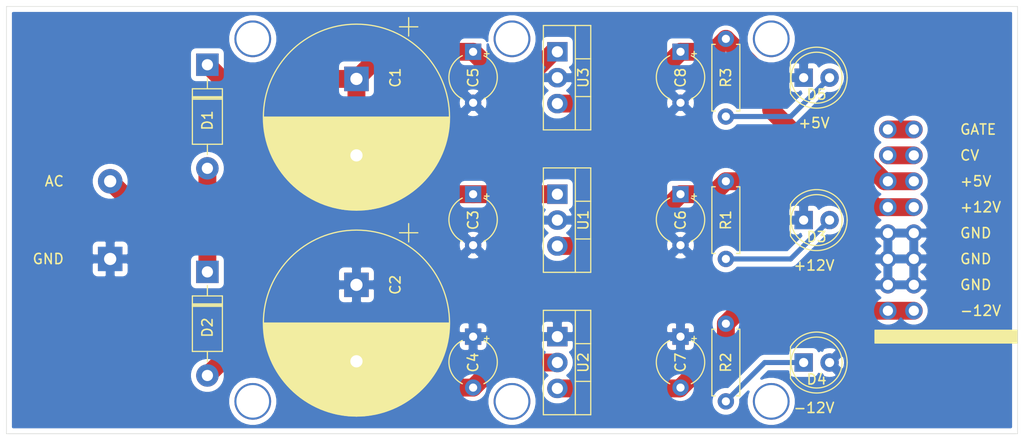
<source format=kicad_pcb>
(kicad_pcb (version 20171130) (host pcbnew 5.1.7-a382d34a8~87~ubuntu16.04.1)

  (general
    (thickness 1.6)
    (drawings 20)
    (tracks 65)
    (zones 0)
    (modules 23)
    (nets 11)
  )

  (page A4)
  (layers
    (0 F.Cu signal)
    (31 B.Cu signal)
    (32 B.Adhes user)
    (33 F.Adhes user)
    (34 B.Paste user)
    (35 F.Paste user)
    (36 B.SilkS user)
    (37 F.SilkS user)
    (38 B.Mask user)
    (39 F.Mask user)
    (40 Dwgs.User user)
    (41 Cmts.User user)
    (42 Eco1.User user)
    (43 Eco2.User user)
    (44 Edge.Cuts user)
    (45 Margin user)
    (46 B.CrtYd user)
    (47 F.CrtYd user)
    (48 B.Fab user)
    (49 F.Fab user)
  )

  (setup
    (last_trace_width 0.25)
    (user_trace_width 0.5)
    (user_trace_width 1.75)
    (trace_clearance 0.2)
    (zone_clearance 0.508)
    (zone_45_only no)
    (trace_min 0.2)
    (via_size 0.8)
    (via_drill 0.4)
    (via_min_size 0.4)
    (via_min_drill 0.3)
    (uvia_size 0.3)
    (uvia_drill 0.1)
    (uvias_allowed no)
    (uvia_min_size 0.2)
    (uvia_min_drill 0.1)
    (edge_width 0.05)
    (segment_width 0.2)
    (pcb_text_width 0.3)
    (pcb_text_size 1.5 1.5)
    (mod_edge_width 0.12)
    (mod_text_size 1 1)
    (mod_text_width 0.15)
    (pad_size 2.4 2.4)
    (pad_drill 1.2)
    (pad_to_mask_clearance 0.051)
    (solder_mask_min_width 0.25)
    (aux_axis_origin 0 0)
    (visible_elements FFFFFF7F)
    (pcbplotparams
      (layerselection 0x010f0_ffffffff)
      (usegerberextensions false)
      (usegerberattributes false)
      (usegerberadvancedattributes false)
      (creategerberjobfile false)
      (excludeedgelayer true)
      (linewidth 0.100000)
      (plotframeref false)
      (viasonmask false)
      (mode 1)
      (useauxorigin false)
      (hpglpennumber 1)
      (hpglpenspeed 20)
      (hpglpendiameter 15.000000)
      (psnegative false)
      (psa4output false)
      (plotreference true)
      (plotvalue true)
      (plotinvisibletext false)
      (padsonsilk false)
      (subtractmaskfromsilk false)
      (outputformat 1)
      (mirror false)
      (drillshape 0)
      (scaleselection 1)
      (outputdirectory "Gerber Files/"))
  )

  (net 0 "")
  (net 1 GND)
  (net 2 "Net-(C1-Pad1)")
  (net 3 "Net-(C2-Pad2)")
  (net 4 +12V)
  (net 5 -12V)
  (net 6 +5V)
  (net 7 AC)
  (net 8 "Net-(D3-Pad2)")
  (net 9 "Net-(D4-Pad1)")
  (net 10 "Net-(D5-Pad2)")

  (net_class Default "This is the default net class."
    (clearance 0.2)
    (trace_width 0.25)
    (via_dia 0.8)
    (via_drill 0.4)
    (uvia_dia 0.3)
    (uvia_drill 0.1)
    (add_net +12V)
    (add_net +5V)
    (add_net -12V)
    (add_net AC)
    (add_net GND)
    (add_net "Net-(C1-Pad1)")
    (add_net "Net-(C2-Pad2)")
    (add_net "Net-(D3-Pad2)")
    (add_net "Net-(D4-Pad1)")
    (add_net "Net-(D5-Pad2)")
  )

  (module "breakfast:toast_logo_small" (layer F.Cu) (tedit 5EFCF227) (tstamp 5EFCF05D)
    (at 97.155 1.905)
    (fp_text reference G*** (at 0 0) (layer F.SilkS) hide
      (effects (font (size 1.524 1.524) (thickness 0.3)))
    )
    (fp_text value LOGO (at 0.75 0) (layer F.SilkS) hide
      (effects (font (size 1.524 1.524) (thickness 0.3)))
    )
    (fp_poly (pts (xy -0.141651 -1.065431) (xy -0.016017 -1.053687) (xy 0.113376 -1.034518) (xy 0.244949 -1.00803)
      (xy 0.377121 -0.97433) (xy 0.388815 -0.970998) (xy 0.501468 -0.935596) (xy 0.604327 -0.8967)
      (xy 0.701582 -0.852703) (xy 0.716138 -0.845468) (xy 0.779811 -0.811584) (xy 0.833532 -0.778494)
      (xy 0.881043 -0.743584) (xy 0.926085 -0.704242) (xy 0.946122 -0.684818) (xy 0.977793 -0.651833)
      (xy 1.001378 -0.623338) (xy 1.019984 -0.595232) (xy 1.034316 -0.568358) (xy 1.046147 -0.543783)
      (xy 1.053987 -0.524717) (xy 1.058658 -0.507062) (xy 1.060981 -0.486719) (xy 1.061775 -0.459589)
      (xy 1.061861 -0.430774) (xy 1.061609 -0.394687) (xy 1.060404 -0.368754) (xy 1.057569 -0.349018)
      (xy 1.052428 -0.331524) (xy 1.044306 -0.312317) (xy 1.04006 -0.303248) (xy 1.023673 -0.2741)
      (xy 1.001829 -0.242229) (xy 0.979704 -0.215054) (xy 0.941149 -0.172862) (xy 0.832969 0.372733)
      (xy 0.811333 0.481479) (xy 0.792157 0.577034) (xy 0.775293 0.660077) (xy 0.760595 0.731286)
      (xy 0.747918 0.791339) (xy 0.737114 0.840914) (xy 0.728037 0.88069) (xy 0.72054 0.911343)
      (xy 0.714477 0.933553) (xy 0.709702 0.947998) (xy 0.707713 0.952597) (xy 0.681758 0.991303)
      (xy 0.646377 1.025466) (xy 0.606256 1.050631) (xy 0.603006 1.052112) (xy 0.592596 1.056663)
      (xy 0.582651 1.060573) (xy 0.572339 1.063717) (xy 0.560825 1.065971) (xy 0.547274 1.067212)
      (xy 0.530852 1.067316) (xy 0.510724 1.066159) (xy 0.486057 1.063618) (xy 0.456016 1.059568)
      (xy 0.419766 1.053886) (xy 0.376474 1.046448) (xy 0.325305 1.03713) (xy 0.265424 1.025809)
      (xy 0.195997 1.01236) (xy 0.11619 0.99666) (xy 0.025169 0.978585) (xy -0.077902 0.958012)
      (xy -0.193855 0.934816) (xy -0.211667 0.931252) (xy -0.345886 0.904306) (xy -0.466343 0.879938)
      (xy -0.573145 0.858125) (xy -0.666399 0.838845) (xy -0.746213 0.822074) (xy -0.812693 0.80779)
      (xy -0.865947 0.79597) (xy -0.906083 0.786591) (xy -0.933207 0.779631) (xy -0.947427 0.775066)
      (xy -0.947953 0.774831) (xy -0.989173 0.74824) (xy -1.023553 0.711403) (xy -1.049211 0.667286)
      (xy -1.064262 0.618853) (xy -1.067464 0.586592) (xy -1.066174 0.574586) (xy -1.062306 0.549877)
      (xy -1.056073 0.513595) (xy -1.047685 0.466869) (xy -1.037352 0.410828) (xy -1.035656 0.401797)
      (xy -0.59479 0.401797) (xy -0.592376 0.404429) (xy -0.583979 0.407963) (xy -0.568792 0.41258)
      (xy -0.54601 0.418458) (xy -0.514825 0.425776) (xy -0.47443 0.434716) (xy -0.42402 0.445455)
      (xy -0.362788 0.458174) (xy -0.289926 0.473052) (xy -0.204628 0.490269) (xy -0.130528 0.50512)
      (xy -0.051491 0.52092) (xy 0.023463 0.535898) (xy 0.09319 0.549825) (xy 0.156544 0.562474)
      (xy 0.212381 0.573614) (xy 0.259556 0.583019) (xy 0.296925 0.59046) (xy 0.323343 0.595709)
      (xy 0.337666 0.598537) (xy 0.339955 0.598975) (xy 0.345679 0.593914) (xy 0.348403 0.587375)
      (xy 0.350357 0.57854) (xy 0.354827 0.557011) (xy 0.36158 0.523936) (xy 0.370387 0.480463)
      (xy 0.381016 0.427739) (xy 0.393236 0.366911) (xy 0.406816 0.299128) (xy 0.421525 0.225536)
      (xy 0.437132 0.147284) (xy 0.448074 0.092328) (xy 0.464279 0.011321) (xy 0.479913 -0.065979)
      (xy 0.494729 -0.1384) (xy 0.508478 -0.204772) (xy 0.520913 -0.263922) (xy 0.531786 -0.314679)
      (xy 0.540851 -0.355873) (xy 0.547858 -0.386332) (xy 0.552561 -0.404885) (xy 0.554278 -0.41003)
      (xy 0.561395 -0.424882) (xy 0.564442 -0.433404) (xy 0.564444 -0.433478) (xy 0.55831 -0.439021)
      (xy 0.541544 -0.448681) (xy 0.516602 -0.461297) (xy 0.48594 -0.475709) (xy 0.452014 -0.490757)
      (xy 0.417279 -0.50528) (xy 0.389418 -0.516171) (xy 0.269437 -0.555813) (xy 0.141038 -0.588239)
      (xy 0.00834 -0.612707) (xy -0.124537 -0.628478) (xy -0.253475 -0.634813) (xy -0.271596 -0.634904)
      (xy -0.318412 -0.634743) (xy -0.352924 -0.634081) (xy -0.376939 -0.632502) (xy -0.392264 -0.629594)
      (xy -0.400707 -0.624939) (xy -0.404074 -0.618125) (xy -0.404173 -0.608736) (xy -0.403748 -0.604575)
      (xy -0.404668 -0.594026) (xy -0.408148 -0.570814) (xy -0.413972 -0.536113) (xy -0.421925 -0.491095)
      (xy -0.431791 -0.436934) (xy -0.443356 -0.374803) (xy -0.456402 -0.305875) (xy -0.470716 -0.231322)
      (xy -0.486082 -0.152318) (xy -0.497298 -0.09525) (xy -0.513284 -0.014211) (xy -0.528478 0.062893)
      (xy -0.542656 0.134926) (xy -0.555596 0.200752) (xy -0.567075 0.259235) (xy -0.576869 0.309238)
      (xy -0.584757 0.349627) (xy -0.590515 0.379264) (xy -0.59392 0.397013) (xy -0.59479 0.401797)
      (xy -1.035656 0.401797) (xy -1.025287 0.346602) (xy -1.011699 0.275322) (xy -0.996799 0.198116)
      (xy -0.980798 0.116115) (xy -0.963908 0.030448) (xy -0.95985 0.009994) (xy -0.851814 -0.533872)
      (xy -0.870474 -0.580516) (xy -0.889282 -0.644453) (xy -0.894556 -0.706894) (xy -0.88686 -0.76697)
      (xy -0.866758 -0.823811) (xy -0.834814 -0.87655) (xy -0.791591 -0.924316) (xy -0.737653 -0.966241)
      (xy -0.673563 -1.001455) (xy -0.599886 -1.02909) (xy -0.575028 -1.036023) (xy -0.480216 -1.055046)
      (xy -0.37533 -1.066217) (xy -0.261949 -1.069643) (xy -0.141651 -1.065431)) (layer F.Cu) (width 0.01))
  )

  (module Connector_PinHeader_2.54mm:PinHeader_2x08_P2.54mm_Vertical (layer F.Cu) (tedit 5EEDD107) (tstamp 5EEB3E39)
    (at 88.9 29.845 180)
    (descr "Through hole straight pin header, 2x08, 2.54mm pitch, double rows")
    (tags "Through hole pin header THT 2x08 2.54mm double row")
    (fp_text reference REF** (at 1.27 -2.33 180) (layer F.SilkS) hide
      (effects (font (size 1 1) (thickness 0.15)))
    )
    (fp_text value PinHeader_2x08_P2.54mm_Vertical (at 1.27 20.11 180) (layer F.Fab) hide
      (effects (font (size 1 1) (thickness 0.15)))
    )
    (fp_line (start 4.35 -1.8) (end -1.8 -1.8) (layer F.CrtYd) (width 0.05))
    (fp_line (start 4.35 19.55) (end 4.35 -1.8) (layer F.CrtYd) (width 0.05))
    (fp_line (start -1.8 19.55) (end 4.35 19.55) (layer F.CrtYd) (width 0.05))
    (fp_line (start -1.8 -1.8) (end -1.8 19.55) (layer F.CrtYd) (width 0.05))
    (fp_line (start -1.27 0) (end 0 -1.27) (layer F.Fab) (width 0.1))
    (fp_line (start -1.27 19.05) (end -1.27 0) (layer F.Fab) (width 0.1))
    (fp_line (start 3.81 19.05) (end -1.27 19.05) (layer F.Fab) (width 0.1))
    (fp_line (start 3.81 -1.27) (end 3.81 19.05) (layer F.Fab) (width 0.1))
    (fp_line (start 0 -1.27) (end 3.81 -1.27) (layer F.Fab) (width 0.1))
    (fp_text user %R (at 1.27 8.89 270) (layer F.Fab)
      (effects (font (size 1 1) (thickness 0.15)))
    )
    (pad 16 thru_hole oval (at 2.54 17.78 180) (size 1.7 1.7) (drill 1) (layers *.Cu *.Mask))
    (pad 15 thru_hole oval (at 0 17.78 180) (size 1.7 1.7) (drill 1) (layers *.Cu *.Mask))
    (pad 14 thru_hole oval (at 2.54 15.24 180) (size 1.7 1.7) (drill 1) (layers *.Cu *.Mask))
    (pad 13 thru_hole oval (at 0 15.24 180) (size 1.7 1.7) (drill 1) (layers *.Cu *.Mask))
    (pad 12 thru_hole oval (at 2.54 12.7 180) (size 1.7 1.7) (drill 1) (layers *.Cu *.Mask)
      (net 6 +5V))
    (pad 11 thru_hole oval (at 0 12.7 180) (size 1.7 1.7) (drill 1) (layers *.Cu *.Mask)
      (net 6 +5V))
    (pad 10 thru_hole oval (at 2.54 10.16 180) (size 1.7 1.7) (drill 1) (layers *.Cu *.Mask)
      (net 4 +12V))
    (pad 9 thru_hole oval (at 0 10.16 180) (size 1.7 1.7) (drill 1) (layers *.Cu *.Mask)
      (net 4 +12V))
    (pad 8 thru_hole oval (at 2.54 7.62 180) (size 1.7 1.7) (drill 1) (layers *.Cu *.Mask)
      (net 1 GND))
    (pad 7 thru_hole oval (at 0 7.62 180) (size 1.7 1.7) (drill 1) (layers *.Cu *.Mask)
      (net 1 GND))
    (pad 6 thru_hole oval (at 2.54 5.08 180) (size 1.7 1.7) (drill 1) (layers *.Cu *.Mask)
      (net 1 GND))
    (pad 5 thru_hole oval (at 0 5.08 180) (size 1.7 1.7) (drill 1) (layers *.Cu *.Mask)
      (net 1 GND))
    (pad 4 thru_hole oval (at 2.54 2.54 180) (size 1.7 1.7) (drill 1) (layers *.Cu *.Mask)
      (net 1 GND))
    (pad 3 thru_hole oval (at 0 2.54 180) (size 1.7 1.7) (drill 1) (layers *.Cu *.Mask)
      (net 1 GND))
    (pad 2 thru_hole oval (at 2.54 0 180) (size 1.7 1.7) (drill 1) (layers *.Cu *.Mask)
      (net 5 -12V))
    (pad 1 thru_hole oval (at 0 0 180) (size 1.7 1.7) (drill 1) (layers *.Cu *.Mask)
      (net 5 -12V))
    (model ${KISYS3DMOD}/Connector_PinHeader_2.54mm.3dshapes/PinHeader_2x08_P2.54mm_Vertical.wrl
      (at (xyz 0 0 0))
      (scale (xyz 1 1 1))
      (rotate (xyz 0 0 0))
    )
  )

  (module Connector_PinHeader_2.54mm:PinHeader_1x01_P2.54mm_Vertical (layer F.Cu) (tedit 5EFCC0B0) (tstamp 5EEB5758)
    (at 10.16 17.145)
    (descr "Through hole straight pin header, 1x01, 2.54mm pitch, single row")
    (tags "Through hole pin header THT 1x01 2.54mm single row")
    (fp_text reference REF** (at 0 -2.33) (layer F.SilkS) hide
      (effects (font (size 1 1) (thickness 0.15)))
    )
    (fp_text value PinHeader_1x01_P2.54mm_Vertical (at 0 2.33) (layer F.Fab) hide
      (effects (font (size 1 1) (thickness 0.15)))
    )
    (fp_line (start 1.8 -1.8) (end -1.8 -1.8) (layer F.CrtYd) (width 0.05))
    (fp_line (start 1.8 1.8) (end 1.8 -1.8) (layer F.CrtYd) (width 0.05))
    (fp_line (start -1.8 1.8) (end 1.8 1.8) (layer F.CrtYd) (width 0.05))
    (fp_line (start -1.8 -1.8) (end -1.8 1.8) (layer F.CrtYd) (width 0.05))
    (fp_line (start -1.27 -0.635) (end -0.635 -1.27) (layer F.Fab) (width 0.1))
    (fp_line (start -1.27 1.27) (end -1.27 -0.635) (layer F.Fab) (width 0.1))
    (fp_line (start 1.27 1.27) (end -1.27 1.27) (layer F.Fab) (width 0.1))
    (fp_line (start 1.27 -1.27) (end 1.27 1.27) (layer F.Fab) (width 0.1))
    (fp_line (start -0.635 -1.27) (end 1.27 -1.27) (layer F.Fab) (width 0.1))
    (fp_text user %R (at 0 0 90) (layer F.Fab) hide
      (effects (font (size 1 1) (thickness 0.15)))
    )
    (pad 1 thru_hole oval (at 0 0) (size 2.4 2.4) (drill 1.2) (layers *.Cu *.Mask)
      (net 7 AC))
    (model ${KISYS3DMOD}/Connector_PinHeader_2.54mm.3dshapes/PinHeader_1x01_P2.54mm_Vertical.wrl
      (at (xyz 0 0 0))
      (scale (xyz 1 1 1))
      (rotate (xyz 0 0 0))
    )
  )

  (module Connector_PinHeader_2.54mm:PinHeader_1x01_P2.54mm_Vertical (layer F.Cu) (tedit 5EFCC09B) (tstamp 5EEB58EC)
    (at 10.16 24.765)
    (descr "Through hole straight pin header, 1x01, 2.54mm pitch, single row")
    (tags "Through hole pin header THT 1x01 2.54mm single row")
    (fp_text reference REF** (at 0 -2.33) (layer F.SilkS) hide
      (effects (font (size 1 1) (thickness 0.15)))
    )
    (fp_text value PinHeader_1x01_P2.54mm_Vertical (at 0 2.33) (layer F.Fab) hide
      (effects (font (size 1 1) (thickness 0.15)))
    )
    (fp_line (start -0.635 -1.27) (end 1.27 -1.27) (layer F.Fab) (width 0.1))
    (fp_line (start 1.27 -1.27) (end 1.27 1.27) (layer F.Fab) (width 0.1))
    (fp_line (start 1.27 1.27) (end -1.27 1.27) (layer F.Fab) (width 0.1))
    (fp_line (start -1.27 1.27) (end -1.27 -0.635) (layer F.Fab) (width 0.1))
    (fp_line (start -1.27 -0.635) (end -0.635 -1.27) (layer F.Fab) (width 0.1))
    (fp_line (start -1.8 -1.8) (end -1.8 1.8) (layer F.CrtYd) (width 0.05))
    (fp_line (start -1.8 1.8) (end 1.8 1.8) (layer F.CrtYd) (width 0.05))
    (fp_line (start 1.8 1.8) (end 1.8 -1.8) (layer F.CrtYd) (width 0.05))
    (fp_line (start 1.8 -1.8) (end -1.8 -1.8) (layer F.CrtYd) (width 0.05))
    (fp_text user %R (at 0 0 90) (layer F.Fab) hide
      (effects (font (size 1 1) (thickness 0.15)))
    )
    (pad 1 thru_hole rect (at 0 0) (size 2.4 2.4) (drill 1.2) (layers *.Cu *.Mask)
      (net 1 GND))
    (model ${KISYS3DMOD}/Connector_PinHeader_2.54mm.3dshapes/PinHeader_1x01_P2.54mm_Vertical.wrl
      (at (xyz 0 0 0))
      (scale (xyz 1 1 1))
      (rotate (xyz 0 0 0))
    )
  )

  (module Capacitor_THT:CP_Radial_D18.0mm_P7.50mm (layer F.Cu) (tedit 5AE50EF1) (tstamp 5EEA9D11)
    (at 34.29 7.105 270)
    (descr "CP, Radial series, Radial, pin pitch=7.50mm, , diameter=18mm, Electrolytic Capacitor")
    (tags "CP Radial series Radial pin pitch 7.50mm  diameter 18mm Electrolytic Capacitor")
    (path /5EEAB441)
    (fp_text reference C1 (at -0.12 -3.81 90) (layer F.SilkS)
      (effects (font (size 1 1) (thickness 0.15)))
    )
    (fp_text value 4700u (at 3.75 10.25 90) (layer F.Fab)
      (effects (font (size 1 1) (thickness 0.15)))
    )
    (fp_line (start -5.10944 -6.015) (end -5.10944 -4.215) (layer F.SilkS) (width 0.12))
    (fp_line (start -6.00944 -5.115) (end -4.20944 -5.115) (layer F.SilkS) (width 0.12))
    (fp_line (start 12.87 -0.04) (end 12.87 0.04) (layer F.SilkS) (width 0.12))
    (fp_line (start 12.83 -0.814) (end 12.83 0.814) (layer F.SilkS) (width 0.12))
    (fp_line (start 12.79 -1.166) (end 12.79 1.166) (layer F.SilkS) (width 0.12))
    (fp_line (start 12.75 -1.435) (end 12.75 1.435) (layer F.SilkS) (width 0.12))
    (fp_line (start 12.71 -1.661) (end 12.71 1.661) (layer F.SilkS) (width 0.12))
    (fp_line (start 12.67 -1.86) (end 12.67 1.86) (layer F.SilkS) (width 0.12))
    (fp_line (start 12.63 -2.039) (end 12.63 2.039) (layer F.SilkS) (width 0.12))
    (fp_line (start 12.59 -2.203) (end 12.59 2.203) (layer F.SilkS) (width 0.12))
    (fp_line (start 12.55 -2.355) (end 12.55 2.355) (layer F.SilkS) (width 0.12))
    (fp_line (start 12.51 -2.498) (end 12.51 2.498) (layer F.SilkS) (width 0.12))
    (fp_line (start 12.47 -2.632) (end 12.47 2.632) (layer F.SilkS) (width 0.12))
    (fp_line (start 12.43 -2.759) (end 12.43 2.759) (layer F.SilkS) (width 0.12))
    (fp_line (start 12.39 -2.88) (end 12.39 2.88) (layer F.SilkS) (width 0.12))
    (fp_line (start 12.35 -2.996) (end 12.35 2.996) (layer F.SilkS) (width 0.12))
    (fp_line (start 12.31 -3.107) (end 12.31 3.107) (layer F.SilkS) (width 0.12))
    (fp_line (start 12.27 -3.214) (end 12.27 3.214) (layer F.SilkS) (width 0.12))
    (fp_line (start 12.23 -3.317) (end 12.23 3.317) (layer F.SilkS) (width 0.12))
    (fp_line (start 12.19 -3.416) (end 12.19 3.416) (layer F.SilkS) (width 0.12))
    (fp_line (start 12.15 -3.512) (end 12.15 3.512) (layer F.SilkS) (width 0.12))
    (fp_line (start 12.11 -3.605) (end 12.11 3.605) (layer F.SilkS) (width 0.12))
    (fp_line (start 12.07 -3.696) (end 12.07 3.696) (layer F.SilkS) (width 0.12))
    (fp_line (start 12.03 -3.784) (end 12.03 3.784) (layer F.SilkS) (width 0.12))
    (fp_line (start 11.99 -3.869) (end 11.99 3.869) (layer F.SilkS) (width 0.12))
    (fp_line (start 11.95 -3.952) (end 11.95 3.952) (layer F.SilkS) (width 0.12))
    (fp_line (start 11.911 -4.033) (end 11.911 4.033) (layer F.SilkS) (width 0.12))
    (fp_line (start 11.871 -4.113) (end 11.871 4.113) (layer F.SilkS) (width 0.12))
    (fp_line (start 11.831 -4.19) (end 11.831 4.19) (layer F.SilkS) (width 0.12))
    (fp_line (start 11.791 -4.265) (end 11.791 4.265) (layer F.SilkS) (width 0.12))
    (fp_line (start 11.751 -4.339) (end 11.751 4.339) (layer F.SilkS) (width 0.12))
    (fp_line (start 11.711 -4.412) (end 11.711 4.412) (layer F.SilkS) (width 0.12))
    (fp_line (start 11.671 -4.482) (end 11.671 4.482) (layer F.SilkS) (width 0.12))
    (fp_line (start 11.631 -4.552) (end 11.631 4.552) (layer F.SilkS) (width 0.12))
    (fp_line (start 11.591 -4.62) (end 11.591 4.62) (layer F.SilkS) (width 0.12))
    (fp_line (start 11.551 -4.686) (end 11.551 4.686) (layer F.SilkS) (width 0.12))
    (fp_line (start 11.511 -4.752) (end 11.511 4.752) (layer F.SilkS) (width 0.12))
    (fp_line (start 11.471 -4.816) (end 11.471 4.816) (layer F.SilkS) (width 0.12))
    (fp_line (start 11.431 -4.879) (end 11.431 4.879) (layer F.SilkS) (width 0.12))
    (fp_line (start 11.391 -4.941) (end 11.391 4.941) (layer F.SilkS) (width 0.12))
    (fp_line (start 11.351 -5.002) (end 11.351 5.002) (layer F.SilkS) (width 0.12))
    (fp_line (start 11.311 -5.062) (end 11.311 5.062) (layer F.SilkS) (width 0.12))
    (fp_line (start 11.271 -5.12) (end 11.271 5.12) (layer F.SilkS) (width 0.12))
    (fp_line (start 11.231 -5.178) (end 11.231 5.178) (layer F.SilkS) (width 0.12))
    (fp_line (start 11.191 -5.235) (end 11.191 5.235) (layer F.SilkS) (width 0.12))
    (fp_line (start 11.151 -5.291) (end 11.151 5.291) (layer F.SilkS) (width 0.12))
    (fp_line (start 11.111 -5.346) (end 11.111 5.346) (layer F.SilkS) (width 0.12))
    (fp_line (start 11.071 -5.4) (end 11.071 5.4) (layer F.SilkS) (width 0.12))
    (fp_line (start 11.031 -5.454) (end 11.031 5.454) (layer F.SilkS) (width 0.12))
    (fp_line (start 10.991 -5.506) (end 10.991 5.506) (layer F.SilkS) (width 0.12))
    (fp_line (start 10.951 -5.558) (end 10.951 5.558) (layer F.SilkS) (width 0.12))
    (fp_line (start 10.911 -5.609) (end 10.911 5.609) (layer F.SilkS) (width 0.12))
    (fp_line (start 10.871 -5.66) (end 10.871 5.66) (layer F.SilkS) (width 0.12))
    (fp_line (start 10.831 -5.709) (end 10.831 5.709) (layer F.SilkS) (width 0.12))
    (fp_line (start 10.791 -5.758) (end 10.791 5.758) (layer F.SilkS) (width 0.12))
    (fp_line (start 10.751 -5.806) (end 10.751 5.806) (layer F.SilkS) (width 0.12))
    (fp_line (start 10.711 -5.854) (end 10.711 5.854) (layer F.SilkS) (width 0.12))
    (fp_line (start 10.671 -5.901) (end 10.671 5.901) (layer F.SilkS) (width 0.12))
    (fp_line (start 10.631 -5.947) (end 10.631 5.947) (layer F.SilkS) (width 0.12))
    (fp_line (start 10.591 -5.993) (end 10.591 5.993) (layer F.SilkS) (width 0.12))
    (fp_line (start 10.551 -6.038) (end 10.551 6.038) (layer F.SilkS) (width 0.12))
    (fp_line (start 10.511 -6.082) (end 10.511 6.082) (layer F.SilkS) (width 0.12))
    (fp_line (start 10.471 -6.126) (end 10.471 6.126) (layer F.SilkS) (width 0.12))
    (fp_line (start 10.431 -6.17) (end 10.431 6.17) (layer F.SilkS) (width 0.12))
    (fp_line (start 10.391 -6.212) (end 10.391 6.212) (layer F.SilkS) (width 0.12))
    (fp_line (start 10.351 -6.254) (end 10.351 6.254) (layer F.SilkS) (width 0.12))
    (fp_line (start 10.311 -6.296) (end 10.311 6.296) (layer F.SilkS) (width 0.12))
    (fp_line (start 10.271 -6.337) (end 10.271 6.337) (layer F.SilkS) (width 0.12))
    (fp_line (start 10.231 -6.378) (end 10.231 6.378) (layer F.SilkS) (width 0.12))
    (fp_line (start 10.191 -6.418) (end 10.191 6.418) (layer F.SilkS) (width 0.12))
    (fp_line (start 10.151 -6.458) (end 10.151 6.458) (layer F.SilkS) (width 0.12))
    (fp_line (start 10.111 -6.497) (end 10.111 6.497) (layer F.SilkS) (width 0.12))
    (fp_line (start 10.071 -6.536) (end 10.071 6.536) (layer F.SilkS) (width 0.12))
    (fp_line (start 10.031 -6.574) (end 10.031 6.574) (layer F.SilkS) (width 0.12))
    (fp_line (start 9.991 -6.612) (end 9.991 6.612) (layer F.SilkS) (width 0.12))
    (fp_line (start 9.951 -6.649) (end 9.951 6.649) (layer F.SilkS) (width 0.12))
    (fp_line (start 9.911 -6.686) (end 9.911 6.686) (layer F.SilkS) (width 0.12))
    (fp_line (start 9.871 -6.722) (end 9.871 6.722) (layer F.SilkS) (width 0.12))
    (fp_line (start 9.831 -6.758) (end 9.831 6.758) (layer F.SilkS) (width 0.12))
    (fp_line (start 9.791 -6.794) (end 9.791 6.794) (layer F.SilkS) (width 0.12))
    (fp_line (start 9.751 -6.829) (end 9.751 6.829) (layer F.SilkS) (width 0.12))
    (fp_line (start 9.711 -6.864) (end 9.711 6.864) (layer F.SilkS) (width 0.12))
    (fp_line (start 9.671 -6.898) (end 9.671 6.898) (layer F.SilkS) (width 0.12))
    (fp_line (start 9.631 -6.932) (end 9.631 6.932) (layer F.SilkS) (width 0.12))
    (fp_line (start 9.591 -6.965) (end 9.591 6.965) (layer F.SilkS) (width 0.12))
    (fp_line (start 9.551 -6.999) (end 9.551 6.999) (layer F.SilkS) (width 0.12))
    (fp_line (start 9.511 -7.031) (end 9.511 7.031) (layer F.SilkS) (width 0.12))
    (fp_line (start 9.471 -7.064) (end 9.471 7.064) (layer F.SilkS) (width 0.12))
    (fp_line (start 9.431 -7.096) (end 9.431 7.096) (layer F.SilkS) (width 0.12))
    (fp_line (start 9.391 -7.127) (end 9.391 7.127) (layer F.SilkS) (width 0.12))
    (fp_line (start 9.351 -7.159) (end 9.351 7.159) (layer F.SilkS) (width 0.12))
    (fp_line (start 9.311 -7.19) (end 9.311 7.19) (layer F.SilkS) (width 0.12))
    (fp_line (start 9.271 -7.22) (end 9.271 7.22) (layer F.SilkS) (width 0.12))
    (fp_line (start 9.231 -7.25) (end 9.231 7.25) (layer F.SilkS) (width 0.12))
    (fp_line (start 9.191 -7.28) (end 9.191 7.28) (layer F.SilkS) (width 0.12))
    (fp_line (start 9.151 -7.31) (end 9.151 7.31) (layer F.SilkS) (width 0.12))
    (fp_line (start 9.111 -7.339) (end 9.111 7.339) (layer F.SilkS) (width 0.12))
    (fp_line (start 9.071 -7.368) (end 9.071 7.368) (layer F.SilkS) (width 0.12))
    (fp_line (start 9.031 -7.397) (end 9.031 7.397) (layer F.SilkS) (width 0.12))
    (fp_line (start 8.991 -7.425) (end 8.991 7.425) (layer F.SilkS) (width 0.12))
    (fp_line (start 8.951 -7.453) (end 8.951 7.453) (layer F.SilkS) (width 0.12))
    (fp_line (start 8.911 1.44) (end 8.911 7.48) (layer F.SilkS) (width 0.12))
    (fp_line (start 8.911 -7.48) (end 8.911 -1.44) (layer F.SilkS) (width 0.12))
    (fp_line (start 8.871 1.44) (end 8.871 7.508) (layer F.SilkS) (width 0.12))
    (fp_line (start 8.871 -7.508) (end 8.871 -1.44) (layer F.SilkS) (width 0.12))
    (fp_line (start 8.831 1.44) (end 8.831 7.535) (layer F.SilkS) (width 0.12))
    (fp_line (start 8.831 -7.535) (end 8.831 -1.44) (layer F.SilkS) (width 0.12))
    (fp_line (start 8.791 1.44) (end 8.791 7.561) (layer F.SilkS) (width 0.12))
    (fp_line (start 8.791 -7.561) (end 8.791 -1.44) (layer F.SilkS) (width 0.12))
    (fp_line (start 8.751 1.44) (end 8.751 7.588) (layer F.SilkS) (width 0.12))
    (fp_line (start 8.751 -7.588) (end 8.751 -1.44) (layer F.SilkS) (width 0.12))
    (fp_line (start 8.711 1.44) (end 8.711 7.614) (layer F.SilkS) (width 0.12))
    (fp_line (start 8.711 -7.614) (end 8.711 -1.44) (layer F.SilkS) (width 0.12))
    (fp_line (start 8.671 1.44) (end 8.671 7.64) (layer F.SilkS) (width 0.12))
    (fp_line (start 8.671 -7.64) (end 8.671 -1.44) (layer F.SilkS) (width 0.12))
    (fp_line (start 8.631 1.44) (end 8.631 7.665) (layer F.SilkS) (width 0.12))
    (fp_line (start 8.631 -7.665) (end 8.631 -1.44) (layer F.SilkS) (width 0.12))
    (fp_line (start 8.591 1.44) (end 8.591 7.69) (layer F.SilkS) (width 0.12))
    (fp_line (start 8.591 -7.69) (end 8.591 -1.44) (layer F.SilkS) (width 0.12))
    (fp_line (start 8.551 1.44) (end 8.551 7.715) (layer F.SilkS) (width 0.12))
    (fp_line (start 8.551 -7.715) (end 8.551 -1.44) (layer F.SilkS) (width 0.12))
    (fp_line (start 8.511 1.44) (end 8.511 7.74) (layer F.SilkS) (width 0.12))
    (fp_line (start 8.511 -7.74) (end 8.511 -1.44) (layer F.SilkS) (width 0.12))
    (fp_line (start 8.471 1.44) (end 8.471 7.764) (layer F.SilkS) (width 0.12))
    (fp_line (start 8.471 -7.764) (end 8.471 -1.44) (layer F.SilkS) (width 0.12))
    (fp_line (start 8.431 1.44) (end 8.431 7.788) (layer F.SilkS) (width 0.12))
    (fp_line (start 8.431 -7.788) (end 8.431 -1.44) (layer F.SilkS) (width 0.12))
    (fp_line (start 8.391 1.44) (end 8.391 7.812) (layer F.SilkS) (width 0.12))
    (fp_line (start 8.391 -7.812) (end 8.391 -1.44) (layer F.SilkS) (width 0.12))
    (fp_line (start 8.351 1.44) (end 8.351 7.835) (layer F.SilkS) (width 0.12))
    (fp_line (start 8.351 -7.835) (end 8.351 -1.44) (layer F.SilkS) (width 0.12))
    (fp_line (start 8.311 1.44) (end 8.311 7.859) (layer F.SilkS) (width 0.12))
    (fp_line (start 8.311 -7.859) (end 8.311 -1.44) (layer F.SilkS) (width 0.12))
    (fp_line (start 8.271 1.44) (end 8.271 7.882) (layer F.SilkS) (width 0.12))
    (fp_line (start 8.271 -7.882) (end 8.271 -1.44) (layer F.SilkS) (width 0.12))
    (fp_line (start 8.231 1.44) (end 8.231 7.904) (layer F.SilkS) (width 0.12))
    (fp_line (start 8.231 -7.904) (end 8.231 -1.44) (layer F.SilkS) (width 0.12))
    (fp_line (start 8.191 1.44) (end 8.191 7.927) (layer F.SilkS) (width 0.12))
    (fp_line (start 8.191 -7.927) (end 8.191 -1.44) (layer F.SilkS) (width 0.12))
    (fp_line (start 8.151 1.44) (end 8.151 7.949) (layer F.SilkS) (width 0.12))
    (fp_line (start 8.151 -7.949) (end 8.151 -1.44) (layer F.SilkS) (width 0.12))
    (fp_line (start 8.111 1.44) (end 8.111 7.971) (layer F.SilkS) (width 0.12))
    (fp_line (start 8.111 -7.971) (end 8.111 -1.44) (layer F.SilkS) (width 0.12))
    (fp_line (start 8.071 1.44) (end 8.071 7.992) (layer F.SilkS) (width 0.12))
    (fp_line (start 8.071 -7.992) (end 8.071 -1.44) (layer F.SilkS) (width 0.12))
    (fp_line (start 8.031 1.44) (end 8.031 8.014) (layer F.SilkS) (width 0.12))
    (fp_line (start 8.031 -8.014) (end 8.031 -1.44) (layer F.SilkS) (width 0.12))
    (fp_line (start 7.991 1.44) (end 7.991 8.035) (layer F.SilkS) (width 0.12))
    (fp_line (start 7.991 -8.035) (end 7.991 -1.44) (layer F.SilkS) (width 0.12))
    (fp_line (start 7.951 1.44) (end 7.951 8.056) (layer F.SilkS) (width 0.12))
    (fp_line (start 7.951 -8.056) (end 7.951 -1.44) (layer F.SilkS) (width 0.12))
    (fp_line (start 7.911 1.44) (end 7.911 8.076) (layer F.SilkS) (width 0.12))
    (fp_line (start 7.911 -8.076) (end 7.911 -1.44) (layer F.SilkS) (width 0.12))
    (fp_line (start 7.871 1.44) (end 7.871 8.097) (layer F.SilkS) (width 0.12))
    (fp_line (start 7.871 -8.097) (end 7.871 -1.44) (layer F.SilkS) (width 0.12))
    (fp_line (start 7.831 1.44) (end 7.831 8.117) (layer F.SilkS) (width 0.12))
    (fp_line (start 7.831 -8.117) (end 7.831 -1.44) (layer F.SilkS) (width 0.12))
    (fp_line (start 7.791 1.44) (end 7.791 8.137) (layer F.SilkS) (width 0.12))
    (fp_line (start 7.791 -8.137) (end 7.791 -1.44) (layer F.SilkS) (width 0.12))
    (fp_line (start 7.751 1.44) (end 7.751 8.156) (layer F.SilkS) (width 0.12))
    (fp_line (start 7.751 -8.156) (end 7.751 -1.44) (layer F.SilkS) (width 0.12))
    (fp_line (start 7.711 1.44) (end 7.711 8.176) (layer F.SilkS) (width 0.12))
    (fp_line (start 7.711 -8.176) (end 7.711 -1.44) (layer F.SilkS) (width 0.12))
    (fp_line (start 7.671 1.44) (end 7.671 8.195) (layer F.SilkS) (width 0.12))
    (fp_line (start 7.671 -8.195) (end 7.671 -1.44) (layer F.SilkS) (width 0.12))
    (fp_line (start 7.631 1.44) (end 7.631 8.214) (layer F.SilkS) (width 0.12))
    (fp_line (start 7.631 -8.214) (end 7.631 -1.44) (layer F.SilkS) (width 0.12))
    (fp_line (start 7.591 1.44) (end 7.591 8.233) (layer F.SilkS) (width 0.12))
    (fp_line (start 7.591 -8.233) (end 7.591 -1.44) (layer F.SilkS) (width 0.12))
    (fp_line (start 7.551 1.44) (end 7.551 8.251) (layer F.SilkS) (width 0.12))
    (fp_line (start 7.551 -8.251) (end 7.551 -1.44) (layer F.SilkS) (width 0.12))
    (fp_line (start 7.511 1.44) (end 7.511 8.269) (layer F.SilkS) (width 0.12))
    (fp_line (start 7.511 -8.269) (end 7.511 -1.44) (layer F.SilkS) (width 0.12))
    (fp_line (start 7.471 1.44) (end 7.471 8.287) (layer F.SilkS) (width 0.12))
    (fp_line (start 7.471 -8.287) (end 7.471 -1.44) (layer F.SilkS) (width 0.12))
    (fp_line (start 7.431 1.44) (end 7.431 8.305) (layer F.SilkS) (width 0.12))
    (fp_line (start 7.431 -8.305) (end 7.431 -1.44) (layer F.SilkS) (width 0.12))
    (fp_line (start 7.391 1.44) (end 7.391 8.323) (layer F.SilkS) (width 0.12))
    (fp_line (start 7.391 -8.323) (end 7.391 -1.44) (layer F.SilkS) (width 0.12))
    (fp_line (start 7.351 1.44) (end 7.351 8.34) (layer F.SilkS) (width 0.12))
    (fp_line (start 7.351 -8.34) (end 7.351 -1.44) (layer F.SilkS) (width 0.12))
    (fp_line (start 7.311 1.44) (end 7.311 8.357) (layer F.SilkS) (width 0.12))
    (fp_line (start 7.311 -8.357) (end 7.311 -1.44) (layer F.SilkS) (width 0.12))
    (fp_line (start 7.271 1.44) (end 7.271 8.374) (layer F.SilkS) (width 0.12))
    (fp_line (start 7.271 -8.374) (end 7.271 -1.44) (layer F.SilkS) (width 0.12))
    (fp_line (start 7.231 1.44) (end 7.231 8.39) (layer F.SilkS) (width 0.12))
    (fp_line (start 7.231 -8.39) (end 7.231 -1.44) (layer F.SilkS) (width 0.12))
    (fp_line (start 7.191 1.44) (end 7.191 8.407) (layer F.SilkS) (width 0.12))
    (fp_line (start 7.191 -8.407) (end 7.191 -1.44) (layer F.SilkS) (width 0.12))
    (fp_line (start 7.151 1.44) (end 7.151 8.423) (layer F.SilkS) (width 0.12))
    (fp_line (start 7.151 -8.423) (end 7.151 -1.44) (layer F.SilkS) (width 0.12))
    (fp_line (start 7.111 1.44) (end 7.111 8.439) (layer F.SilkS) (width 0.12))
    (fp_line (start 7.111 -8.439) (end 7.111 -1.44) (layer F.SilkS) (width 0.12))
    (fp_line (start 7.071 1.44) (end 7.071 8.455) (layer F.SilkS) (width 0.12))
    (fp_line (start 7.071 -8.455) (end 7.071 -1.44) (layer F.SilkS) (width 0.12))
    (fp_line (start 7.031 1.44) (end 7.031 8.47) (layer F.SilkS) (width 0.12))
    (fp_line (start 7.031 -8.47) (end 7.031 -1.44) (layer F.SilkS) (width 0.12))
    (fp_line (start 6.991 1.44) (end 6.991 8.486) (layer F.SilkS) (width 0.12))
    (fp_line (start 6.991 -8.486) (end 6.991 -1.44) (layer F.SilkS) (width 0.12))
    (fp_line (start 6.951 1.44) (end 6.951 8.501) (layer F.SilkS) (width 0.12))
    (fp_line (start 6.951 -8.501) (end 6.951 -1.44) (layer F.SilkS) (width 0.12))
    (fp_line (start 6.911 1.44) (end 6.911 8.516) (layer F.SilkS) (width 0.12))
    (fp_line (start 6.911 -8.516) (end 6.911 -1.44) (layer F.SilkS) (width 0.12))
    (fp_line (start 6.871 1.44) (end 6.871 8.53) (layer F.SilkS) (width 0.12))
    (fp_line (start 6.871 -8.53) (end 6.871 -1.44) (layer F.SilkS) (width 0.12))
    (fp_line (start 6.831 1.44) (end 6.831 8.545) (layer F.SilkS) (width 0.12))
    (fp_line (start 6.831 -8.545) (end 6.831 -1.44) (layer F.SilkS) (width 0.12))
    (fp_line (start 6.791 1.44) (end 6.791 8.559) (layer F.SilkS) (width 0.12))
    (fp_line (start 6.791 -8.559) (end 6.791 -1.44) (layer F.SilkS) (width 0.12))
    (fp_line (start 6.751 1.44) (end 6.751 8.573) (layer F.SilkS) (width 0.12))
    (fp_line (start 6.751 -8.573) (end 6.751 -1.44) (layer F.SilkS) (width 0.12))
    (fp_line (start 6.711 1.44) (end 6.711 8.587) (layer F.SilkS) (width 0.12))
    (fp_line (start 6.711 -8.587) (end 6.711 -1.44) (layer F.SilkS) (width 0.12))
    (fp_line (start 6.671 1.44) (end 6.671 8.6) (layer F.SilkS) (width 0.12))
    (fp_line (start 6.671 -8.6) (end 6.671 -1.44) (layer F.SilkS) (width 0.12))
    (fp_line (start 6.631 1.44) (end 6.631 8.614) (layer F.SilkS) (width 0.12))
    (fp_line (start 6.631 -8.614) (end 6.631 -1.44) (layer F.SilkS) (width 0.12))
    (fp_line (start 6.591 1.44) (end 6.591 8.627) (layer F.SilkS) (width 0.12))
    (fp_line (start 6.591 -8.627) (end 6.591 -1.44) (layer F.SilkS) (width 0.12))
    (fp_line (start 6.551 1.44) (end 6.551 8.64) (layer F.SilkS) (width 0.12))
    (fp_line (start 6.551 -8.64) (end 6.551 -1.44) (layer F.SilkS) (width 0.12))
    (fp_line (start 6.511 1.44) (end 6.511 8.653) (layer F.SilkS) (width 0.12))
    (fp_line (start 6.511 -8.653) (end 6.511 -1.44) (layer F.SilkS) (width 0.12))
    (fp_line (start 6.471 1.44) (end 6.471 8.665) (layer F.SilkS) (width 0.12))
    (fp_line (start 6.471 -8.665) (end 6.471 -1.44) (layer F.SilkS) (width 0.12))
    (fp_line (start 6.431 1.44) (end 6.431 8.678) (layer F.SilkS) (width 0.12))
    (fp_line (start 6.431 -8.678) (end 6.431 -1.44) (layer F.SilkS) (width 0.12))
    (fp_line (start 6.391 1.44) (end 6.391 8.69) (layer F.SilkS) (width 0.12))
    (fp_line (start 6.391 -8.69) (end 6.391 -1.44) (layer F.SilkS) (width 0.12))
    (fp_line (start 6.351 1.44) (end 6.351 8.702) (layer F.SilkS) (width 0.12))
    (fp_line (start 6.351 -8.702) (end 6.351 -1.44) (layer F.SilkS) (width 0.12))
    (fp_line (start 6.311 1.44) (end 6.311 8.714) (layer F.SilkS) (width 0.12))
    (fp_line (start 6.311 -8.714) (end 6.311 -1.44) (layer F.SilkS) (width 0.12))
    (fp_line (start 6.271 1.44) (end 6.271 8.725) (layer F.SilkS) (width 0.12))
    (fp_line (start 6.271 -8.725) (end 6.271 -1.44) (layer F.SilkS) (width 0.12))
    (fp_line (start 6.231 1.44) (end 6.231 8.737) (layer F.SilkS) (width 0.12))
    (fp_line (start 6.231 -8.737) (end 6.231 -1.44) (layer F.SilkS) (width 0.12))
    (fp_line (start 6.191 1.44) (end 6.191 8.748) (layer F.SilkS) (width 0.12))
    (fp_line (start 6.191 -8.748) (end 6.191 -1.44) (layer F.SilkS) (width 0.12))
    (fp_line (start 6.151 1.44) (end 6.151 8.759) (layer F.SilkS) (width 0.12))
    (fp_line (start 6.151 -8.759) (end 6.151 -1.44) (layer F.SilkS) (width 0.12))
    (fp_line (start 6.111 1.44) (end 6.111 8.77) (layer F.SilkS) (width 0.12))
    (fp_line (start 6.111 -8.77) (end 6.111 -1.44) (layer F.SilkS) (width 0.12))
    (fp_line (start 6.071 1.44) (end 6.071 8.78) (layer F.SilkS) (width 0.12))
    (fp_line (start 6.071 -8.78) (end 6.071 -1.44) (layer F.SilkS) (width 0.12))
    (fp_line (start 6.031 -8.791) (end 6.031 8.791) (layer F.SilkS) (width 0.12))
    (fp_line (start 5.991 -8.801) (end 5.991 8.801) (layer F.SilkS) (width 0.12))
    (fp_line (start 5.951 -8.811) (end 5.951 8.811) (layer F.SilkS) (width 0.12))
    (fp_line (start 5.911 -8.821) (end 5.911 8.821) (layer F.SilkS) (width 0.12))
    (fp_line (start 5.871 -8.831) (end 5.871 8.831) (layer F.SilkS) (width 0.12))
    (fp_line (start 5.831 -8.84) (end 5.831 8.84) (layer F.SilkS) (width 0.12))
    (fp_line (start 5.791 -8.849) (end 5.791 8.849) (layer F.SilkS) (width 0.12))
    (fp_line (start 5.751 -8.858) (end 5.751 8.858) (layer F.SilkS) (width 0.12))
    (fp_line (start 5.711 -8.867) (end 5.711 8.867) (layer F.SilkS) (width 0.12))
    (fp_line (start 5.671 -8.876) (end 5.671 8.876) (layer F.SilkS) (width 0.12))
    (fp_line (start 5.631 -8.885) (end 5.631 8.885) (layer F.SilkS) (width 0.12))
    (fp_line (start 5.591 -8.893) (end 5.591 8.893) (layer F.SilkS) (width 0.12))
    (fp_line (start 5.551 -8.901) (end 5.551 8.901) (layer F.SilkS) (width 0.12))
    (fp_line (start 5.511 -8.909) (end 5.511 8.909) (layer F.SilkS) (width 0.12))
    (fp_line (start 5.471 -8.917) (end 5.471 8.917) (layer F.SilkS) (width 0.12))
    (fp_line (start 5.431 -8.924) (end 5.431 8.924) (layer F.SilkS) (width 0.12))
    (fp_line (start 5.391 -8.932) (end 5.391 8.932) (layer F.SilkS) (width 0.12))
    (fp_line (start 5.351 -8.939) (end 5.351 8.939) (layer F.SilkS) (width 0.12))
    (fp_line (start 5.311 -8.946) (end 5.311 8.946) (layer F.SilkS) (width 0.12))
    (fp_line (start 5.271 -8.953) (end 5.271 8.953) (layer F.SilkS) (width 0.12))
    (fp_line (start 5.231 -8.96) (end 5.231 8.96) (layer F.SilkS) (width 0.12))
    (fp_line (start 5.191 -8.966) (end 5.191 8.966) (layer F.SilkS) (width 0.12))
    (fp_line (start 5.151 -8.972) (end 5.151 8.972) (layer F.SilkS) (width 0.12))
    (fp_line (start 5.111 -8.979) (end 5.111 8.979) (layer F.SilkS) (width 0.12))
    (fp_line (start 5.071 -8.984) (end 5.071 8.984) (layer F.SilkS) (width 0.12))
    (fp_line (start 5.031 -8.99) (end 5.031 8.99) (layer F.SilkS) (width 0.12))
    (fp_line (start 4.991 -8.996) (end 4.991 8.996) (layer F.SilkS) (width 0.12))
    (fp_line (start 4.951 -9.001) (end 4.951 9.001) (layer F.SilkS) (width 0.12))
    (fp_line (start 4.911 -9.006) (end 4.911 9.006) (layer F.SilkS) (width 0.12))
    (fp_line (start 4.871 -9.011) (end 4.871 9.011) (layer F.SilkS) (width 0.12))
    (fp_line (start 4.831 -9.016) (end 4.831 9.016) (layer F.SilkS) (width 0.12))
    (fp_line (start 4.791 -9.021) (end 4.791 9.021) (layer F.SilkS) (width 0.12))
    (fp_line (start 4.751 -9.026) (end 4.751 9.026) (layer F.SilkS) (width 0.12))
    (fp_line (start 4.711 -9.03) (end 4.711 9.03) (layer F.SilkS) (width 0.12))
    (fp_line (start 4.671 -9.034) (end 4.671 9.034) (layer F.SilkS) (width 0.12))
    (fp_line (start 4.631 -9.038) (end 4.631 9.038) (layer F.SilkS) (width 0.12))
    (fp_line (start 4.591 -9.042) (end 4.591 9.042) (layer F.SilkS) (width 0.12))
    (fp_line (start 4.551 -9.045) (end 4.551 9.045) (layer F.SilkS) (width 0.12))
    (fp_line (start 4.511 -9.049) (end 4.511 9.049) (layer F.SilkS) (width 0.12))
    (fp_line (start 4.471 -9.052) (end 4.471 9.052) (layer F.SilkS) (width 0.12))
    (fp_line (start 4.43 -9.055) (end 4.43 9.055) (layer F.SilkS) (width 0.12))
    (fp_line (start 4.39 -9.058) (end 4.39 9.058) (layer F.SilkS) (width 0.12))
    (fp_line (start 4.35 -9.061) (end 4.35 9.061) (layer F.SilkS) (width 0.12))
    (fp_line (start 4.31 -9.063) (end 4.31 9.063) (layer F.SilkS) (width 0.12))
    (fp_line (start 4.27 -9.066) (end 4.27 9.066) (layer F.SilkS) (width 0.12))
    (fp_line (start 4.23 -9.068) (end 4.23 9.068) (layer F.SilkS) (width 0.12))
    (fp_line (start 4.19 -9.07) (end 4.19 9.07) (layer F.SilkS) (width 0.12))
    (fp_line (start 4.15 -9.072) (end 4.15 9.072) (layer F.SilkS) (width 0.12))
    (fp_line (start 4.11 -9.073) (end 4.11 9.073) (layer F.SilkS) (width 0.12))
    (fp_line (start 4.07 -9.075) (end 4.07 9.075) (layer F.SilkS) (width 0.12))
    (fp_line (start 4.03 -9.076) (end 4.03 9.076) (layer F.SilkS) (width 0.12))
    (fp_line (start 3.99 -9.077) (end 3.99 9.077) (layer F.SilkS) (width 0.12))
    (fp_line (start 3.95 -9.078) (end 3.95 9.078) (layer F.SilkS) (width 0.12))
    (fp_line (start 3.91 -9.079) (end 3.91 9.079) (layer F.SilkS) (width 0.12))
    (fp_line (start 3.87 -9.08) (end 3.87 9.08) (layer F.SilkS) (width 0.12))
    (fp_line (start 3.83 -9.08) (end 3.83 9.08) (layer F.SilkS) (width 0.12))
    (fp_line (start 3.79 -9.08) (end 3.79 9.08) (layer F.SilkS) (width 0.12))
    (fp_line (start 3.75 -9.081) (end 3.75 9.081) (layer F.SilkS) (width 0.12))
    (fp_line (start -3.087271 -4.8475) (end -3.087271 -3.0475) (layer F.Fab) (width 0.1))
    (fp_line (start -3.987271 -3.9475) (end -2.187271 -3.9475) (layer F.Fab) (width 0.1))
    (fp_circle (center 3.75 0) (end 13 0) (layer F.CrtYd) (width 0.05))
    (fp_circle (center 3.75 0) (end 12.87 0) (layer F.SilkS) (width 0.12))
    (fp_circle (center 3.75 0) (end 12.75 0) (layer F.Fab) (width 0.1))
    (fp_text user %R (at 3.75 0 90) (layer F.Fab)
      (effects (font (size 1 1) (thickness 0.15)))
    )
    (pad 2 thru_hole circle (at 7.5 0 270) (size 2.4 2.4) (drill 1.2) (layers *.Cu *.Mask)
      (net 1 GND))
    (pad 1 thru_hole rect (at 0 0 270) (size 2.4 2.4) (drill 1.2) (layers *.Cu *.Mask)
      (net 2 "Net-(C1-Pad1)"))
    (model ${KISYS3DMOD}/Capacitor_THT.3dshapes/CP_Radial_D18.0mm_P7.50mm.wrl
      (at (xyz 0 0 0))
      (scale (xyz 1 1 1))
      (rotate (xyz 0 0 0))
    )
  )

  (module Capacitor_THT:CP_Radial_D18.0mm_P7.50mm (layer F.Cu) (tedit 5AE50EF1) (tstamp 5EEA9E4C)
    (at 34.29 27.305 270)
    (descr "CP, Radial series, Radial, pin pitch=7.50mm, , diameter=18mm, Electrolytic Capacitor")
    (tags "CP Radial series Radial pin pitch 7.50mm  diameter 18mm Electrolytic Capacitor")
    (path /5EEAD34D)
    (fp_text reference C2 (at 0 -3.81 90) (layer F.SilkS)
      (effects (font (size 1 1) (thickness 0.15)))
    )
    (fp_text value 4700u (at 3.75 10.25 90) (layer F.Fab)
      (effects (font (size 1 1) (thickness 0.15)))
    )
    (fp_circle (center 3.75 0) (end 12.75 0) (layer F.Fab) (width 0.1))
    (fp_circle (center 3.75 0) (end 12.87 0) (layer F.SilkS) (width 0.12))
    (fp_circle (center 3.75 0) (end 13 0) (layer F.CrtYd) (width 0.05))
    (fp_line (start -3.987271 -3.9475) (end -2.187271 -3.9475) (layer F.Fab) (width 0.1))
    (fp_line (start -3.087271 -4.8475) (end -3.087271 -3.0475) (layer F.Fab) (width 0.1))
    (fp_line (start 3.75 -9.081) (end 3.75 9.081) (layer F.SilkS) (width 0.12))
    (fp_line (start 3.79 -9.08) (end 3.79 9.08) (layer F.SilkS) (width 0.12))
    (fp_line (start 3.83 -9.08) (end 3.83 9.08) (layer F.SilkS) (width 0.12))
    (fp_line (start 3.87 -9.08) (end 3.87 9.08) (layer F.SilkS) (width 0.12))
    (fp_line (start 3.91 -9.079) (end 3.91 9.079) (layer F.SilkS) (width 0.12))
    (fp_line (start 3.95 -9.078) (end 3.95 9.078) (layer F.SilkS) (width 0.12))
    (fp_line (start 3.99 -9.077) (end 3.99 9.077) (layer F.SilkS) (width 0.12))
    (fp_line (start 4.03 -9.076) (end 4.03 9.076) (layer F.SilkS) (width 0.12))
    (fp_line (start 4.07 -9.075) (end 4.07 9.075) (layer F.SilkS) (width 0.12))
    (fp_line (start 4.11 -9.073) (end 4.11 9.073) (layer F.SilkS) (width 0.12))
    (fp_line (start 4.15 -9.072) (end 4.15 9.072) (layer F.SilkS) (width 0.12))
    (fp_line (start 4.19 -9.07) (end 4.19 9.07) (layer F.SilkS) (width 0.12))
    (fp_line (start 4.23 -9.068) (end 4.23 9.068) (layer F.SilkS) (width 0.12))
    (fp_line (start 4.27 -9.066) (end 4.27 9.066) (layer F.SilkS) (width 0.12))
    (fp_line (start 4.31 -9.063) (end 4.31 9.063) (layer F.SilkS) (width 0.12))
    (fp_line (start 4.35 -9.061) (end 4.35 9.061) (layer F.SilkS) (width 0.12))
    (fp_line (start 4.39 -9.058) (end 4.39 9.058) (layer F.SilkS) (width 0.12))
    (fp_line (start 4.43 -9.055) (end 4.43 9.055) (layer F.SilkS) (width 0.12))
    (fp_line (start 4.471 -9.052) (end 4.471 9.052) (layer F.SilkS) (width 0.12))
    (fp_line (start 4.511 -9.049) (end 4.511 9.049) (layer F.SilkS) (width 0.12))
    (fp_line (start 4.551 -9.045) (end 4.551 9.045) (layer F.SilkS) (width 0.12))
    (fp_line (start 4.591 -9.042) (end 4.591 9.042) (layer F.SilkS) (width 0.12))
    (fp_line (start 4.631 -9.038) (end 4.631 9.038) (layer F.SilkS) (width 0.12))
    (fp_line (start 4.671 -9.034) (end 4.671 9.034) (layer F.SilkS) (width 0.12))
    (fp_line (start 4.711 -9.03) (end 4.711 9.03) (layer F.SilkS) (width 0.12))
    (fp_line (start 4.751 -9.026) (end 4.751 9.026) (layer F.SilkS) (width 0.12))
    (fp_line (start 4.791 -9.021) (end 4.791 9.021) (layer F.SilkS) (width 0.12))
    (fp_line (start 4.831 -9.016) (end 4.831 9.016) (layer F.SilkS) (width 0.12))
    (fp_line (start 4.871 -9.011) (end 4.871 9.011) (layer F.SilkS) (width 0.12))
    (fp_line (start 4.911 -9.006) (end 4.911 9.006) (layer F.SilkS) (width 0.12))
    (fp_line (start 4.951 -9.001) (end 4.951 9.001) (layer F.SilkS) (width 0.12))
    (fp_line (start 4.991 -8.996) (end 4.991 8.996) (layer F.SilkS) (width 0.12))
    (fp_line (start 5.031 -8.99) (end 5.031 8.99) (layer F.SilkS) (width 0.12))
    (fp_line (start 5.071 -8.984) (end 5.071 8.984) (layer F.SilkS) (width 0.12))
    (fp_line (start 5.111 -8.979) (end 5.111 8.979) (layer F.SilkS) (width 0.12))
    (fp_line (start 5.151 -8.972) (end 5.151 8.972) (layer F.SilkS) (width 0.12))
    (fp_line (start 5.191 -8.966) (end 5.191 8.966) (layer F.SilkS) (width 0.12))
    (fp_line (start 5.231 -8.96) (end 5.231 8.96) (layer F.SilkS) (width 0.12))
    (fp_line (start 5.271 -8.953) (end 5.271 8.953) (layer F.SilkS) (width 0.12))
    (fp_line (start 5.311 -8.946) (end 5.311 8.946) (layer F.SilkS) (width 0.12))
    (fp_line (start 5.351 -8.939) (end 5.351 8.939) (layer F.SilkS) (width 0.12))
    (fp_line (start 5.391 -8.932) (end 5.391 8.932) (layer F.SilkS) (width 0.12))
    (fp_line (start 5.431 -8.924) (end 5.431 8.924) (layer F.SilkS) (width 0.12))
    (fp_line (start 5.471 -8.917) (end 5.471 8.917) (layer F.SilkS) (width 0.12))
    (fp_line (start 5.511 -8.909) (end 5.511 8.909) (layer F.SilkS) (width 0.12))
    (fp_line (start 5.551 -8.901) (end 5.551 8.901) (layer F.SilkS) (width 0.12))
    (fp_line (start 5.591 -8.893) (end 5.591 8.893) (layer F.SilkS) (width 0.12))
    (fp_line (start 5.631 -8.885) (end 5.631 8.885) (layer F.SilkS) (width 0.12))
    (fp_line (start 5.671 -8.876) (end 5.671 8.876) (layer F.SilkS) (width 0.12))
    (fp_line (start 5.711 -8.867) (end 5.711 8.867) (layer F.SilkS) (width 0.12))
    (fp_line (start 5.751 -8.858) (end 5.751 8.858) (layer F.SilkS) (width 0.12))
    (fp_line (start 5.791 -8.849) (end 5.791 8.849) (layer F.SilkS) (width 0.12))
    (fp_line (start 5.831 -8.84) (end 5.831 8.84) (layer F.SilkS) (width 0.12))
    (fp_line (start 5.871 -8.831) (end 5.871 8.831) (layer F.SilkS) (width 0.12))
    (fp_line (start 5.911 -8.821) (end 5.911 8.821) (layer F.SilkS) (width 0.12))
    (fp_line (start 5.951 -8.811) (end 5.951 8.811) (layer F.SilkS) (width 0.12))
    (fp_line (start 5.991 -8.801) (end 5.991 8.801) (layer F.SilkS) (width 0.12))
    (fp_line (start 6.031 -8.791) (end 6.031 8.791) (layer F.SilkS) (width 0.12))
    (fp_line (start 6.071 -8.78) (end 6.071 -1.44) (layer F.SilkS) (width 0.12))
    (fp_line (start 6.071 1.44) (end 6.071 8.78) (layer F.SilkS) (width 0.12))
    (fp_line (start 6.111 -8.77) (end 6.111 -1.44) (layer F.SilkS) (width 0.12))
    (fp_line (start 6.111 1.44) (end 6.111 8.77) (layer F.SilkS) (width 0.12))
    (fp_line (start 6.151 -8.759) (end 6.151 -1.44) (layer F.SilkS) (width 0.12))
    (fp_line (start 6.151 1.44) (end 6.151 8.759) (layer F.SilkS) (width 0.12))
    (fp_line (start 6.191 -8.748) (end 6.191 -1.44) (layer F.SilkS) (width 0.12))
    (fp_line (start 6.191 1.44) (end 6.191 8.748) (layer F.SilkS) (width 0.12))
    (fp_line (start 6.231 -8.737) (end 6.231 -1.44) (layer F.SilkS) (width 0.12))
    (fp_line (start 6.231 1.44) (end 6.231 8.737) (layer F.SilkS) (width 0.12))
    (fp_line (start 6.271 -8.725) (end 6.271 -1.44) (layer F.SilkS) (width 0.12))
    (fp_line (start 6.271 1.44) (end 6.271 8.725) (layer F.SilkS) (width 0.12))
    (fp_line (start 6.311 -8.714) (end 6.311 -1.44) (layer F.SilkS) (width 0.12))
    (fp_line (start 6.311 1.44) (end 6.311 8.714) (layer F.SilkS) (width 0.12))
    (fp_line (start 6.351 -8.702) (end 6.351 -1.44) (layer F.SilkS) (width 0.12))
    (fp_line (start 6.351 1.44) (end 6.351 8.702) (layer F.SilkS) (width 0.12))
    (fp_line (start 6.391 -8.69) (end 6.391 -1.44) (layer F.SilkS) (width 0.12))
    (fp_line (start 6.391 1.44) (end 6.391 8.69) (layer F.SilkS) (width 0.12))
    (fp_line (start 6.431 -8.678) (end 6.431 -1.44) (layer F.SilkS) (width 0.12))
    (fp_line (start 6.431 1.44) (end 6.431 8.678) (layer F.SilkS) (width 0.12))
    (fp_line (start 6.471 -8.665) (end 6.471 -1.44) (layer F.SilkS) (width 0.12))
    (fp_line (start 6.471 1.44) (end 6.471 8.665) (layer F.SilkS) (width 0.12))
    (fp_line (start 6.511 -8.653) (end 6.511 -1.44) (layer F.SilkS) (width 0.12))
    (fp_line (start 6.511 1.44) (end 6.511 8.653) (layer F.SilkS) (width 0.12))
    (fp_line (start 6.551 -8.64) (end 6.551 -1.44) (layer F.SilkS) (width 0.12))
    (fp_line (start 6.551 1.44) (end 6.551 8.64) (layer F.SilkS) (width 0.12))
    (fp_line (start 6.591 -8.627) (end 6.591 -1.44) (layer F.SilkS) (width 0.12))
    (fp_line (start 6.591 1.44) (end 6.591 8.627) (layer F.SilkS) (width 0.12))
    (fp_line (start 6.631 -8.614) (end 6.631 -1.44) (layer F.SilkS) (width 0.12))
    (fp_line (start 6.631 1.44) (end 6.631 8.614) (layer F.SilkS) (width 0.12))
    (fp_line (start 6.671 -8.6) (end 6.671 -1.44) (layer F.SilkS) (width 0.12))
    (fp_line (start 6.671 1.44) (end 6.671 8.6) (layer F.SilkS) (width 0.12))
    (fp_line (start 6.711 -8.587) (end 6.711 -1.44) (layer F.SilkS) (width 0.12))
    (fp_line (start 6.711 1.44) (end 6.711 8.587) (layer F.SilkS) (width 0.12))
    (fp_line (start 6.751 -8.573) (end 6.751 -1.44) (layer F.SilkS) (width 0.12))
    (fp_line (start 6.751 1.44) (end 6.751 8.573) (layer F.SilkS) (width 0.12))
    (fp_line (start 6.791 -8.559) (end 6.791 -1.44) (layer F.SilkS) (width 0.12))
    (fp_line (start 6.791 1.44) (end 6.791 8.559) (layer F.SilkS) (width 0.12))
    (fp_line (start 6.831 -8.545) (end 6.831 -1.44) (layer F.SilkS) (width 0.12))
    (fp_line (start 6.831 1.44) (end 6.831 8.545) (layer F.SilkS) (width 0.12))
    (fp_line (start 6.871 -8.53) (end 6.871 -1.44) (layer F.SilkS) (width 0.12))
    (fp_line (start 6.871 1.44) (end 6.871 8.53) (layer F.SilkS) (width 0.12))
    (fp_line (start 6.911 -8.516) (end 6.911 -1.44) (layer F.SilkS) (width 0.12))
    (fp_line (start 6.911 1.44) (end 6.911 8.516) (layer F.SilkS) (width 0.12))
    (fp_line (start 6.951 -8.501) (end 6.951 -1.44) (layer F.SilkS) (width 0.12))
    (fp_line (start 6.951 1.44) (end 6.951 8.501) (layer F.SilkS) (width 0.12))
    (fp_line (start 6.991 -8.486) (end 6.991 -1.44) (layer F.SilkS) (width 0.12))
    (fp_line (start 6.991 1.44) (end 6.991 8.486) (layer F.SilkS) (width 0.12))
    (fp_line (start 7.031 -8.47) (end 7.031 -1.44) (layer F.SilkS) (width 0.12))
    (fp_line (start 7.031 1.44) (end 7.031 8.47) (layer F.SilkS) (width 0.12))
    (fp_line (start 7.071 -8.455) (end 7.071 -1.44) (layer F.SilkS) (width 0.12))
    (fp_line (start 7.071 1.44) (end 7.071 8.455) (layer F.SilkS) (width 0.12))
    (fp_line (start 7.111 -8.439) (end 7.111 -1.44) (layer F.SilkS) (width 0.12))
    (fp_line (start 7.111 1.44) (end 7.111 8.439) (layer F.SilkS) (width 0.12))
    (fp_line (start 7.151 -8.423) (end 7.151 -1.44) (layer F.SilkS) (width 0.12))
    (fp_line (start 7.151 1.44) (end 7.151 8.423) (layer F.SilkS) (width 0.12))
    (fp_line (start 7.191 -8.407) (end 7.191 -1.44) (layer F.SilkS) (width 0.12))
    (fp_line (start 7.191 1.44) (end 7.191 8.407) (layer F.SilkS) (width 0.12))
    (fp_line (start 7.231 -8.39) (end 7.231 -1.44) (layer F.SilkS) (width 0.12))
    (fp_line (start 7.231 1.44) (end 7.231 8.39) (layer F.SilkS) (width 0.12))
    (fp_line (start 7.271 -8.374) (end 7.271 -1.44) (layer F.SilkS) (width 0.12))
    (fp_line (start 7.271 1.44) (end 7.271 8.374) (layer F.SilkS) (width 0.12))
    (fp_line (start 7.311 -8.357) (end 7.311 -1.44) (layer F.SilkS) (width 0.12))
    (fp_line (start 7.311 1.44) (end 7.311 8.357) (layer F.SilkS) (width 0.12))
    (fp_line (start 7.351 -8.34) (end 7.351 -1.44) (layer F.SilkS) (width 0.12))
    (fp_line (start 7.351 1.44) (end 7.351 8.34) (layer F.SilkS) (width 0.12))
    (fp_line (start 7.391 -8.323) (end 7.391 -1.44) (layer F.SilkS) (width 0.12))
    (fp_line (start 7.391 1.44) (end 7.391 8.323) (layer F.SilkS) (width 0.12))
    (fp_line (start 7.431 -8.305) (end 7.431 -1.44) (layer F.SilkS) (width 0.12))
    (fp_line (start 7.431 1.44) (end 7.431 8.305) (layer F.SilkS) (width 0.12))
    (fp_line (start 7.471 -8.287) (end 7.471 -1.44) (layer F.SilkS) (width 0.12))
    (fp_line (start 7.471 1.44) (end 7.471 8.287) (layer F.SilkS) (width 0.12))
    (fp_line (start 7.511 -8.269) (end 7.511 -1.44) (layer F.SilkS) (width 0.12))
    (fp_line (start 7.511 1.44) (end 7.511 8.269) (layer F.SilkS) (width 0.12))
    (fp_line (start 7.551 -8.251) (end 7.551 -1.44) (layer F.SilkS) (width 0.12))
    (fp_line (start 7.551 1.44) (end 7.551 8.251) (layer F.SilkS) (width 0.12))
    (fp_line (start 7.591 -8.233) (end 7.591 -1.44) (layer F.SilkS) (width 0.12))
    (fp_line (start 7.591 1.44) (end 7.591 8.233) (layer F.SilkS) (width 0.12))
    (fp_line (start 7.631 -8.214) (end 7.631 -1.44) (layer F.SilkS) (width 0.12))
    (fp_line (start 7.631 1.44) (end 7.631 8.214) (layer F.SilkS) (width 0.12))
    (fp_line (start 7.671 -8.195) (end 7.671 -1.44) (layer F.SilkS) (width 0.12))
    (fp_line (start 7.671 1.44) (end 7.671 8.195) (layer F.SilkS) (width 0.12))
    (fp_line (start 7.711 -8.176) (end 7.711 -1.44) (layer F.SilkS) (width 0.12))
    (fp_line (start 7.711 1.44) (end 7.711 8.176) (layer F.SilkS) (width 0.12))
    (fp_line (start 7.751 -8.156) (end 7.751 -1.44) (layer F.SilkS) (width 0.12))
    (fp_line (start 7.751 1.44) (end 7.751 8.156) (layer F.SilkS) (width 0.12))
    (fp_line (start 7.791 -8.137) (end 7.791 -1.44) (layer F.SilkS) (width 0.12))
    (fp_line (start 7.791 1.44) (end 7.791 8.137) (layer F.SilkS) (width 0.12))
    (fp_line (start 7.831 -8.117) (end 7.831 -1.44) (layer F.SilkS) (width 0.12))
    (fp_line (start 7.831 1.44) (end 7.831 8.117) (layer F.SilkS) (width 0.12))
    (fp_line (start 7.871 -8.097) (end 7.871 -1.44) (layer F.SilkS) (width 0.12))
    (fp_line (start 7.871 1.44) (end 7.871 8.097) (layer F.SilkS) (width 0.12))
    (fp_line (start 7.911 -8.076) (end 7.911 -1.44) (layer F.SilkS) (width 0.12))
    (fp_line (start 7.911 1.44) (end 7.911 8.076) (layer F.SilkS) (width 0.12))
    (fp_line (start 7.951 -8.056) (end 7.951 -1.44) (layer F.SilkS) (width 0.12))
    (fp_line (start 7.951 1.44) (end 7.951 8.056) (layer F.SilkS) (width 0.12))
    (fp_line (start 7.991 -8.035) (end 7.991 -1.44) (layer F.SilkS) (width 0.12))
    (fp_line (start 7.991 1.44) (end 7.991 8.035) (layer F.SilkS) (width 0.12))
    (fp_line (start 8.031 -8.014) (end 8.031 -1.44) (layer F.SilkS) (width 0.12))
    (fp_line (start 8.031 1.44) (end 8.031 8.014) (layer F.SilkS) (width 0.12))
    (fp_line (start 8.071 -7.992) (end 8.071 -1.44) (layer F.SilkS) (width 0.12))
    (fp_line (start 8.071 1.44) (end 8.071 7.992) (layer F.SilkS) (width 0.12))
    (fp_line (start 8.111 -7.971) (end 8.111 -1.44) (layer F.SilkS) (width 0.12))
    (fp_line (start 8.111 1.44) (end 8.111 7.971) (layer F.SilkS) (width 0.12))
    (fp_line (start 8.151 -7.949) (end 8.151 -1.44) (layer F.SilkS) (width 0.12))
    (fp_line (start 8.151 1.44) (end 8.151 7.949) (layer F.SilkS) (width 0.12))
    (fp_line (start 8.191 -7.927) (end 8.191 -1.44) (layer F.SilkS) (width 0.12))
    (fp_line (start 8.191 1.44) (end 8.191 7.927) (layer F.SilkS) (width 0.12))
    (fp_line (start 8.231 -7.904) (end 8.231 -1.44) (layer F.SilkS) (width 0.12))
    (fp_line (start 8.231 1.44) (end 8.231 7.904) (layer F.SilkS) (width 0.12))
    (fp_line (start 8.271 -7.882) (end 8.271 -1.44) (layer F.SilkS) (width 0.12))
    (fp_line (start 8.271 1.44) (end 8.271 7.882) (layer F.SilkS) (width 0.12))
    (fp_line (start 8.311 -7.859) (end 8.311 -1.44) (layer F.SilkS) (width 0.12))
    (fp_line (start 8.311 1.44) (end 8.311 7.859) (layer F.SilkS) (width 0.12))
    (fp_line (start 8.351 -7.835) (end 8.351 -1.44) (layer F.SilkS) (width 0.12))
    (fp_line (start 8.351 1.44) (end 8.351 7.835) (layer F.SilkS) (width 0.12))
    (fp_line (start 8.391 -7.812) (end 8.391 -1.44) (layer F.SilkS) (width 0.12))
    (fp_line (start 8.391 1.44) (end 8.391 7.812) (layer F.SilkS) (width 0.12))
    (fp_line (start 8.431 -7.788) (end 8.431 -1.44) (layer F.SilkS) (width 0.12))
    (fp_line (start 8.431 1.44) (end 8.431 7.788) (layer F.SilkS) (width 0.12))
    (fp_line (start 8.471 -7.764) (end 8.471 -1.44) (layer F.SilkS) (width 0.12))
    (fp_line (start 8.471 1.44) (end 8.471 7.764) (layer F.SilkS) (width 0.12))
    (fp_line (start 8.511 -7.74) (end 8.511 -1.44) (layer F.SilkS) (width 0.12))
    (fp_line (start 8.511 1.44) (end 8.511 7.74) (layer F.SilkS) (width 0.12))
    (fp_line (start 8.551 -7.715) (end 8.551 -1.44) (layer F.SilkS) (width 0.12))
    (fp_line (start 8.551 1.44) (end 8.551 7.715) (layer F.SilkS) (width 0.12))
    (fp_line (start 8.591 -7.69) (end 8.591 -1.44) (layer F.SilkS) (width 0.12))
    (fp_line (start 8.591 1.44) (end 8.591 7.69) (layer F.SilkS) (width 0.12))
    (fp_line (start 8.631 -7.665) (end 8.631 -1.44) (layer F.SilkS) (width 0.12))
    (fp_line (start 8.631 1.44) (end 8.631 7.665) (layer F.SilkS) (width 0.12))
    (fp_line (start 8.671 -7.64) (end 8.671 -1.44) (layer F.SilkS) (width 0.12))
    (fp_line (start 8.671 1.44) (end 8.671 7.64) (layer F.SilkS) (width 0.12))
    (fp_line (start 8.711 -7.614) (end 8.711 -1.44) (layer F.SilkS) (width 0.12))
    (fp_line (start 8.711 1.44) (end 8.711 7.614) (layer F.SilkS) (width 0.12))
    (fp_line (start 8.751 -7.588) (end 8.751 -1.44) (layer F.SilkS) (width 0.12))
    (fp_line (start 8.751 1.44) (end 8.751 7.588) (layer F.SilkS) (width 0.12))
    (fp_line (start 8.791 -7.561) (end 8.791 -1.44) (layer F.SilkS) (width 0.12))
    (fp_line (start 8.791 1.44) (end 8.791 7.561) (layer F.SilkS) (width 0.12))
    (fp_line (start 8.831 -7.535) (end 8.831 -1.44) (layer F.SilkS) (width 0.12))
    (fp_line (start 8.831 1.44) (end 8.831 7.535) (layer F.SilkS) (width 0.12))
    (fp_line (start 8.871 -7.508) (end 8.871 -1.44) (layer F.SilkS) (width 0.12))
    (fp_line (start 8.871 1.44) (end 8.871 7.508) (layer F.SilkS) (width 0.12))
    (fp_line (start 8.911 -7.48) (end 8.911 -1.44) (layer F.SilkS) (width 0.12))
    (fp_line (start 8.911 1.44) (end 8.911 7.48) (layer F.SilkS) (width 0.12))
    (fp_line (start 8.951 -7.453) (end 8.951 7.453) (layer F.SilkS) (width 0.12))
    (fp_line (start 8.991 -7.425) (end 8.991 7.425) (layer F.SilkS) (width 0.12))
    (fp_line (start 9.031 -7.397) (end 9.031 7.397) (layer F.SilkS) (width 0.12))
    (fp_line (start 9.071 -7.368) (end 9.071 7.368) (layer F.SilkS) (width 0.12))
    (fp_line (start 9.111 -7.339) (end 9.111 7.339) (layer F.SilkS) (width 0.12))
    (fp_line (start 9.151 -7.31) (end 9.151 7.31) (layer F.SilkS) (width 0.12))
    (fp_line (start 9.191 -7.28) (end 9.191 7.28) (layer F.SilkS) (width 0.12))
    (fp_line (start 9.231 -7.25) (end 9.231 7.25) (layer F.SilkS) (width 0.12))
    (fp_line (start 9.271 -7.22) (end 9.271 7.22) (layer F.SilkS) (width 0.12))
    (fp_line (start 9.311 -7.19) (end 9.311 7.19) (layer F.SilkS) (width 0.12))
    (fp_line (start 9.351 -7.159) (end 9.351 7.159) (layer F.SilkS) (width 0.12))
    (fp_line (start 9.391 -7.127) (end 9.391 7.127) (layer F.SilkS) (width 0.12))
    (fp_line (start 9.431 -7.096) (end 9.431 7.096) (layer F.SilkS) (width 0.12))
    (fp_line (start 9.471 -7.064) (end 9.471 7.064) (layer F.SilkS) (width 0.12))
    (fp_line (start 9.511 -7.031) (end 9.511 7.031) (layer F.SilkS) (width 0.12))
    (fp_line (start 9.551 -6.999) (end 9.551 6.999) (layer F.SilkS) (width 0.12))
    (fp_line (start 9.591 -6.965) (end 9.591 6.965) (layer F.SilkS) (width 0.12))
    (fp_line (start 9.631 -6.932) (end 9.631 6.932) (layer F.SilkS) (width 0.12))
    (fp_line (start 9.671 -6.898) (end 9.671 6.898) (layer F.SilkS) (width 0.12))
    (fp_line (start 9.711 -6.864) (end 9.711 6.864) (layer F.SilkS) (width 0.12))
    (fp_line (start 9.751 -6.829) (end 9.751 6.829) (layer F.SilkS) (width 0.12))
    (fp_line (start 9.791 -6.794) (end 9.791 6.794) (layer F.SilkS) (width 0.12))
    (fp_line (start 9.831 -6.758) (end 9.831 6.758) (layer F.SilkS) (width 0.12))
    (fp_line (start 9.871 -6.722) (end 9.871 6.722) (layer F.SilkS) (width 0.12))
    (fp_line (start 9.911 -6.686) (end 9.911 6.686) (layer F.SilkS) (width 0.12))
    (fp_line (start 9.951 -6.649) (end 9.951 6.649) (layer F.SilkS) (width 0.12))
    (fp_line (start 9.991 -6.612) (end 9.991 6.612) (layer F.SilkS) (width 0.12))
    (fp_line (start 10.031 -6.574) (end 10.031 6.574) (layer F.SilkS) (width 0.12))
    (fp_line (start 10.071 -6.536) (end 10.071 6.536) (layer F.SilkS) (width 0.12))
    (fp_line (start 10.111 -6.497) (end 10.111 6.497) (layer F.SilkS) (width 0.12))
    (fp_line (start 10.151 -6.458) (end 10.151 6.458) (layer F.SilkS) (width 0.12))
    (fp_line (start 10.191 -6.418) (end 10.191 6.418) (layer F.SilkS) (width 0.12))
    (fp_line (start 10.231 -6.378) (end 10.231 6.378) (layer F.SilkS) (width 0.12))
    (fp_line (start 10.271 -6.337) (end 10.271 6.337) (layer F.SilkS) (width 0.12))
    (fp_line (start 10.311 -6.296) (end 10.311 6.296) (layer F.SilkS) (width 0.12))
    (fp_line (start 10.351 -6.254) (end 10.351 6.254) (layer F.SilkS) (width 0.12))
    (fp_line (start 10.391 -6.212) (end 10.391 6.212) (layer F.SilkS) (width 0.12))
    (fp_line (start 10.431 -6.17) (end 10.431 6.17) (layer F.SilkS) (width 0.12))
    (fp_line (start 10.471 -6.126) (end 10.471 6.126) (layer F.SilkS) (width 0.12))
    (fp_line (start 10.511 -6.082) (end 10.511 6.082) (layer F.SilkS) (width 0.12))
    (fp_line (start 10.551 -6.038) (end 10.551 6.038) (layer F.SilkS) (width 0.12))
    (fp_line (start 10.591 -5.993) (end 10.591 5.993) (layer F.SilkS) (width 0.12))
    (fp_line (start 10.631 -5.947) (end 10.631 5.947) (layer F.SilkS) (width 0.12))
    (fp_line (start 10.671 -5.901) (end 10.671 5.901) (layer F.SilkS) (width 0.12))
    (fp_line (start 10.711 -5.854) (end 10.711 5.854) (layer F.SilkS) (width 0.12))
    (fp_line (start 10.751 -5.806) (end 10.751 5.806) (layer F.SilkS) (width 0.12))
    (fp_line (start 10.791 -5.758) (end 10.791 5.758) (layer F.SilkS) (width 0.12))
    (fp_line (start 10.831 -5.709) (end 10.831 5.709) (layer F.SilkS) (width 0.12))
    (fp_line (start 10.871 -5.66) (end 10.871 5.66) (layer F.SilkS) (width 0.12))
    (fp_line (start 10.911 -5.609) (end 10.911 5.609) (layer F.SilkS) (width 0.12))
    (fp_line (start 10.951 -5.558) (end 10.951 5.558) (layer F.SilkS) (width 0.12))
    (fp_line (start 10.991 -5.506) (end 10.991 5.506) (layer F.SilkS) (width 0.12))
    (fp_line (start 11.031 -5.454) (end 11.031 5.454) (layer F.SilkS) (width 0.12))
    (fp_line (start 11.071 -5.4) (end 11.071 5.4) (layer F.SilkS) (width 0.12))
    (fp_line (start 11.111 -5.346) (end 11.111 5.346) (layer F.SilkS) (width 0.12))
    (fp_line (start 11.151 -5.291) (end 11.151 5.291) (layer F.SilkS) (width 0.12))
    (fp_line (start 11.191 -5.235) (end 11.191 5.235) (layer F.SilkS) (width 0.12))
    (fp_line (start 11.231 -5.178) (end 11.231 5.178) (layer F.SilkS) (width 0.12))
    (fp_line (start 11.271 -5.12) (end 11.271 5.12) (layer F.SilkS) (width 0.12))
    (fp_line (start 11.311 -5.062) (end 11.311 5.062) (layer F.SilkS) (width 0.12))
    (fp_line (start 11.351 -5.002) (end 11.351 5.002) (layer F.SilkS) (width 0.12))
    (fp_line (start 11.391 -4.941) (end 11.391 4.941) (layer F.SilkS) (width 0.12))
    (fp_line (start 11.431 -4.879) (end 11.431 4.879) (layer F.SilkS) (width 0.12))
    (fp_line (start 11.471 -4.816) (end 11.471 4.816) (layer F.SilkS) (width 0.12))
    (fp_line (start 11.511 -4.752) (end 11.511 4.752) (layer F.SilkS) (width 0.12))
    (fp_line (start 11.551 -4.686) (end 11.551 4.686) (layer F.SilkS) (width 0.12))
    (fp_line (start 11.591 -4.62) (end 11.591 4.62) (layer F.SilkS) (width 0.12))
    (fp_line (start 11.631 -4.552) (end 11.631 4.552) (layer F.SilkS) (width 0.12))
    (fp_line (start 11.671 -4.482) (end 11.671 4.482) (layer F.SilkS) (width 0.12))
    (fp_line (start 11.711 -4.412) (end 11.711 4.412) (layer F.SilkS) (width 0.12))
    (fp_line (start 11.751 -4.339) (end 11.751 4.339) (layer F.SilkS) (width 0.12))
    (fp_line (start 11.791 -4.265) (end 11.791 4.265) (layer F.SilkS) (width 0.12))
    (fp_line (start 11.831 -4.19) (end 11.831 4.19) (layer F.SilkS) (width 0.12))
    (fp_line (start 11.871 -4.113) (end 11.871 4.113) (layer F.SilkS) (width 0.12))
    (fp_line (start 11.911 -4.033) (end 11.911 4.033) (layer F.SilkS) (width 0.12))
    (fp_line (start 11.95 -3.952) (end 11.95 3.952) (layer F.SilkS) (width 0.12))
    (fp_line (start 11.99 -3.869) (end 11.99 3.869) (layer F.SilkS) (width 0.12))
    (fp_line (start 12.03 -3.784) (end 12.03 3.784) (layer F.SilkS) (width 0.12))
    (fp_line (start 12.07 -3.696) (end 12.07 3.696) (layer F.SilkS) (width 0.12))
    (fp_line (start 12.11 -3.605) (end 12.11 3.605) (layer F.SilkS) (width 0.12))
    (fp_line (start 12.15 -3.512) (end 12.15 3.512) (layer F.SilkS) (width 0.12))
    (fp_line (start 12.19 -3.416) (end 12.19 3.416) (layer F.SilkS) (width 0.12))
    (fp_line (start 12.23 -3.317) (end 12.23 3.317) (layer F.SilkS) (width 0.12))
    (fp_line (start 12.27 -3.214) (end 12.27 3.214) (layer F.SilkS) (width 0.12))
    (fp_line (start 12.31 -3.107) (end 12.31 3.107) (layer F.SilkS) (width 0.12))
    (fp_line (start 12.35 -2.996) (end 12.35 2.996) (layer F.SilkS) (width 0.12))
    (fp_line (start 12.39 -2.88) (end 12.39 2.88) (layer F.SilkS) (width 0.12))
    (fp_line (start 12.43 -2.759) (end 12.43 2.759) (layer F.SilkS) (width 0.12))
    (fp_line (start 12.47 -2.632) (end 12.47 2.632) (layer F.SilkS) (width 0.12))
    (fp_line (start 12.51 -2.498) (end 12.51 2.498) (layer F.SilkS) (width 0.12))
    (fp_line (start 12.55 -2.355) (end 12.55 2.355) (layer F.SilkS) (width 0.12))
    (fp_line (start 12.59 -2.203) (end 12.59 2.203) (layer F.SilkS) (width 0.12))
    (fp_line (start 12.63 -2.039) (end 12.63 2.039) (layer F.SilkS) (width 0.12))
    (fp_line (start 12.67 -1.86) (end 12.67 1.86) (layer F.SilkS) (width 0.12))
    (fp_line (start 12.71 -1.661) (end 12.71 1.661) (layer F.SilkS) (width 0.12))
    (fp_line (start 12.75 -1.435) (end 12.75 1.435) (layer F.SilkS) (width 0.12))
    (fp_line (start 12.79 -1.166) (end 12.79 1.166) (layer F.SilkS) (width 0.12))
    (fp_line (start 12.83 -0.814) (end 12.83 0.814) (layer F.SilkS) (width 0.12))
    (fp_line (start 12.87 -0.04) (end 12.87 0.04) (layer F.SilkS) (width 0.12))
    (fp_line (start -6.00944 -5.115) (end -4.20944 -5.115) (layer F.SilkS) (width 0.12))
    (fp_line (start -5.10944 -6.015) (end -5.10944 -4.215) (layer F.SilkS) (width 0.12))
    (fp_text user %R (at 3.75 0 90) (layer F.Fab)
      (effects (font (size 1 1) (thickness 0.15)))
    )
    (pad 1 thru_hole rect (at 0 0 270) (size 2.4 2.4) (drill 1.2) (layers *.Cu *.Mask)
      (net 1 GND))
    (pad 2 thru_hole circle (at 7.5 0 270) (size 2.4 2.4) (drill 1.2) (layers *.Cu *.Mask)
      (net 3 "Net-(C2-Pad2)"))
    (model ${KISYS3DMOD}/Capacitor_THT.3dshapes/CP_Radial_D18.0mm_P7.50mm.wrl
      (at (xyz 0 0 0))
      (scale (xyz 1 1 1))
      (rotate (xyz 0 0 0))
    )
  )

  (module Diode_THT:D_DO-41_SOD81_P10.16mm_Horizontal (layer F.Cu) (tedit 5AE50CD5) (tstamp 5EEA9EE9)
    (at 19.685 5.715 270)
    (descr "Diode, DO-41_SOD81 series, Axial, Horizontal, pin pitch=10.16mm, , length*diameter=5.2*2.7mm^2, , http://www.diodes.com/_files/packages/DO-41%20(Plastic).pdf")
    (tags "Diode DO-41_SOD81 series Axial Horizontal pin pitch 10.16mm  length 5.2mm diameter 2.7mm")
    (path /5EEA62C5)
    (fp_text reference D1 (at 5.461 0 90) (layer F.SilkS)
      (effects (font (size 1 1) (thickness 0.15)))
    )
    (fp_text value 1N4001 (at 5.08 2.47 90) (layer F.Fab)
      (effects (font (size 1 1) (thickness 0.15)))
    )
    (fp_line (start 11.51 -1.6) (end -1.35 -1.6) (layer F.CrtYd) (width 0.05))
    (fp_line (start 11.51 1.6) (end 11.51 -1.6) (layer F.CrtYd) (width 0.05))
    (fp_line (start -1.35 1.6) (end 11.51 1.6) (layer F.CrtYd) (width 0.05))
    (fp_line (start -1.35 -1.6) (end -1.35 1.6) (layer F.CrtYd) (width 0.05))
    (fp_line (start 3.14 -1.47) (end 3.14 1.47) (layer F.SilkS) (width 0.12))
    (fp_line (start 3.38 -1.47) (end 3.38 1.47) (layer F.SilkS) (width 0.12))
    (fp_line (start 3.26 -1.47) (end 3.26 1.47) (layer F.SilkS) (width 0.12))
    (fp_line (start 8.82 0) (end 7.8 0) (layer F.SilkS) (width 0.12))
    (fp_line (start 1.34 0) (end 2.36 0) (layer F.SilkS) (width 0.12))
    (fp_line (start 7.8 -1.47) (end 2.36 -1.47) (layer F.SilkS) (width 0.12))
    (fp_line (start 7.8 1.47) (end 7.8 -1.47) (layer F.SilkS) (width 0.12))
    (fp_line (start 2.36 1.47) (end 7.8 1.47) (layer F.SilkS) (width 0.12))
    (fp_line (start 2.36 -1.47) (end 2.36 1.47) (layer F.SilkS) (width 0.12))
    (fp_line (start 3.16 -1.35) (end 3.16 1.35) (layer F.Fab) (width 0.1))
    (fp_line (start 3.36 -1.35) (end 3.36 1.35) (layer F.Fab) (width 0.1))
    (fp_line (start 3.26 -1.35) (end 3.26 1.35) (layer F.Fab) (width 0.1))
    (fp_line (start 10.16 0) (end 7.68 0) (layer F.Fab) (width 0.1))
    (fp_line (start 0 0) (end 2.48 0) (layer F.Fab) (width 0.1))
    (fp_line (start 7.68 -1.35) (end 2.48 -1.35) (layer F.Fab) (width 0.1))
    (fp_line (start 7.68 1.35) (end 7.68 -1.35) (layer F.Fab) (width 0.1))
    (fp_line (start 2.48 1.35) (end 7.68 1.35) (layer F.Fab) (width 0.1))
    (fp_line (start 2.48 -1.35) (end 2.48 1.35) (layer F.Fab) (width 0.1))
    (fp_text user K (at 0 -2.1 90) (layer F.Fab)
      (effects (font (size 1 1) (thickness 0.15)))
    )
    (fp_text user %R (at 5.47 0 90) (layer F.Fab)
      (effects (font (size 1 1) (thickness 0.15)))
    )
    (pad 2 thru_hole oval (at 10.16 0 270) (size 2.2 2.2) (drill 1.1) (layers *.Cu *.Mask)
      (net 7 AC))
    (pad 1 thru_hole rect (at 0 0 270) (size 2.2 2.2) (drill 1.1) (layers *.Cu *.Mask)
      (net 2 "Net-(C1-Pad1)"))
    (model ${KISYS3DMOD}/Diode_THT.3dshapes/D_DO-41_SOD81_P10.16mm_Horizontal.wrl
      (at (xyz 0 0 0))
      (scale (xyz 1 1 1))
      (rotate (xyz 0 0 0))
    )
  )

  (module Diode_THT:D_DO-41_SOD81_P10.16mm_Horizontal (layer F.Cu) (tedit 5AE50CD5) (tstamp 5EEA9F08)
    (at 19.685 26.035 270)
    (descr "Diode, DO-41_SOD81 series, Axial, Horizontal, pin pitch=10.16mm, , length*diameter=5.2*2.7mm^2, , http://www.diodes.com/_files/packages/DO-41%20(Plastic).pdf")
    (tags "Diode DO-41_SOD81 series Axial Horizontal pin pitch 10.16mm  length 5.2mm diameter 2.7mm")
    (path /5EEA71D1)
    (fp_text reference D2 (at 5.461 0 90) (layer F.SilkS)
      (effects (font (size 1 1) (thickness 0.15)))
    )
    (fp_text value 1N4001 (at 5.08 2.47 90) (layer F.Fab)
      (effects (font (size 1 1) (thickness 0.15)))
    )
    (fp_line (start 2.48 -1.35) (end 2.48 1.35) (layer F.Fab) (width 0.1))
    (fp_line (start 2.48 1.35) (end 7.68 1.35) (layer F.Fab) (width 0.1))
    (fp_line (start 7.68 1.35) (end 7.68 -1.35) (layer F.Fab) (width 0.1))
    (fp_line (start 7.68 -1.35) (end 2.48 -1.35) (layer F.Fab) (width 0.1))
    (fp_line (start 0 0) (end 2.48 0) (layer F.Fab) (width 0.1))
    (fp_line (start 10.16 0) (end 7.68 0) (layer F.Fab) (width 0.1))
    (fp_line (start 3.26 -1.35) (end 3.26 1.35) (layer F.Fab) (width 0.1))
    (fp_line (start 3.36 -1.35) (end 3.36 1.35) (layer F.Fab) (width 0.1))
    (fp_line (start 3.16 -1.35) (end 3.16 1.35) (layer F.Fab) (width 0.1))
    (fp_line (start 2.36 -1.47) (end 2.36 1.47) (layer F.SilkS) (width 0.12))
    (fp_line (start 2.36 1.47) (end 7.8 1.47) (layer F.SilkS) (width 0.12))
    (fp_line (start 7.8 1.47) (end 7.8 -1.47) (layer F.SilkS) (width 0.12))
    (fp_line (start 7.8 -1.47) (end 2.36 -1.47) (layer F.SilkS) (width 0.12))
    (fp_line (start 1.34 0) (end 2.36 0) (layer F.SilkS) (width 0.12))
    (fp_line (start 8.82 0) (end 7.8 0) (layer F.SilkS) (width 0.12))
    (fp_line (start 3.26 -1.47) (end 3.26 1.47) (layer F.SilkS) (width 0.12))
    (fp_line (start 3.38 -1.47) (end 3.38 1.47) (layer F.SilkS) (width 0.12))
    (fp_line (start 3.14 -1.47) (end 3.14 1.47) (layer F.SilkS) (width 0.12))
    (fp_line (start -1.35 -1.6) (end -1.35 1.6) (layer F.CrtYd) (width 0.05))
    (fp_line (start -1.35 1.6) (end 11.51 1.6) (layer F.CrtYd) (width 0.05))
    (fp_line (start 11.51 1.6) (end 11.51 -1.6) (layer F.CrtYd) (width 0.05))
    (fp_line (start 11.51 -1.6) (end -1.35 -1.6) (layer F.CrtYd) (width 0.05))
    (fp_text user %R (at 5.47 0 90) (layer F.Fab)
      (effects (font (size 1 1) (thickness 0.15)))
    )
    (fp_text user K (at 0 -2.1 90) (layer F.Fab)
      (effects (font (size 1 1) (thickness 0.15)))
    )
    (pad 1 thru_hole rect (at 0 0 270) (size 2.2 2.2) (drill 1.1) (layers *.Cu *.Mask)
      (net 7 AC))
    (pad 2 thru_hole oval (at 10.16 0 270) (size 2.2 2.2) (drill 1.1) (layers *.Cu *.Mask)
      (net 3 "Net-(C2-Pad2)"))
    (model ${KISYS3DMOD}/Diode_THT.3dshapes/D_DO-41_SOD81_P10.16mm_Horizontal.wrl
      (at (xyz 0 0 0))
      (scale (xyz 1 1 1))
      (rotate (xyz 0 0 0))
    )
  )

  (module LED_THT:LED_D5.0mm (layer F.Cu) (tedit 5995936A) (tstamp 5EEA9F1A)
    (at 78.105 20.955)
    (descr "LED, diameter 5.0mm, 2 pins, http://cdn-reichelt.de/documents/datenblatt/A500/LL-504BC2E-009.pdf")
    (tags "LED diameter 5.0mm 2 pins")
    (path /5EEBAEF2)
    (fp_text reference D3 (at 1.27 1.651) (layer F.SilkS)
      (effects (font (size 1 1) (thickness 0.15)))
    )
    (fp_text value LED (at 1.27 3.96) (layer F.Fab)
      (effects (font (size 1 1) (thickness 0.15)))
    )
    (fp_circle (center 1.27 0) (end 3.77 0) (layer F.Fab) (width 0.1))
    (fp_circle (center 1.27 0) (end 3.77 0) (layer F.SilkS) (width 0.12))
    (fp_line (start -1.23 -1.469694) (end -1.23 1.469694) (layer F.Fab) (width 0.1))
    (fp_line (start -1.29 -1.545) (end -1.29 1.545) (layer F.SilkS) (width 0.12))
    (fp_line (start -1.95 -3.25) (end -1.95 3.25) (layer F.CrtYd) (width 0.05))
    (fp_line (start -1.95 3.25) (end 4.5 3.25) (layer F.CrtYd) (width 0.05))
    (fp_line (start 4.5 3.25) (end 4.5 -3.25) (layer F.CrtYd) (width 0.05))
    (fp_line (start 4.5 -3.25) (end -1.95 -3.25) (layer F.CrtYd) (width 0.05))
    (fp_arc (start 1.27 0) (end -1.23 -1.469694) (angle 299.1) (layer F.Fab) (width 0.1))
    (fp_arc (start 1.27 0) (end -1.29 -1.54483) (angle 148.9) (layer F.SilkS) (width 0.12))
    (fp_arc (start 1.27 0) (end -1.29 1.54483) (angle -148.9) (layer F.SilkS) (width 0.12))
    (fp_text user %R (at 1.25 0) (layer F.Fab)
      (effects (font (size 0.8 0.8) (thickness 0.2)))
    )
    (pad 1 thru_hole rect (at 0 0) (size 1.8 1.8) (drill 0.9) (layers *.Cu *.Mask)
      (net 1 GND))
    (pad 2 thru_hole circle (at 2.54 0) (size 1.8 1.8) (drill 0.9) (layers *.Cu *.Mask)
      (net 8 "Net-(D3-Pad2)"))
    (model ${KISYS3DMOD}/LED_THT.3dshapes/LED_D5.0mm.wrl
      (at (xyz 0 0 0))
      (scale (xyz 1 1 1))
      (rotate (xyz 0 0 0))
    )
  )

  (module LED_THT:LED_D5.0mm (layer F.Cu) (tedit 5995936A) (tstamp 5EEA9F2C)
    (at 78.105 34.925)
    (descr "LED, diameter 5.0mm, 2 pins, http://cdn-reichelt.de/documents/datenblatt/A500/LL-504BC2E-009.pdf")
    (tags "LED diameter 5.0mm 2 pins")
    (path /5EEBC35D)
    (fp_text reference D4 (at 1.27 1.651) (layer F.SilkS)
      (effects (font (size 1 1) (thickness 0.15)))
    )
    (fp_text value LED (at 1.27 3.96) (layer F.Fab)
      (effects (font (size 1 1) (thickness 0.15)))
    )
    (fp_circle (center 1.27 0) (end 3.77 0) (layer F.Fab) (width 0.1))
    (fp_circle (center 1.27 0) (end 3.77 0) (layer F.SilkS) (width 0.12))
    (fp_line (start -1.23 -1.469694) (end -1.23 1.469694) (layer F.Fab) (width 0.1))
    (fp_line (start -1.29 -1.545) (end -1.29 1.545) (layer F.SilkS) (width 0.12))
    (fp_line (start -1.95 -3.25) (end -1.95 3.25) (layer F.CrtYd) (width 0.05))
    (fp_line (start -1.95 3.25) (end 4.5 3.25) (layer F.CrtYd) (width 0.05))
    (fp_line (start 4.5 3.25) (end 4.5 -3.25) (layer F.CrtYd) (width 0.05))
    (fp_line (start 4.5 -3.25) (end -1.95 -3.25) (layer F.CrtYd) (width 0.05))
    (fp_arc (start 1.27 0) (end -1.23 -1.469694) (angle 299.1) (layer F.Fab) (width 0.1))
    (fp_arc (start 1.27 0) (end -1.29 -1.54483) (angle 148.9) (layer F.SilkS) (width 0.12))
    (fp_arc (start 1.27 0) (end -1.29 1.54483) (angle -148.9) (layer F.SilkS) (width 0.12))
    (fp_text user %R (at 1.25 0) (layer F.Fab)
      (effects (font (size 0.8 0.8) (thickness 0.2)))
    )
    (pad 1 thru_hole rect (at 0 0) (size 1.8 1.8) (drill 0.9) (layers *.Cu *.Mask)
      (net 9 "Net-(D4-Pad1)"))
    (pad 2 thru_hole circle (at 2.54 0) (size 1.8 1.8) (drill 0.9) (layers *.Cu *.Mask)
      (net 1 GND))
    (model ${KISYS3DMOD}/LED_THT.3dshapes/LED_D5.0mm.wrl
      (at (xyz 0 0 0))
      (scale (xyz 1 1 1))
      (rotate (xyz 0 0 0))
    )
  )

  (module LED_THT:LED_D5.0mm (layer F.Cu) (tedit 5995936A) (tstamp 5EEA9F3E)
    (at 78.105 6.985)
    (descr "LED, diameter 5.0mm, 2 pins, http://cdn-reichelt.de/documents/datenblatt/A500/LL-504BC2E-009.pdf")
    (tags "LED diameter 5.0mm 2 pins")
    (path /5EEBA117)
    (fp_text reference D5 (at 1.27 1.651) (layer F.SilkS)
      (effects (font (size 1 1) (thickness 0.15)))
    )
    (fp_text value LED (at 1.27 3.96) (layer F.Fab)
      (effects (font (size 1 1) (thickness 0.15)))
    )
    (fp_line (start 4.5 -3.25) (end -1.95 -3.25) (layer F.CrtYd) (width 0.05))
    (fp_line (start 4.5 3.25) (end 4.5 -3.25) (layer F.CrtYd) (width 0.05))
    (fp_line (start -1.95 3.25) (end 4.5 3.25) (layer F.CrtYd) (width 0.05))
    (fp_line (start -1.95 -3.25) (end -1.95 3.25) (layer F.CrtYd) (width 0.05))
    (fp_line (start -1.29 -1.545) (end -1.29 1.545) (layer F.SilkS) (width 0.12))
    (fp_line (start -1.23 -1.469694) (end -1.23 1.469694) (layer F.Fab) (width 0.1))
    (fp_circle (center 1.27 0) (end 3.77 0) (layer F.SilkS) (width 0.12))
    (fp_circle (center 1.27 0) (end 3.77 0) (layer F.Fab) (width 0.1))
    (fp_text user %R (at 1.25 0) (layer F.Fab)
      (effects (font (size 0.8 0.8) (thickness 0.2)))
    )
    (fp_arc (start 1.27 0) (end -1.29 1.54483) (angle -148.9) (layer F.SilkS) (width 0.12))
    (fp_arc (start 1.27 0) (end -1.29 -1.54483) (angle 148.9) (layer F.SilkS) (width 0.12))
    (fp_arc (start 1.27 0) (end -1.23 -1.469694) (angle 299.1) (layer F.Fab) (width 0.1))
    (pad 2 thru_hole circle (at 2.54 0) (size 1.8 1.8) (drill 0.9) (layers *.Cu *.Mask)
      (net 10 "Net-(D5-Pad2)"))
    (pad 1 thru_hole rect (at 0 0) (size 1.8 1.8) (drill 0.9) (layers *.Cu *.Mask)
      (net 1 GND))
    (model ${KISYS3DMOD}/LED_THT.3dshapes/LED_D5.0mm.wrl
      (at (xyz 0 0 0))
      (scale (xyz 1 1 1))
      (rotate (xyz 0 0 0))
    )
  )

  (module Resistor_THT:R_Axial_DIN0207_L6.3mm_D2.5mm_P7.62mm_Horizontal (layer F.Cu) (tedit 5AE5139B) (tstamp 5EEA9F55)
    (at 70.485 24.765 90)
    (descr "Resistor, Axial_DIN0207 series, Axial, Horizontal, pin pitch=7.62mm, 0.25W = 1/4W, length*diameter=6.3*2.5mm^2, http://cdn-reichelt.de/documents/datenblatt/B400/1_4W%23YAG.pdf")
    (tags "Resistor Axial_DIN0207 series Axial Horizontal pin pitch 7.62mm 0.25W = 1/4W length 6.3mm diameter 2.5mm")
    (path /5EEB8912)
    (fp_text reference R1 (at 3.81 0 90) (layer F.SilkS)
      (effects (font (size 1 1) (thickness 0.15)))
    )
    (fp_text value R (at 3.81 2.37 90) (layer F.Fab)
      (effects (font (size 1 1) (thickness 0.15)))
    )
    (fp_line (start 8.67 -1.5) (end -1.05 -1.5) (layer F.CrtYd) (width 0.05))
    (fp_line (start 8.67 1.5) (end 8.67 -1.5) (layer F.CrtYd) (width 0.05))
    (fp_line (start -1.05 1.5) (end 8.67 1.5) (layer F.CrtYd) (width 0.05))
    (fp_line (start -1.05 -1.5) (end -1.05 1.5) (layer F.CrtYd) (width 0.05))
    (fp_line (start 7.08 1.37) (end 7.08 1.04) (layer F.SilkS) (width 0.12))
    (fp_line (start 0.54 1.37) (end 7.08 1.37) (layer F.SilkS) (width 0.12))
    (fp_line (start 0.54 1.04) (end 0.54 1.37) (layer F.SilkS) (width 0.12))
    (fp_line (start 7.08 -1.37) (end 7.08 -1.04) (layer F.SilkS) (width 0.12))
    (fp_line (start 0.54 -1.37) (end 7.08 -1.37) (layer F.SilkS) (width 0.12))
    (fp_line (start 0.54 -1.04) (end 0.54 -1.37) (layer F.SilkS) (width 0.12))
    (fp_line (start 7.62 0) (end 6.96 0) (layer F.Fab) (width 0.1))
    (fp_line (start 0 0) (end 0.66 0) (layer F.Fab) (width 0.1))
    (fp_line (start 6.96 -1.25) (end 0.66 -1.25) (layer F.Fab) (width 0.1))
    (fp_line (start 6.96 1.25) (end 6.96 -1.25) (layer F.Fab) (width 0.1))
    (fp_line (start 0.66 1.25) (end 6.96 1.25) (layer F.Fab) (width 0.1))
    (fp_line (start 0.66 -1.25) (end 0.66 1.25) (layer F.Fab) (width 0.1))
    (fp_text user %R (at 3.81 0 90) (layer F.Fab)
      (effects (font (size 1 1) (thickness 0.15)))
    )
    (pad 2 thru_hole oval (at 7.62 0 90) (size 1.6 1.6) (drill 0.8) (layers *.Cu *.Mask)
      (net 4 +12V))
    (pad 1 thru_hole circle (at 0 0 90) (size 1.6 1.6) (drill 0.8) (layers *.Cu *.Mask)
      (net 8 "Net-(D3-Pad2)"))
    (model ${KISYS3DMOD}/Resistor_THT.3dshapes/R_Axial_DIN0207_L6.3mm_D2.5mm_P7.62mm_Horizontal.wrl
      (at (xyz 0 0 0))
      (scale (xyz 1 1 1))
      (rotate (xyz 0 0 0))
    )
  )

  (module Resistor_THT:R_Axial_DIN0207_L6.3mm_D2.5mm_P7.62mm_Horizontal (layer F.Cu) (tedit 5AE5139B) (tstamp 5EEA9F6C)
    (at 70.485 38.735 90)
    (descr "Resistor, Axial_DIN0207 series, Axial, Horizontal, pin pitch=7.62mm, 0.25W = 1/4W, length*diameter=6.3*2.5mm^2, http://cdn-reichelt.de/documents/datenblatt/B400/1_4W%23YAG.pdf")
    (tags "Resistor Axial_DIN0207 series Axial Horizontal pin pitch 7.62mm 0.25W = 1/4W length 6.3mm diameter 2.5mm")
    (path /5EEB78D5)
    (fp_text reference R2 (at 3.81 0 90) (layer F.SilkS)
      (effects (font (size 1 1) (thickness 0.15)))
    )
    (fp_text value R (at 3.81 2.37 90) (layer F.Fab)
      (effects (font (size 1 1) (thickness 0.15)))
    )
    (fp_line (start 0.66 -1.25) (end 0.66 1.25) (layer F.Fab) (width 0.1))
    (fp_line (start 0.66 1.25) (end 6.96 1.25) (layer F.Fab) (width 0.1))
    (fp_line (start 6.96 1.25) (end 6.96 -1.25) (layer F.Fab) (width 0.1))
    (fp_line (start 6.96 -1.25) (end 0.66 -1.25) (layer F.Fab) (width 0.1))
    (fp_line (start 0 0) (end 0.66 0) (layer F.Fab) (width 0.1))
    (fp_line (start 7.62 0) (end 6.96 0) (layer F.Fab) (width 0.1))
    (fp_line (start 0.54 -1.04) (end 0.54 -1.37) (layer F.SilkS) (width 0.12))
    (fp_line (start 0.54 -1.37) (end 7.08 -1.37) (layer F.SilkS) (width 0.12))
    (fp_line (start 7.08 -1.37) (end 7.08 -1.04) (layer F.SilkS) (width 0.12))
    (fp_line (start 0.54 1.04) (end 0.54 1.37) (layer F.SilkS) (width 0.12))
    (fp_line (start 0.54 1.37) (end 7.08 1.37) (layer F.SilkS) (width 0.12))
    (fp_line (start 7.08 1.37) (end 7.08 1.04) (layer F.SilkS) (width 0.12))
    (fp_line (start -1.05 -1.5) (end -1.05 1.5) (layer F.CrtYd) (width 0.05))
    (fp_line (start -1.05 1.5) (end 8.67 1.5) (layer F.CrtYd) (width 0.05))
    (fp_line (start 8.67 1.5) (end 8.67 -1.5) (layer F.CrtYd) (width 0.05))
    (fp_line (start 8.67 -1.5) (end -1.05 -1.5) (layer F.CrtYd) (width 0.05))
    (fp_text user %R (at 3.81 0 90) (layer F.Fab)
      (effects (font (size 1 1) (thickness 0.15)))
    )
    (pad 1 thru_hole circle (at 0 0 90) (size 1.6 1.6) (drill 0.8) (layers *.Cu *.Mask)
      (net 9 "Net-(D4-Pad1)"))
    (pad 2 thru_hole oval (at 7.62 0 90) (size 1.6 1.6) (drill 0.8) (layers *.Cu *.Mask)
      (net 5 -12V))
    (model ${KISYS3DMOD}/Resistor_THT.3dshapes/R_Axial_DIN0207_L6.3mm_D2.5mm_P7.62mm_Horizontal.wrl
      (at (xyz 0 0 0))
      (scale (xyz 1 1 1))
      (rotate (xyz 0 0 0))
    )
  )

  (module Resistor_THT:R_Axial_DIN0207_L6.3mm_D2.5mm_P7.62mm_Horizontal (layer F.Cu) (tedit 5AE5139B) (tstamp 5EEA9F83)
    (at 70.485 3.175 270)
    (descr "Resistor, Axial_DIN0207 series, Axial, Horizontal, pin pitch=7.62mm, 0.25W = 1/4W, length*diameter=6.3*2.5mm^2, http://cdn-reichelt.de/documents/datenblatt/B400/1_4W%23YAG.pdf")
    (tags "Resistor Axial_DIN0207 series Axial Horizontal pin pitch 7.62mm 0.25W = 1/4W length 6.3mm diameter 2.5mm")
    (path /5EEB9169)
    (fp_text reference R3 (at 3.81 0 90) (layer F.SilkS)
      (effects (font (size 1 1) (thickness 0.15)))
    )
    (fp_text value R (at 3.81 2.37 90) (layer F.Fab)
      (effects (font (size 1 1) (thickness 0.15)))
    )
    (fp_line (start 0.66 -1.25) (end 0.66 1.25) (layer F.Fab) (width 0.1))
    (fp_line (start 0.66 1.25) (end 6.96 1.25) (layer F.Fab) (width 0.1))
    (fp_line (start 6.96 1.25) (end 6.96 -1.25) (layer F.Fab) (width 0.1))
    (fp_line (start 6.96 -1.25) (end 0.66 -1.25) (layer F.Fab) (width 0.1))
    (fp_line (start 0 0) (end 0.66 0) (layer F.Fab) (width 0.1))
    (fp_line (start 7.62 0) (end 6.96 0) (layer F.Fab) (width 0.1))
    (fp_line (start 0.54 -1.04) (end 0.54 -1.37) (layer F.SilkS) (width 0.12))
    (fp_line (start 0.54 -1.37) (end 7.08 -1.37) (layer F.SilkS) (width 0.12))
    (fp_line (start 7.08 -1.37) (end 7.08 -1.04) (layer F.SilkS) (width 0.12))
    (fp_line (start 0.54 1.04) (end 0.54 1.37) (layer F.SilkS) (width 0.12))
    (fp_line (start 0.54 1.37) (end 7.08 1.37) (layer F.SilkS) (width 0.12))
    (fp_line (start 7.08 1.37) (end 7.08 1.04) (layer F.SilkS) (width 0.12))
    (fp_line (start -1.05 -1.5) (end -1.05 1.5) (layer F.CrtYd) (width 0.05))
    (fp_line (start -1.05 1.5) (end 8.67 1.5) (layer F.CrtYd) (width 0.05))
    (fp_line (start 8.67 1.5) (end 8.67 -1.5) (layer F.CrtYd) (width 0.05))
    (fp_line (start 8.67 -1.5) (end -1.05 -1.5) (layer F.CrtYd) (width 0.05))
    (fp_text user %R (at 3.81 0 90) (layer F.Fab)
      (effects (font (size 1 1) (thickness 0.15)))
    )
    (pad 1 thru_hole circle (at 0 0 270) (size 1.6 1.6) (drill 0.8) (layers *.Cu *.Mask)
      (net 6 +5V))
    (pad 2 thru_hole oval (at 7.62 0 270) (size 1.6 1.6) (drill 0.8) (layers *.Cu *.Mask)
      (net 10 "Net-(D5-Pad2)"))
    (model ${KISYS3DMOD}/Resistor_THT.3dshapes/R_Axial_DIN0207_L6.3mm_D2.5mm_P7.62mm_Horizontal.wrl
      (at (xyz 0 0 0))
      (scale (xyz 1 1 1))
      (rotate (xyz 0 0 0))
    )
  )

  (module Package_TO_SOT_THT:TO-220-3_Vertical (layer F.Cu) (tedit 5AC8BA0D) (tstamp 5EEA9F9D)
    (at 53.975 18.415 270)
    (descr "TO-220-3, Vertical, RM 2.54mm, see https://www.vishay.com/docs/66542/to-220-1.pdf")
    (tags "TO-220-3 Vertical RM 2.54mm")
    (path /5EEB3B7F)
    (fp_text reference U1 (at 2.54 -2.54 90) (layer F.SilkS)
      (effects (font (size 1 1) (thickness 0.15)))
    )
    (fp_text value L7812 (at 2.54 2.5 90) (layer F.Fab)
      (effects (font (size 1 1) (thickness 0.15)))
    )
    (fp_line (start -2.46 -3.15) (end -2.46 1.25) (layer F.Fab) (width 0.1))
    (fp_line (start -2.46 1.25) (end 7.54 1.25) (layer F.Fab) (width 0.1))
    (fp_line (start 7.54 1.25) (end 7.54 -3.15) (layer F.Fab) (width 0.1))
    (fp_line (start 7.54 -3.15) (end -2.46 -3.15) (layer F.Fab) (width 0.1))
    (fp_line (start -2.46 -1.88) (end 7.54 -1.88) (layer F.Fab) (width 0.1))
    (fp_line (start 0.69 -3.15) (end 0.69 -1.88) (layer F.Fab) (width 0.1))
    (fp_line (start 4.39 -3.15) (end 4.39 -1.88) (layer F.Fab) (width 0.1))
    (fp_line (start -2.58 -3.27) (end 7.66 -3.27) (layer F.SilkS) (width 0.12))
    (fp_line (start -2.58 1.371) (end 7.66 1.371) (layer F.SilkS) (width 0.12))
    (fp_line (start -2.58 -3.27) (end -2.58 1.371) (layer F.SilkS) (width 0.12))
    (fp_line (start 7.66 -3.27) (end 7.66 1.371) (layer F.SilkS) (width 0.12))
    (fp_line (start -2.58 -1.76) (end 7.66 -1.76) (layer F.SilkS) (width 0.12))
    (fp_line (start 0.69 -3.27) (end 0.69 -1.76) (layer F.SilkS) (width 0.12))
    (fp_line (start 4.391 -3.27) (end 4.391 -1.76) (layer F.SilkS) (width 0.12))
    (fp_line (start -2.71 -3.4) (end -2.71 1.51) (layer F.CrtYd) (width 0.05))
    (fp_line (start -2.71 1.51) (end 7.79 1.51) (layer F.CrtYd) (width 0.05))
    (fp_line (start 7.79 1.51) (end 7.79 -3.4) (layer F.CrtYd) (width 0.05))
    (fp_line (start 7.79 -3.4) (end -2.71 -3.4) (layer F.CrtYd) (width 0.05))
    (fp_text user %R (at 2.54 -4.27 90) (layer F.Fab)
      (effects (font (size 1 1) (thickness 0.15)))
    )
    (pad 1 thru_hole rect (at 0 0 270) (size 1.905 2) (drill 1.1) (layers *.Cu *.Mask)
      (net 2 "Net-(C1-Pad1)"))
    (pad 2 thru_hole oval (at 2.54 0 270) (size 1.905 2) (drill 1.1) (layers *.Cu *.Mask)
      (net 1 GND))
    (pad 3 thru_hole oval (at 5.08 0 270) (size 1.905 2) (drill 1.1) (layers *.Cu *.Mask)
      (net 4 +12V))
    (model ${KISYS3DMOD}/Package_TO_SOT_THT.3dshapes/TO-220-3_Vertical.wrl
      (at (xyz 0 0 0))
      (scale (xyz 1 1 1))
      (rotate (xyz 0 0 0))
    )
  )

  (module Package_TO_SOT_THT:TO-220-3_Vertical (layer F.Cu) (tedit 5AC8BA0D) (tstamp 5EEA9FB7)
    (at 53.975 32.385 270)
    (descr "TO-220-3, Vertical, RM 2.54mm, see https://www.vishay.com/docs/66542/to-220-1.pdf")
    (tags "TO-220-3 Vertical RM 2.54mm")
    (path /5EEB52F6)
    (fp_text reference U2 (at 2.54 -2.54 90) (layer F.SilkS)
      (effects (font (size 1 1) (thickness 0.15)))
    )
    (fp_text value L7912 (at 2.54 2.5 90) (layer F.Fab)
      (effects (font (size 1 1) (thickness 0.15)))
    )
    (fp_line (start -2.46 -3.15) (end -2.46 1.25) (layer F.Fab) (width 0.1))
    (fp_line (start -2.46 1.25) (end 7.54 1.25) (layer F.Fab) (width 0.1))
    (fp_line (start 7.54 1.25) (end 7.54 -3.15) (layer F.Fab) (width 0.1))
    (fp_line (start 7.54 -3.15) (end -2.46 -3.15) (layer F.Fab) (width 0.1))
    (fp_line (start -2.46 -1.88) (end 7.54 -1.88) (layer F.Fab) (width 0.1))
    (fp_line (start 0.69 -3.15) (end 0.69 -1.88) (layer F.Fab) (width 0.1))
    (fp_line (start 4.39 -3.15) (end 4.39 -1.88) (layer F.Fab) (width 0.1))
    (fp_line (start -2.58 -3.27) (end 7.66 -3.27) (layer F.SilkS) (width 0.12))
    (fp_line (start -2.58 1.371) (end 7.66 1.371) (layer F.SilkS) (width 0.12))
    (fp_line (start -2.58 -3.27) (end -2.58 1.371) (layer F.SilkS) (width 0.12))
    (fp_line (start 7.66 -3.27) (end 7.66 1.371) (layer F.SilkS) (width 0.12))
    (fp_line (start -2.58 -1.76) (end 7.66 -1.76) (layer F.SilkS) (width 0.12))
    (fp_line (start 0.69 -3.27) (end 0.69 -1.76) (layer F.SilkS) (width 0.12))
    (fp_line (start 4.391 -3.27) (end 4.391 -1.76) (layer F.SilkS) (width 0.12))
    (fp_line (start -2.71 -3.4) (end -2.71 1.51) (layer F.CrtYd) (width 0.05))
    (fp_line (start -2.71 1.51) (end 7.79 1.51) (layer F.CrtYd) (width 0.05))
    (fp_line (start 7.79 1.51) (end 7.79 -3.4) (layer F.CrtYd) (width 0.05))
    (fp_line (start 7.79 -3.4) (end -2.71 -3.4) (layer F.CrtYd) (width 0.05))
    (fp_text user %R (at 2.54 -4.27 90) (layer F.Fab)
      (effects (font (size 1 1) (thickness 0.15)))
    )
    (pad 1 thru_hole rect (at 0 0 270) (size 1.905 2) (drill 1.1) (layers *.Cu *.Mask)
      (net 1 GND))
    (pad 2 thru_hole oval (at 2.54 0 270) (size 1.905 2) (drill 1.1) (layers *.Cu *.Mask)
      (net 3 "Net-(C2-Pad2)"))
    (pad 3 thru_hole oval (at 5.08 0 270) (size 1.905 2) (drill 1.1) (layers *.Cu *.Mask)
      (net 5 -12V))
    (model ${KISYS3DMOD}/Package_TO_SOT_THT.3dshapes/TO-220-3_Vertical.wrl
      (at (xyz 0 0 0))
      (scale (xyz 1 1 1))
      (rotate (xyz 0 0 0))
    )
  )

  (module Package_TO_SOT_THT:TO-220-3_Vertical (layer F.Cu) (tedit 5AC8BA0D) (tstamp 5EEA9FD1)
    (at 53.975 4.445 270)
    (descr "TO-220-3, Vertical, RM 2.54mm, see https://www.vishay.com/docs/66542/to-220-1.pdf")
    (tags "TO-220-3 Vertical RM 2.54mm")
    (path /5EEABB9E)
    (fp_text reference U3 (at 2.54 -2.54 90) (layer F.SilkS)
      (effects (font (size 1 1) (thickness 0.15)))
    )
    (fp_text value L7805 (at 2.54 2.5 90) (layer F.Fab)
      (effects (font (size 1 1) (thickness 0.15)))
    )
    (fp_line (start 7.79 -3.4) (end -2.71 -3.4) (layer F.CrtYd) (width 0.05))
    (fp_line (start 7.79 1.51) (end 7.79 -3.4) (layer F.CrtYd) (width 0.05))
    (fp_line (start -2.71 1.51) (end 7.79 1.51) (layer F.CrtYd) (width 0.05))
    (fp_line (start -2.71 -3.4) (end -2.71 1.51) (layer F.CrtYd) (width 0.05))
    (fp_line (start 4.391 -3.27) (end 4.391 -1.76) (layer F.SilkS) (width 0.12))
    (fp_line (start 0.69 -3.27) (end 0.69 -1.76) (layer F.SilkS) (width 0.12))
    (fp_line (start -2.58 -1.76) (end 7.66 -1.76) (layer F.SilkS) (width 0.12))
    (fp_line (start 7.66 -3.27) (end 7.66 1.371) (layer F.SilkS) (width 0.12))
    (fp_line (start -2.58 -3.27) (end -2.58 1.371) (layer F.SilkS) (width 0.12))
    (fp_line (start -2.58 1.371) (end 7.66 1.371) (layer F.SilkS) (width 0.12))
    (fp_line (start -2.58 -3.27) (end 7.66 -3.27) (layer F.SilkS) (width 0.12))
    (fp_line (start 4.39 -3.15) (end 4.39 -1.88) (layer F.Fab) (width 0.1))
    (fp_line (start 0.69 -3.15) (end 0.69 -1.88) (layer F.Fab) (width 0.1))
    (fp_line (start -2.46 -1.88) (end 7.54 -1.88) (layer F.Fab) (width 0.1))
    (fp_line (start 7.54 -3.15) (end -2.46 -3.15) (layer F.Fab) (width 0.1))
    (fp_line (start 7.54 1.25) (end 7.54 -3.15) (layer F.Fab) (width 0.1))
    (fp_line (start -2.46 1.25) (end 7.54 1.25) (layer F.Fab) (width 0.1))
    (fp_line (start -2.46 -3.15) (end -2.46 1.25) (layer F.Fab) (width 0.1))
    (fp_text user %R (at 2.54 -4.27 90) (layer F.Fab)
      (effects (font (size 1 1) (thickness 0.15)))
    )
    (pad 3 thru_hole oval (at 5.08 0 270) (size 1.905 2) (drill 1.1) (layers *.Cu *.Mask)
      (net 6 +5V))
    (pad 2 thru_hole oval (at 2.54 0 270) (size 1.905 2) (drill 1.1) (layers *.Cu *.Mask)
      (net 1 GND))
    (pad 1 thru_hole rect (at 0 0 270) (size 1.905 2) (drill 1.1) (layers *.Cu *.Mask)
      (net 2 "Net-(C1-Pad1)"))
    (model ${KISYS3DMOD}/Package_TO_SOT_THT.3dshapes/TO-220-3_Vertical.wrl
      (at (xyz 0 0 0))
      (scale (xyz 1 1 1))
      (rotate (xyz 0 0 0))
    )
  )

  (module Capacitor_THT:CP_Radial_Tantal_D4.5mm_P5.00mm (layer F.Cu) (tedit 5AE50EF0) (tstamp 5EEACF3E)
    (at 45.72 18.415 270)
    (descr "CP, Radial_Tantal series, Radial, pin pitch=5.00mm, , diameter=4.5mm, Tantal Electrolytic Capacitor, http://cdn-reichelt.de/documents/datenblatt/B300/TANTAL-TB-Serie%23.pdf")
    (tags "CP Radial_Tantal series Radial pin pitch 5.00mm  diameter 4.5mm Tantal Electrolytic Capacitor")
    (path /5EEBFA6A)
    (fp_text reference C3 (at 2.54 0 90) (layer F.SilkS)
      (effects (font (size 1 1) (thickness 0.15)))
    )
    (fp_text value 1u (at 2.5 3.5 90) (layer F.Fab)
      (effects (font (size 1 1) (thickness 0.15)))
    )
    (fp_line (start 0.187712 -1.56) (end 0.187712 -1.11) (layer F.SilkS) (width 0.12))
    (fp_line (start -0.037288 -1.335) (end 0.412712 -1.335) (layer F.SilkS) (width 0.12))
    (fp_line (start 0.80692 -1.2025) (end 0.80692 -0.7525) (layer F.Fab) (width 0.1))
    (fp_line (start 0.58192 -0.9775) (end 1.03192 -0.9775) (layer F.Fab) (width 0.1))
    (fp_circle (center 2.5 0) (end 6.22 0) (layer F.CrtYd) (width 0.05))
    (fp_circle (center 2.5 0) (end 4.75 0) (layer F.Fab) (width 0.1))
    (fp_text user %R (at 2.5 0 90) (layer F.Fab)
      (effects (font (size 0.9 0.9) (thickness 0.135)))
    )
    (fp_arc (start 2.5 0) (end 0.380259 1.06) (angle -126.864288) (layer F.SilkS) (width 0.12))
    (fp_arc (start 2.5 0) (end 0.380259 -1.06) (angle 126.864288) (layer F.SilkS) (width 0.12))
    (pad 2 thru_hole circle (at 5 0 270) (size 1.6 1.6) (drill 0.8) (layers *.Cu *.Mask)
      (net 1 GND))
    (pad 1 thru_hole rect (at 0 0 270) (size 1.6 1.6) (drill 0.8) (layers *.Cu *.Mask)
      (net 2 "Net-(C1-Pad1)"))
    (model ${KISYS3DMOD}/Capacitor_THT.3dshapes/CP_Radial_Tantal_D4.5mm_P5.00mm.wrl
      (at (xyz 0 0 0))
      (scale (xyz 1 1 1))
      (rotate (xyz 0 0 0))
    )
  )

  (module Capacitor_THT:CP_Radial_Tantal_D4.5mm_P5.00mm (layer F.Cu) (tedit 5AE50EF0) (tstamp 5EEACF4C)
    (at 45.72 32.385 270)
    (descr "CP, Radial_Tantal series, Radial, pin pitch=5.00mm, , diameter=4.5mm, Tantal Electrolytic Capacitor, http://cdn-reichelt.de/documents/datenblatt/B300/TANTAL-TB-Serie%23.pdf")
    (tags "CP Radial_Tantal series Radial pin pitch 5.00mm  diameter 4.5mm Tantal Electrolytic Capacitor")
    (path /5EEBE4A5)
    (fp_text reference C4 (at 2.54 0 90) (layer F.SilkS)
      (effects (font (size 1 1) (thickness 0.15)))
    )
    (fp_text value 1u (at 2.5 3.5 90) (layer F.Fab)
      (effects (font (size 1 1) (thickness 0.15)))
    )
    (fp_circle (center 2.5 0) (end 4.75 0) (layer F.Fab) (width 0.1))
    (fp_circle (center 2.5 0) (end 6.22 0) (layer F.CrtYd) (width 0.05))
    (fp_line (start 0.58192 -0.9775) (end 1.03192 -0.9775) (layer F.Fab) (width 0.1))
    (fp_line (start 0.80692 -1.2025) (end 0.80692 -0.7525) (layer F.Fab) (width 0.1))
    (fp_line (start -0.037288 -1.335) (end 0.412712 -1.335) (layer F.SilkS) (width 0.12))
    (fp_line (start 0.187712 -1.56) (end 0.187712 -1.11) (layer F.SilkS) (width 0.12))
    (fp_arc (start 2.5 0) (end 0.380259 -1.06) (angle 126.864288) (layer F.SilkS) (width 0.12))
    (fp_arc (start 2.5 0) (end 0.380259 1.06) (angle -126.864288) (layer F.SilkS) (width 0.12))
    (fp_text user %R (at 2.5 0 90) (layer F.Fab)
      (effects (font (size 0.9 0.9) (thickness 0.135)))
    )
    (pad 1 thru_hole rect (at 0 0 270) (size 1.6 1.6) (drill 0.8) (layers *.Cu *.Mask)
      (net 1 GND))
    (pad 2 thru_hole circle (at 5 0 270) (size 1.6 1.6) (drill 0.8) (layers *.Cu *.Mask)
      (net 3 "Net-(C2-Pad2)"))
    (model ${KISYS3DMOD}/Capacitor_THT.3dshapes/CP_Radial_Tantal_D4.5mm_P5.00mm.wrl
      (at (xyz 0 0 0))
      (scale (xyz 1 1 1))
      (rotate (xyz 0 0 0))
    )
  )

  (module Capacitor_THT:CP_Radial_Tantal_D4.5mm_P5.00mm (layer F.Cu) (tedit 5AE50EF0) (tstamp 5EEACF5A)
    (at 45.72 4.445 270)
    (descr "CP, Radial_Tantal series, Radial, pin pitch=5.00mm, , diameter=4.5mm, Tantal Electrolytic Capacitor, http://cdn-reichelt.de/documents/datenblatt/B300/TANTAL-TB-Serie%23.pdf")
    (tags "CP Radial_Tantal series Radial pin pitch 5.00mm  diameter 4.5mm Tantal Electrolytic Capacitor")
    (path /5EEC2FD6)
    (fp_text reference C5 (at 2.54 0 90) (layer F.SilkS)
      (effects (font (size 1 1) (thickness 0.15)))
    )
    (fp_text value 1u (at 2.5 3.5 90) (layer F.Fab)
      (effects (font (size 1 1) (thickness 0.15)))
    )
    (fp_circle (center 2.5 0) (end 4.75 0) (layer F.Fab) (width 0.1))
    (fp_circle (center 2.5 0) (end 6.22 0) (layer F.CrtYd) (width 0.05))
    (fp_line (start 0.58192 -0.9775) (end 1.03192 -0.9775) (layer F.Fab) (width 0.1))
    (fp_line (start 0.80692 -1.2025) (end 0.80692 -0.7525) (layer F.Fab) (width 0.1))
    (fp_line (start -0.037288 -1.335) (end 0.412712 -1.335) (layer F.SilkS) (width 0.12))
    (fp_line (start 0.187712 -1.56) (end 0.187712 -1.11) (layer F.SilkS) (width 0.12))
    (fp_arc (start 2.5 0) (end 0.380259 -1.06) (angle 126.864288) (layer F.SilkS) (width 0.12))
    (fp_arc (start 2.5 0) (end 0.380259 1.06) (angle -126.864288) (layer F.SilkS) (width 0.12))
    (fp_text user %R (at 2.5 0 90) (layer F.Fab)
      (effects (font (size 0.9 0.9) (thickness 0.135)))
    )
    (pad 1 thru_hole rect (at 0 0 270) (size 1.6 1.6) (drill 0.8) (layers *.Cu *.Mask)
      (net 2 "Net-(C1-Pad1)"))
    (pad 2 thru_hole circle (at 5 0 270) (size 1.6 1.6) (drill 0.8) (layers *.Cu *.Mask)
      (net 1 GND))
    (model ${KISYS3DMOD}/Capacitor_THT.3dshapes/CP_Radial_Tantal_D4.5mm_P5.00mm.wrl
      (at (xyz 0 0 0))
      (scale (xyz 1 1 1))
      (rotate (xyz 0 0 0))
    )
  )

  (module Capacitor_THT:CP_Radial_Tantal_D4.5mm_P5.00mm (layer F.Cu) (tedit 5AE50EF0) (tstamp 5EEACF68)
    (at 66.04 18.415 270)
    (descr "CP, Radial_Tantal series, Radial, pin pitch=5.00mm, , diameter=4.5mm, Tantal Electrolytic Capacitor, http://cdn-reichelt.de/documents/datenblatt/B300/TANTAL-TB-Serie%23.pdf")
    (tags "CP Radial_Tantal series Radial pin pitch 5.00mm  diameter 4.5mm Tantal Electrolytic Capacitor")
    (path /5EEADB1F)
    (fp_text reference C6 (at 2.54 0 90) (layer F.SilkS)
      (effects (font (size 1 1) (thickness 0.15)))
    )
    (fp_text value 1u (at 2.5 3.5 90) (layer F.Fab)
      (effects (font (size 1 1) (thickness 0.15)))
    )
    (fp_line (start 0.187712 -1.56) (end 0.187712 -1.11) (layer F.SilkS) (width 0.12))
    (fp_line (start -0.037288 -1.335) (end 0.412712 -1.335) (layer F.SilkS) (width 0.12))
    (fp_line (start 0.80692 -1.2025) (end 0.80692 -0.7525) (layer F.Fab) (width 0.1))
    (fp_line (start 0.58192 -0.9775) (end 1.03192 -0.9775) (layer F.Fab) (width 0.1))
    (fp_circle (center 2.5 0) (end 6.22 0) (layer F.CrtYd) (width 0.05))
    (fp_circle (center 2.5 0) (end 4.75 0) (layer F.Fab) (width 0.1))
    (fp_text user %R (at 2.5 0 90) (layer F.Fab)
      (effects (font (size 0.9 0.9) (thickness 0.135)))
    )
    (fp_arc (start 2.5 0) (end 0.380259 1.06) (angle -126.864288) (layer F.SilkS) (width 0.12))
    (fp_arc (start 2.5 0) (end 0.380259 -1.06) (angle 126.864288) (layer F.SilkS) (width 0.12))
    (pad 2 thru_hole circle (at 5 0 270) (size 1.6 1.6) (drill 0.8) (layers *.Cu *.Mask)
      (net 1 GND))
    (pad 1 thru_hole rect (at 0 0 270) (size 1.6 1.6) (drill 0.8) (layers *.Cu *.Mask)
      (net 4 +12V))
    (model ${KISYS3DMOD}/Capacitor_THT.3dshapes/CP_Radial_Tantal_D4.5mm_P5.00mm.wrl
      (at (xyz 0 0 0))
      (scale (xyz 1 1 1))
      (rotate (xyz 0 0 0))
    )
  )

  (module Capacitor_THT:CP_Radial_Tantal_D4.5mm_P5.00mm (layer F.Cu) (tedit 5AE50EF0) (tstamp 5EEACF76)
    (at 66.04 32.385 270)
    (descr "CP, Radial_Tantal series, Radial, pin pitch=5.00mm, , diameter=4.5mm, Tantal Electrolytic Capacitor, http://cdn-reichelt.de/documents/datenblatt/B300/TANTAL-TB-Serie%23.pdf")
    (tags "CP Radial_Tantal series Radial pin pitch 5.00mm  diameter 4.5mm Tantal Electrolytic Capacitor")
    (path /5EEADCB3)
    (fp_text reference C7 (at 2.54 0 90) (layer F.SilkS)
      (effects (font (size 1 1) (thickness 0.15)))
    )
    (fp_text value 1u (at 2.5 3.5 90) (layer F.Fab)
      (effects (font (size 1 1) (thickness 0.15)))
    )
    (fp_circle (center 2.5 0) (end 4.75 0) (layer F.Fab) (width 0.1))
    (fp_circle (center 2.5 0) (end 6.22 0) (layer F.CrtYd) (width 0.05))
    (fp_line (start 0.58192 -0.9775) (end 1.03192 -0.9775) (layer F.Fab) (width 0.1))
    (fp_line (start 0.80692 -1.2025) (end 0.80692 -0.7525) (layer F.Fab) (width 0.1))
    (fp_line (start -0.037288 -1.335) (end 0.412712 -1.335) (layer F.SilkS) (width 0.12))
    (fp_line (start 0.187712 -1.56) (end 0.187712 -1.11) (layer F.SilkS) (width 0.12))
    (fp_arc (start 2.5 0) (end 0.380259 -1.06) (angle 126.864288) (layer F.SilkS) (width 0.12))
    (fp_arc (start 2.5 0) (end 0.380259 1.06) (angle -126.864288) (layer F.SilkS) (width 0.12))
    (fp_text user %R (at 2.5 0 90) (layer F.Fab)
      (effects (font (size 0.9 0.9) (thickness 0.135)))
    )
    (pad 1 thru_hole rect (at 0 0 270) (size 1.6 1.6) (drill 0.8) (layers *.Cu *.Mask)
      (net 1 GND))
    (pad 2 thru_hole circle (at 5 0 270) (size 1.6 1.6) (drill 0.8) (layers *.Cu *.Mask)
      (net 5 -12V))
    (model ${KISYS3DMOD}/Capacitor_THT.3dshapes/CP_Radial_Tantal_D4.5mm_P5.00mm.wrl
      (at (xyz 0 0 0))
      (scale (xyz 1 1 1))
      (rotate (xyz 0 0 0))
    )
  )

  (module Capacitor_THT:CP_Radial_Tantal_D4.5mm_P5.00mm (layer F.Cu) (tedit 5AE50EF0) (tstamp 5EEACF84)
    (at 66.04 4.445 270)
    (descr "CP, Radial_Tantal series, Radial, pin pitch=5.00mm, , diameter=4.5mm, Tantal Electrolytic Capacitor, http://cdn-reichelt.de/documents/datenblatt/B300/TANTAL-TB-Serie%23.pdf")
    (tags "CP Radial_Tantal series Radial pin pitch 5.00mm  diameter 4.5mm Tantal Electrolytic Capacitor")
    (path /5EEC5549)
    (fp_text reference C8 (at 2.54 0 90) (layer F.SilkS)
      (effects (font (size 1 1) (thickness 0.15)))
    )
    (fp_text value 1u (at 2.5 3.5 90) (layer F.Fab)
      (effects (font (size 1 1) (thickness 0.15)))
    )
    (fp_line (start 0.187712 -1.56) (end 0.187712 -1.11) (layer F.SilkS) (width 0.12))
    (fp_line (start -0.037288 -1.335) (end 0.412712 -1.335) (layer F.SilkS) (width 0.12))
    (fp_line (start 0.80692 -1.2025) (end 0.80692 -0.7525) (layer F.Fab) (width 0.1))
    (fp_line (start 0.58192 -0.9775) (end 1.03192 -0.9775) (layer F.Fab) (width 0.1))
    (fp_circle (center 2.5 0) (end 6.22 0) (layer F.CrtYd) (width 0.05))
    (fp_circle (center 2.5 0) (end 4.75 0) (layer F.Fab) (width 0.1))
    (fp_text user %R (at 2.5 0 90) (layer F.Fab)
      (effects (font (size 0.9 0.9) (thickness 0.135)))
    )
    (fp_arc (start 2.5 0) (end 0.380259 1.06) (angle -126.864288) (layer F.SilkS) (width 0.12))
    (fp_arc (start 2.5 0) (end 0.380259 -1.06) (angle 126.864288) (layer F.SilkS) (width 0.12))
    (pad 2 thru_hole circle (at 5 0 270) (size 1.6 1.6) (drill 0.8) (layers *.Cu *.Mask)
      (net 1 GND))
    (pad 1 thru_hole rect (at 0 0 270) (size 1.6 1.6) (drill 0.8) (layers *.Cu *.Mask)
      (net 6 +5V))
    (model ${KISYS3DMOD}/Capacitor_THT.3dshapes/CP_Radial_Tantal_D4.5mm_P5.00mm.wrl
      (at (xyz 0 0 0))
      (scale (xyz 1 1 1))
      (rotate (xyz 0 0 0))
    )
  )

  (gr_poly (pts (xy 35.73 38.456) (xy 30.65 38.456) (xy 30.65 33.376) (xy 35.73 33.376)) (layer F.SilkS) (width 0.1) (tstamp 5EF0AA16))
  (gr_poly (pts (xy 35.73 18.256) (xy 30.65 18.256) (xy 30.65 13.176) (xy 35.73 13.176)) (layer F.SilkS) (width 0.1))
  (gr_poly (pts (xy 99.06 33.02) (xy 85.09 33.02) (xy 85.09 31.75) (xy 99.06 31.75)) (layer F.SilkS) (width 0.1))
  (gr_text -12V (at 79.121 39.37) (layer F.SilkS) (tstamp 5EEB6C72)
    (effects (font (size 1 1) (thickness 0.15)))
  )
  (gr_text +12V (at 79.121 25.4) (layer F.SilkS) (tstamp 5EEB6C6F)
    (effects (font (size 1 1) (thickness 0.15)))
  )
  (gr_text +5V (at 79.121 11.43) (layer F.SilkS) (tstamp 5EEB6C6C)
    (effects (font (size 1 1) (thickness 0.15)))
  )
  (gr_text AC (at 5.715 17.145) (layer F.SilkS) (tstamp 5EEB61B3)
    (effects (font (size 1 1) (thickness 0.15)) (justify right))
  )
  (gr_text GND (at 5.715 24.765) (layer F.SilkS)
    (effects (font (size 1 1) (thickness 0.15)) (justify right))
  )
  (gr_text +12V (at 93.345 19.685) (layer F.SilkS) (tstamp 5EEB2277)
    (effects (font (size 1 1) (thickness 0.15)) (justify left))
  )
  (gr_text GND (at 93.345 24.765) (layer F.SilkS) (tstamp 5EEB2276)
    (effects (font (size 1 1) (thickness 0.15)) (justify left))
  )
  (gr_text CV (at 93.345 14.605) (layer F.SilkS) (tstamp 5EEB2275)
    (effects (font (size 1 1) (thickness 0.15)) (justify left))
  )
  (gr_text GATE (at 93.345 12.065) (layer F.SilkS) (tstamp 5EEB2274)
    (effects (font (size 1 1) (thickness 0.15)) (justify left))
  )
  (gr_text +5V (at 93.345 17.145) (layer F.SilkS) (tstamp 5EEB2273)
    (effects (font (size 1 1) (thickness 0.15)) (justify left))
  )
  (gr_text -12V (at 93.345 29.845) (layer F.SilkS) (tstamp 5EEB2272)
    (effects (font (size 1 1) (thickness 0.15)) (justify left))
  )
  (gr_text GND (at 93.345 27.305) (layer F.SilkS) (tstamp 5EEB2271)
    (effects (font (size 1 1) (thickness 0.15)) (justify left))
  )
  (gr_text GND (at 93.345 22.225) (layer F.SilkS) (tstamp 5EEB2270)
    (effects (font (size 1 1) (thickness 0.15)) (justify left))
  )
  (gr_line (start 0 0) (end 99.06 0) (layer Edge.Cuts) (width 0.05) (tstamp 5EEA8E0C))
  (gr_line (start 99.06 0) (end 99.06 41.91) (layer Edge.Cuts) (width 0.05) (tstamp 5EEA8E0B))
  (gr_line (start 99.06 41.91) (end 0 41.91) (layer Edge.Cuts) (width 0.05) (tstamp 5EEA8E0A))
  (gr_line (start 0 41.91) (end 0 0) (layer Edge.Cuts) (width 0.05) (tstamp 5EEA8E09))

  (via (at 49.53 3.175) (size 3.6) (drill 3.2) (layers F.Cu B.Cu) (net 0) (tstamp 5EEA8E07))
  (via (at 74.93 38.735) (size 3.6) (drill 3.2) (layers F.Cu B.Cu) (net 0) (tstamp 5EEA8E08))
  (via (at 24.13 38.735) (size 3.6) (drill 3.2) (layers F.Cu B.Cu) (net 0) (tstamp 5EEA8E0D))
  (via (at 24.13 3.175) (size 3.6) (drill 3.2) (layers F.Cu B.Cu) (net 0) (tstamp 5EEA8E0E))
  (via (at 49.53 38.735) (size 3.6) (drill 3.2) (layers F.Cu B.Cu) (net 0) (tstamp 5EEA8E0F))
  (via (at 74.93 3.175) (size 3.6) (drill 3.2) (layers F.Cu B.Cu) (net 0) (tstamp 5EEA8E10))
  (segment (start 86.36 12.065) (end 88.9 12.065) (width 1.75) (layer F.Cu) (net 0))
  (segment (start 88.9 14.605) (end 86.36 14.605) (width 1.75) (layer F.Cu) (net 0))
  (segment (start 21.075 7.105) (end 19.685 5.715) (width 1.75) (layer F.Cu) (net 2))
  (segment (start 34.29 7.105) (end 21.075 7.105) (width 1.75) (layer F.Cu) (net 2))
  (segment (start 36.95 4.445) (end 34.29 7.105) (width 1.75) (layer F.Cu) (net 2))
  (segment (start 45.72 4.445) (end 36.95 4.445) (width 1.75) (layer F.Cu) (net 2))
  (segment (start 48.26 6.985) (end 45.72 4.445) (width 1.75) (layer F.Cu) (net 2))
  (segment (start 51.060168 6.985) (end 48.26 6.985) (width 1.75) (layer F.Cu) (net 2))
  (segment (start 53.600168 4.445) (end 51.060168 6.985) (width 1.75) (layer F.Cu) (net 2))
  (segment (start 53.975 4.445) (end 53.600168 4.445) (width 1.75) (layer F.Cu) (net 2))
  (segment (start 42.65 18.415) (end 43.17 18.415) (width 1.75) (layer F.Cu) (net 2))
  (segment (start 43.17 18.415) (end 45.72 18.415) (width 1.75) (layer F.Cu) (net 2))
  (segment (start 34.29 10.055) (end 42.65 18.415) (width 1.75) (layer F.Cu) (net 2))
  (segment (start 34.29 7.105) (end 34.29 10.055) (width 1.75) (layer F.Cu) (net 2))
  (segment (start 45.72 18.415) (end 53.975 18.415) (width 1.75) (layer F.Cu) (net 2))
  (segment (start 21.075 34.805) (end 19.685 36.195) (width 1.75) (layer F.Cu) (net 3))
  (segment (start 34.29 34.805) (end 21.075 34.805) (width 1.75) (layer F.Cu) (net 3))
  (segment (start 36.87 37.385) (end 34.29 34.805) (width 1.75) (layer F.Cu) (net 3))
  (segment (start 45.72 37.385) (end 36.87 37.385) (width 1.75) (layer F.Cu) (net 3))
  (segment (start 48.18 34.925) (end 45.72 37.385) (width 1.75) (layer F.Cu) (net 3))
  (segment (start 53.975 34.925) (end 48.18 34.925) (width 1.75) (layer F.Cu) (net 3))
  (segment (start 60.96 23.495) (end 66.04 18.415) (width 1.75) (layer F.Cu) (net 4))
  (segment (start 53.975 23.495) (end 60.96 23.495) (width 1.75) (layer F.Cu) (net 4))
  (segment (start 88.9 19.685) (end 86.36 19.685) (width 1.75) (layer F.Cu) (net 4))
  (segment (start 71.61637 17.145) (end 70.485 17.145) (width 1.75) (layer F.Cu) (net 4))
  (segment (start 82.617919 17.145) (end 71.61637 17.145) (width 1.75) (layer F.Cu) (net 4))
  (segment (start 85.157919 19.685) (end 82.617919 17.145) (width 1.75) (layer F.Cu) (net 4))
  (segment (start 86.36 19.685) (end 85.157919 19.685) (width 1.75) (layer F.Cu) (net 4))
  (segment (start 69.215 18.415) (end 70.485 17.145) (width 1.75) (layer F.Cu) (net 4))
  (segment (start 66.04 18.415) (end 69.215 18.415) (width 1.75) (layer F.Cu) (net 4))
  (segment (start 65.96 37.465) (end 66.04 37.385) (width 1.75) (layer F.Cu) (net 5))
  (segment (start 53.975 37.465) (end 65.96 37.465) (width 1.75) (layer F.Cu) (net 5))
  (segment (start 66.04 37.385) (end 70.485 32.94) (width 1.75) (layer F.Cu) (net 5))
  (segment (start 70.485 32.94) (end 70.485 31.115) (width 1.75) (layer F.Cu) (net 5))
  (segment (start 88.9 29.845) (end 86.36 29.845) (width 1.75) (layer F.Cu) (net 5))
  (segment (start 71.755 29.845) (end 70.485 31.115) (width 1.75) (layer F.Cu) (net 5))
  (segment (start 86.36 29.845) (end 71.755 29.845) (width 1.75) (layer F.Cu) (net 5))
  (segment (start 60.96 9.525) (end 66.04 4.445) (width 1.75) (layer F.Cu) (net 6))
  (segment (start 53.975 9.525) (end 60.96 9.525) (width 1.75) (layer F.Cu) (net 6))
  (segment (start 88.9 17.145) (end 86.36 17.145) (width 1.75) (layer F.Cu) (net 6))
  (segment (start 69.215 4.445) (end 70.485 3.175) (width 1.75) (layer F.Cu) (net 6))
  (segment (start 66.04 4.445) (end 69.215 4.445) (width 1.75) (layer F.Cu) (net 6))
  (segment (start 86.050998 17.145) (end 86.36 17.145) (width 1.75) (layer F.Cu) (net 6))
  (segment (start 83.510998 14.605) (end 86.050998 17.145) (width 1.75) (layer F.Cu) (net 6))
  (segment (start 70.485 3.175) (end 74.93 7.62) (width 1.75) (layer F.Cu) (net 6))
  (segment (start 83.510998 14.605) (end 79.375 14.605) (width 1.75) (layer F.Cu) (net 6))
  (segment (start 79.375 14.605) (end 74.93 10.16) (width 1.75) (layer F.Cu) (net 6))
  (segment (start 74.93 10.16) (end 74.93 7.62) (width 1.75) (layer F.Cu) (net 6))
  (segment (start 19.685 20.955) (end 19.685 15.875) (width 1.75) (layer F.Cu) (net 7))
  (segment (start 19.685 20.955) (end 19.685 26.035) (width 1.75) (layer F.Cu) (net 7))
  (segment (start 15.172081 20.955) (end 19.685 20.955) (width 1.75) (layer F.Cu) (net 7))
  (segment (start 10.16 17.145) (end 13.97 20.955) (width 1.75) (layer F.Cu) (net 7))
  (segment (start 13.97 20.955) (end 15.172081 20.955) (width 1.75) (layer F.Cu) (net 7))
  (segment (start 76.835 24.765) (end 80.645 20.955) (width 0.5) (layer B.Cu) (net 8))
  (segment (start 70.485 24.765) (end 76.835 24.765) (width 0.5) (layer B.Cu) (net 8))
  (segment (start 74.295 34.925) (end 70.485 38.735) (width 0.5) (layer B.Cu) (net 9))
  (segment (start 78.105 34.925) (end 74.295 34.925) (width 0.5) (layer B.Cu) (net 9))
  (segment (start 76.835 10.795) (end 80.645 6.985) (width 0.5) (layer B.Cu) (net 10))
  (segment (start 70.485 10.795) (end 76.835 10.795) (width 0.5) (layer B.Cu) (net 10))

  (zone (net 1) (net_name GND) (layer B.Cu) (tstamp 5FEF8B70) (hatch edge 0.508)
    (connect_pads (clearance 0.508))
    (min_thickness 0.254)
    (fill yes (arc_segments 32) (thermal_gap 0.508) (thermal_bridge_width 0.875))
    (polygon
      (pts
        (xy 99.695 42.545) (xy -0.635 42.545) (xy -0.635 -0.635) (xy 99.695 -0.635)
      )
    )
    (filled_polygon
      (pts
        (xy 98.400001 41.25) (xy 0.66 41.25) (xy 0.66 38.495173) (xy 21.695 38.495173) (xy 21.695 38.974827)
        (xy 21.788576 39.445263) (xy 21.972131 39.888405) (xy 22.238612 40.287222) (xy 22.577778 40.626388) (xy 22.976595 40.892869)
        (xy 23.419737 41.076424) (xy 23.890173 41.17) (xy 24.369827 41.17) (xy 24.840263 41.076424) (xy 25.283405 40.892869)
        (xy 25.682222 40.626388) (xy 26.021388 40.287222) (xy 26.287869 39.888405) (xy 26.471424 39.445263) (xy 26.565 38.974827)
        (xy 26.565 38.495173) (xy 26.471424 38.024737) (xy 26.287869 37.581595) (xy 26.062072 37.243665) (xy 44.285 37.243665)
        (xy 44.285 37.526335) (xy 44.340147 37.803574) (xy 44.44832 38.064727) (xy 44.605363 38.299759) (xy 44.805241 38.499637)
        (xy 45.040273 38.65668) (xy 45.301426 38.764853) (xy 45.578665 38.82) (xy 45.861335 38.82) (xy 46.138574 38.764853)
        (xy 46.399727 38.65668) (xy 46.634759 38.499637) (xy 46.639223 38.495173) (xy 47.095 38.495173) (xy 47.095 38.974827)
        (xy 47.188576 39.445263) (xy 47.372131 39.888405) (xy 47.638612 40.287222) (xy 47.977778 40.626388) (xy 48.376595 40.892869)
        (xy 48.819737 41.076424) (xy 49.290173 41.17) (xy 49.769827 41.17) (xy 50.240263 41.076424) (xy 50.683405 40.892869)
        (xy 51.082222 40.626388) (xy 51.421388 40.287222) (xy 51.687869 39.888405) (xy 51.871424 39.445263) (xy 51.965 38.974827)
        (xy 51.965 38.495173) (xy 51.871424 38.024737) (xy 51.687869 37.581595) (xy 51.421388 37.182778) (xy 51.082222 36.843612)
        (xy 50.683405 36.577131) (xy 50.240263 36.393576) (xy 49.769827 36.3) (xy 49.290173 36.3) (xy 48.819737 36.393576)
        (xy 48.376595 36.577131) (xy 47.977778 36.843612) (xy 47.638612 37.182778) (xy 47.372131 37.581595) (xy 47.188576 38.024737)
        (xy 47.095 38.495173) (xy 46.639223 38.495173) (xy 46.834637 38.299759) (xy 46.99168 38.064727) (xy 47.099853 37.803574)
        (xy 47.155 37.526335) (xy 47.155 37.243665) (xy 47.099853 36.966426) (xy 46.99168 36.705273) (xy 46.834637 36.470241)
        (xy 46.634759 36.270363) (xy 46.399727 36.11332) (xy 46.138574 36.005147) (xy 45.861335 35.95) (xy 45.578665 35.95)
        (xy 45.301426 36.005147) (xy 45.040273 36.11332) (xy 44.805241 36.270363) (xy 44.605363 36.470241) (xy 44.44832 36.705273)
        (xy 44.340147 36.966426) (xy 44.285 37.243665) (xy 26.062072 37.243665) (xy 26.021388 37.182778) (xy 25.682222 36.843612)
        (xy 25.283405 36.577131) (xy 24.840263 36.393576) (xy 24.369827 36.3) (xy 23.890173 36.3) (xy 23.419737 36.393576)
        (xy 22.976595 36.577131) (xy 22.577778 36.843612) (xy 22.238612 37.182778) (xy 21.972131 37.581595) (xy 21.788576 38.024737)
        (xy 21.695 38.495173) (xy 0.66 38.495173) (xy 0.66 36.024117) (xy 17.95 36.024117) (xy 17.95 36.365883)
        (xy 18.016675 36.701081) (xy 18.147463 37.016831) (xy 18.337337 37.300998) (xy 18.579002 37.542663) (xy 18.863169 37.732537)
        (xy 19.178919 37.863325) (xy 19.514117 37.93) (xy 19.855883 37.93) (xy 20.191081 37.863325) (xy 20.506831 37.732537)
        (xy 20.790998 37.542663) (xy 21.032663 37.300998) (xy 21.222537 37.016831) (xy 21.353325 36.701081) (xy 21.42 36.365883)
        (xy 21.42 36.024117) (xy 21.353325 35.688919) (xy 21.222537 35.373169) (xy 21.032663 35.089002) (xy 20.790998 34.847337)
        (xy 20.506831 34.657463) (xy 20.426692 34.624268) (xy 32.455 34.624268) (xy 32.455 34.985732) (xy 32.525518 35.34025)
        (xy 32.663844 35.674199) (xy 32.864662 35.974744) (xy 33.120256 36.230338) (xy 33.420801 36.431156) (xy 33.75475 36.569482)
        (xy 34.109268 36.64) (xy 34.470732 36.64) (xy 34.82525 36.569482) (xy 35.159199 36.431156) (xy 35.459744 36.230338)
        (xy 35.715338 35.974744) (xy 35.916156 35.674199) (xy 36.054482 35.34025) (xy 36.125 34.985732) (xy 36.125 34.925)
        (xy 52.332319 34.925) (xy 52.36297 35.236204) (xy 52.453745 35.535449) (xy 52.601155 35.811235) (xy 52.799537 36.052963)
        (xy 52.972609 36.195) (xy 52.799537 36.337037) (xy 52.601155 36.578765) (xy 52.453745 36.854551) (xy 52.36297 37.153796)
        (xy 52.332319 37.465) (xy 52.36297 37.776204) (xy 52.453745 38.075449) (xy 52.601155 38.351235) (xy 52.799537 38.592963)
        (xy 53.041265 38.791345) (xy 53.317051 38.938755) (xy 53.616296 39.02953) (xy 53.849514 39.0525) (xy 54.100486 39.0525)
        (xy 54.333704 39.02953) (xy 54.632949 38.938755) (xy 54.908735 38.791345) (xy 55.150463 38.592963) (xy 55.348845 38.351235)
        (xy 55.496255 38.075449) (xy 55.58703 37.776204) (xy 55.617681 37.465) (xy 55.595882 37.243665) (xy 64.605 37.243665)
        (xy 64.605 37.526335) (xy 64.660147 37.803574) (xy 64.76832 38.064727) (xy 64.925363 38.299759) (xy 65.125241 38.499637)
        (xy 65.360273 38.65668) (xy 65.621426 38.764853) (xy 65.898665 38.82) (xy 66.181335 38.82) (xy 66.458574 38.764853)
        (xy 66.719727 38.65668) (xy 66.814035 38.593665) (xy 69.05 38.593665) (xy 69.05 38.876335) (xy 69.105147 39.153574)
        (xy 69.21332 39.414727) (xy 69.370363 39.649759) (xy 69.570241 39.849637) (xy 69.805273 40.00668) (xy 70.066426 40.114853)
        (xy 70.343665 40.17) (xy 70.626335 40.17) (xy 70.903574 40.114853) (xy 71.164727 40.00668) (xy 71.399759 39.849637)
        (xy 71.599637 39.649759) (xy 71.75668 39.414727) (xy 71.864853 39.153574) (xy 71.92 38.876335) (xy 71.92 38.593665)
        (xy 71.913017 38.558561) (xy 72.688797 37.782781) (xy 72.588576 38.024737) (xy 72.495 38.495173) (xy 72.495 38.974827)
        (xy 72.588576 39.445263) (xy 72.772131 39.888405) (xy 73.038612 40.287222) (xy 73.377778 40.626388) (xy 73.776595 40.892869)
        (xy 74.219737 41.076424) (xy 74.690173 41.17) (xy 75.169827 41.17) (xy 75.640263 41.076424) (xy 76.083405 40.892869)
        (xy 76.482222 40.626388) (xy 76.821388 40.287222) (xy 77.087869 39.888405) (xy 77.271424 39.445263) (xy 77.365 38.974827)
        (xy 77.365 38.495173) (xy 77.271424 38.024737) (xy 77.087869 37.581595) (xy 76.821388 37.182778) (xy 76.482222 36.843612)
        (xy 76.083405 36.577131) (xy 75.640263 36.393576) (xy 75.169827 36.3) (xy 74.690173 36.3) (xy 74.219737 36.393576)
        (xy 73.977782 36.493797) (xy 74.661579 35.81) (xy 76.566928 35.81) (xy 76.566928 35.825) (xy 76.579188 35.949482)
        (xy 76.615498 36.06918) (xy 76.674463 36.179494) (xy 76.753815 36.276185) (xy 76.850506 36.355537) (xy 76.96082 36.414502)
        (xy 77.080518 36.450812) (xy 77.205 36.463072) (xy 79.005 36.463072) (xy 79.129482 36.450812) (xy 79.24918 36.414502)
        (xy 79.359494 36.355537) (xy 79.456185 36.276185) (xy 79.535537 36.179494) (xy 79.594502 36.06918) (xy 79.597813 36.058265)
        (xy 79.774332 36.234784) (xy 79.911103 36.098013) (xy 80.008144 36.329811) (xy 80.294445 36.427062) (xy 80.594219 36.466591)
        (xy 80.895944 36.446877) (xy 81.188026 36.368678) (xy 81.281856 36.329811) (xy 81.378898 36.098012) (xy 80.645 35.364113)
        (xy 80.630858 35.378256) (xy 80.191744 34.939142) (xy 80.205887 34.925) (xy 81.084113 34.925) (xy 81.818012 35.658898)
        (xy 82.049811 35.561856) (xy 82.147062 35.275555) (xy 82.186591 34.975781) (xy 82.166877 34.674056) (xy 82.088678 34.381974)
        (xy 82.049811 34.288144) (xy 81.818012 34.191102) (xy 81.084113 34.925) (xy 80.205887 34.925) (xy 80.191744 34.910858)
        (xy 80.630858 34.471744) (xy 80.645 34.485887) (xy 81.378898 33.751988) (xy 81.281856 33.520189) (xy 80.995555 33.422938)
        (xy 80.695781 33.383409) (xy 80.394056 33.403123) (xy 80.101974 33.481322) (xy 80.008144 33.520189) (xy 79.911103 33.751987)
        (xy 79.774332 33.615216) (xy 79.597813 33.791735) (xy 79.594502 33.78082) (xy 79.535537 33.670506) (xy 79.456185 33.573815)
        (xy 79.359494 33.494463) (xy 79.24918 33.435498) (xy 79.129482 33.399188) (xy 79.005 33.386928) (xy 77.205 33.386928)
        (xy 77.080518 33.399188) (xy 76.96082 33.435498) (xy 76.850506 33.494463) (xy 76.753815 33.573815) (xy 76.674463 33.670506)
        (xy 76.615498 33.78082) (xy 76.579188 33.900518) (xy 76.566928 34.025) (xy 76.566928 34.04) (xy 74.338469 34.04)
        (xy 74.295 34.035719) (xy 74.251531 34.04) (xy 74.251523 34.04) (xy 74.12151 34.052805) (xy 73.954686 34.103411)
        (xy 73.800941 34.185589) (xy 73.699953 34.268468) (xy 73.699951 34.26847) (xy 73.666183 34.296183) (xy 73.63847 34.329951)
        (xy 70.661439 37.306983) (xy 70.626335 37.3) (xy 70.343665 37.3) (xy 70.066426 37.355147) (xy 69.805273 37.46332)
        (xy 69.570241 37.620363) (xy 69.370363 37.820241) (xy 69.21332 38.055273) (xy 69.105147 38.316426) (xy 69.05 38.593665)
        (xy 66.814035 38.593665) (xy 66.954759 38.499637) (xy 67.154637 38.299759) (xy 67.31168 38.064727) (xy 67.419853 37.803574)
        (xy 67.475 37.526335) (xy 67.475 37.243665) (xy 67.419853 36.966426) (xy 67.31168 36.705273) (xy 67.154637 36.470241)
        (xy 66.954759 36.270363) (xy 66.719727 36.11332) (xy 66.458574 36.005147) (xy 66.181335 35.95) (xy 65.898665 35.95)
        (xy 65.621426 36.005147) (xy 65.360273 36.11332) (xy 65.125241 36.270363) (xy 64.925363 36.470241) (xy 64.76832 36.705273)
        (xy 64.660147 36.966426) (xy 64.605 37.243665) (xy 55.595882 37.243665) (xy 55.58703 37.153796) (xy 55.496255 36.854551)
        (xy 55.348845 36.578765) (xy 55.150463 36.337037) (xy 54.977391 36.195) (xy 55.150463 36.052963) (xy 55.348845 35.811235)
        (xy 55.496255 35.535449) (xy 55.58703 35.236204) (xy 55.617681 34.925) (xy 55.58703 34.613796) (xy 55.496255 34.314551)
        (xy 55.348845 34.038765) (xy 55.245554 33.912905) (xy 55.329494 33.868037) (xy 55.426185 33.788685) (xy 55.505537 33.691994)
        (xy 55.564502 33.58168) (xy 55.600812 33.461982) (xy 55.613072 33.3375) (xy 55.612103 33.185) (xy 64.601928 33.185)
        (xy 64.614188 33.309482) (xy 64.650498 33.42918) (xy 64.709463 33.539494) (xy 64.788815 33.636185) (xy 64.885506 33.715537)
        (xy 64.99582 33.774502) (xy 65.115518 33.810812) (xy 65.24 33.823072) (xy 65.57075 33.82) (xy 65.7295 33.66125)
        (xy 65.7295 32.6955) (xy 66.3505 32.6955) (xy 66.3505 33.66125) (xy 66.50925 33.82) (xy 66.84 33.823072)
        (xy 66.964482 33.810812) (xy 67.08418 33.774502) (xy 67.194494 33.715537) (xy 67.291185 33.636185) (xy 67.370537 33.539494)
        (xy 67.429502 33.42918) (xy 67.465812 33.309482) (xy 67.478072 33.185) (xy 67.475 32.85425) (xy 67.31625 32.6955)
        (xy 66.3505 32.6955) (xy 65.7295 32.6955) (xy 64.76375 32.6955) (xy 64.605 32.85425) (xy 64.601928 33.185)
        (xy 55.612103 33.185) (xy 55.61 32.85425) (xy 55.45125 32.6955) (xy 54.2855 32.6955) (xy 54.2855 32.7155)
        (xy 53.6645 32.7155) (xy 53.6645 32.6955) (xy 52.49875 32.6955) (xy 52.34 32.85425) (xy 52.336928 33.3375)
        (xy 52.349188 33.461982) (xy 52.385498 33.58168) (xy 52.444463 33.691994) (xy 52.523815 33.788685) (xy 52.620506 33.868037)
        (xy 52.704446 33.912905) (xy 52.601155 34.038765) (xy 52.453745 34.314551) (xy 52.36297 34.613796) (xy 52.332319 34.925)
        (xy 36.125 34.925) (xy 36.125 34.624268) (xy 36.054482 34.26975) (xy 35.916156 33.935801) (xy 35.715338 33.635256)
        (xy 35.459744 33.379662) (xy 35.168413 33.185) (xy 44.281928 33.185) (xy 44.294188 33.309482) (xy 44.330498 33.42918)
        (xy 44.389463 33.539494) (xy 44.468815 33.636185) (xy 44.565506 33.715537) (xy 44.67582 33.774502) (xy 44.795518 33.810812)
        (xy 44.92 33.823072) (xy 45.25075 33.82) (xy 45.4095 33.66125) (xy 45.4095 32.6955) (xy 46.0305 32.6955)
        (xy 46.0305 33.66125) (xy 46.18925 33.82) (xy 46.52 33.823072) (xy 46.644482 33.810812) (xy 46.76418 33.774502)
        (xy 46.874494 33.715537) (xy 46.971185 33.636185) (xy 47.050537 33.539494) (xy 47.109502 33.42918) (xy 47.145812 33.309482)
        (xy 47.158072 33.185) (xy 47.155 32.85425) (xy 46.99625 32.6955) (xy 46.0305 32.6955) (xy 45.4095 32.6955)
        (xy 44.44375 32.6955) (xy 44.285 32.85425) (xy 44.281928 33.185) (xy 35.168413 33.185) (xy 35.159199 33.178844)
        (xy 34.82525 33.040518) (xy 34.470732 32.97) (xy 34.109268 32.97) (xy 33.75475 33.040518) (xy 33.420801 33.178844)
        (xy 33.120256 33.379662) (xy 32.864662 33.635256) (xy 32.663844 33.935801) (xy 32.525518 34.26975) (xy 32.455 34.624268)
        (xy 20.426692 34.624268) (xy 20.191081 34.526675) (xy 19.855883 34.46) (xy 19.514117 34.46) (xy 19.178919 34.526675)
        (xy 18.863169 34.657463) (xy 18.579002 34.847337) (xy 18.337337 35.089002) (xy 18.147463 35.373169) (xy 18.016675 35.688919)
        (xy 17.95 36.024117) (xy 0.66 36.024117) (xy 0.66 31.585) (xy 44.281928 31.585) (xy 44.285 31.91575)
        (xy 44.44375 32.0745) (xy 45.4095 32.0745) (xy 45.4095 31.10875) (xy 46.0305 31.10875) (xy 46.0305 32.0745)
        (xy 46.99625 32.0745) (xy 47.155 31.91575) (xy 47.158072 31.585) (xy 47.145812 31.460518) (xy 47.137313 31.4325)
        (xy 52.336928 31.4325) (xy 52.34 31.91575) (xy 52.49875 32.0745) (xy 53.6645 32.0745) (xy 53.6645 30.95625)
        (xy 54.2855 30.95625) (xy 54.2855 32.0745) (xy 55.45125 32.0745) (xy 55.61 31.91575) (xy 55.612102 31.585)
        (xy 64.601928 31.585) (xy 64.605 31.91575) (xy 64.76375 32.0745) (xy 65.7295 32.0745) (xy 65.7295 31.10875)
        (xy 66.3505 31.10875) (xy 66.3505 32.0745) (xy 67.31625 32.0745) (xy 67.475 31.91575) (xy 67.478072 31.585)
        (xy 67.465812 31.460518) (xy 67.429502 31.34082) (xy 67.370537 31.230506) (xy 67.291185 31.133815) (xy 67.194494 31.054463)
        (xy 67.08418 30.995498) (xy 67.012207 30.973665) (xy 69.05 30.973665) (xy 69.05 31.256335) (xy 69.105147 31.533574)
        (xy 69.21332 31.794727) (xy 69.370363 32.029759) (xy 69.570241 32.229637) (xy 69.805273 32.38668) (xy 70.066426 32.494853)
        (xy 70.343665 32.55) (xy 70.626335 32.55) (xy 70.903574 32.494853) (xy 71.164727 32.38668) (xy 71.399759 32.229637)
        (xy 71.599637 32.029759) (xy 71.75668 31.794727) (xy 71.864853 31.533574) (xy 71.92 31.256335) (xy 71.92 30.973665)
        (xy 71.864853 30.696426) (xy 71.75668 30.435273) (xy 71.599637 30.200241) (xy 71.399759 30.000363) (xy 71.164727 29.84332)
        (xy 70.903574 29.735147) (xy 70.720547 29.69874) (xy 84.875 29.69874) (xy 84.875 29.99126) (xy 84.932068 30.278158)
        (xy 85.04401 30.548411) (xy 85.206525 30.791632) (xy 85.413368 30.998475) (xy 85.656589 31.16099) (xy 85.926842 31.272932)
        (xy 86.21374 31.33) (xy 86.50626 31.33) (xy 86.793158 31.272932) (xy 87.063411 31.16099) (xy 87.306632 30.998475)
        (xy 87.513475 30.791632) (xy 87.63 30.61724) (xy 87.746525 30.791632) (xy 87.953368 30.998475) (xy 88.196589 31.16099)
        (xy 88.466842 31.272932) (xy 88.75374 31.33) (xy 89.04626 31.33) (xy 89.333158 31.272932) (xy 89.603411 31.16099)
        (xy 89.846632 30.998475) (xy 90.053475 30.791632) (xy 90.21599 30.548411) (xy 90.327932 30.278158) (xy 90.385 29.99126)
        (xy 90.385 29.69874) (xy 90.327932 29.411842) (xy 90.21599 29.141589) (xy 90.053475 28.898368) (xy 89.846632 28.691525)
        (xy 89.668713 28.572643) (xy 89.693935 28.559961) (xy 89.923511 28.380958) (xy 90.113754 28.160607) (xy 90.257353 27.907375)
        (xy 90.285724 27.838848) (xy 90.189391 27.6155) (xy 89.2105 27.6155) (xy 89.2105 27.6355) (xy 88.5895 27.6355)
        (xy 88.5895 27.6155) (xy 86.6705 27.6155) (xy 86.6705 27.6355) (xy 86.0495 27.6355) (xy 86.0495 27.6155)
        (xy 85.070609 27.6155) (xy 84.974276 27.838848) (xy 85.002647 27.907375) (xy 85.146246 28.160607) (xy 85.336489 28.380958)
        (xy 85.566065 28.559961) (xy 85.591287 28.572643) (xy 85.413368 28.691525) (xy 85.206525 28.898368) (xy 85.04401 29.141589)
        (xy 84.932068 29.411842) (xy 84.875 29.69874) (xy 70.720547 29.69874) (xy 70.626335 29.68) (xy 70.343665 29.68)
        (xy 70.066426 29.735147) (xy 69.805273 29.84332) (xy 69.570241 30.000363) (xy 69.370363 30.200241) (xy 69.21332 30.435273)
        (xy 69.105147 30.696426) (xy 69.05 30.973665) (xy 67.012207 30.973665) (xy 66.964482 30.959188) (xy 66.84 30.946928)
        (xy 66.50925 30.95) (xy 66.3505 31.10875) (xy 65.7295 31.10875) (xy 65.57075 30.95) (xy 65.24 30.946928)
        (xy 65.115518 30.959188) (xy 64.99582 30.995498) (xy 64.885506 31.054463) (xy 64.788815 31.133815) (xy 64.709463 31.230506)
        (xy 64.650498 31.34082) (xy 64.614188 31.460518) (xy 64.601928 31.585) (xy 55.612102 31.585) (xy 55.613072 31.4325)
        (xy 55.600812 31.308018) (xy 55.564502 31.18832) (xy 55.505537 31.078006) (xy 55.426185 30.981315) (xy 55.329494 30.901963)
        (xy 55.21918 30.842998) (xy 55.099482 30.806688) (xy 54.975 30.794428) (xy 54.44425 30.7975) (xy 54.2855 30.95625)
        (xy 53.6645 30.95625) (xy 53.50575 30.7975) (xy 52.975 30.794428) (xy 52.850518 30.806688) (xy 52.73082 30.842998)
        (xy 52.620506 30.901963) (xy 52.523815 30.981315) (xy 52.444463 31.078006) (xy 52.385498 31.18832) (xy 52.349188 31.308018)
        (xy 52.336928 31.4325) (xy 47.137313 31.4325) (xy 47.109502 31.34082) (xy 47.050537 31.230506) (xy 46.971185 31.133815)
        (xy 46.874494 31.054463) (xy 46.76418 30.995498) (xy 46.644482 30.959188) (xy 46.52 30.946928) (xy 46.18925 30.95)
        (xy 46.0305 31.10875) (xy 45.4095 31.10875) (xy 45.25075 30.95) (xy 44.92 30.946928) (xy 44.795518 30.959188)
        (xy 44.67582 30.995498) (xy 44.565506 31.054463) (xy 44.468815 31.133815) (xy 44.389463 31.230506) (xy 44.330498 31.34082)
        (xy 44.294188 31.460518) (xy 44.281928 31.585) (xy 0.66 31.585) (xy 0.66 28.505) (xy 32.451928 28.505)
        (xy 32.464188 28.629482) (xy 32.500498 28.74918) (xy 32.559463 28.859494) (xy 32.638815 28.956185) (xy 32.735506 29.035537)
        (xy 32.84582 29.094502) (xy 32.965518 29.130812) (xy 33.09 29.143072) (xy 33.82075 29.14) (xy 33.9795 28.98125)
        (xy 33.9795 27.6155) (xy 34.6005 27.6155) (xy 34.6005 28.98125) (xy 34.75925 29.14) (xy 35.49 29.143072)
        (xy 35.614482 29.130812) (xy 35.73418 29.094502) (xy 35.844494 29.035537) (xy 35.941185 28.956185) (xy 36.020537 28.859494)
        (xy 36.079502 28.74918) (xy 36.115812 28.629482) (xy 36.128072 28.505) (xy 36.125 27.77425) (xy 35.96625 27.6155)
        (xy 34.6005 27.6155) (xy 33.9795 27.6155) (xy 32.61375 27.6155) (xy 32.455 27.77425) (xy 32.451928 28.505)
        (xy 0.66 28.505) (xy 0.66 25.965) (xy 8.321928 25.965) (xy 8.334188 26.089482) (xy 8.370498 26.20918)
        (xy 8.429463 26.319494) (xy 8.508815 26.416185) (xy 8.605506 26.495537) (xy 8.71582 26.554502) (xy 8.835518 26.590812)
        (xy 8.96 26.603072) (xy 9.69075 26.6) (xy 9.8495 26.44125) (xy 9.8495 25.0755) (xy 10.4705 25.0755)
        (xy 10.4705 26.44125) (xy 10.62925 26.6) (xy 11.36 26.603072) (xy 11.484482 26.590812) (xy 11.60418 26.554502)
        (xy 11.714494 26.495537) (xy 11.811185 26.416185) (xy 11.890537 26.319494) (xy 11.949502 26.20918) (xy 11.985812 26.089482)
        (xy 11.998072 25.965) (xy 11.995 25.23425) (xy 11.83625 25.0755) (xy 10.4705 25.0755) (xy 9.8495 25.0755)
        (xy 8.48375 25.0755) (xy 8.325 25.23425) (xy 8.321928 25.965) (xy 0.66 25.965) (xy 0.66 24.935)
        (xy 17.946928 24.935) (xy 17.946928 27.135) (xy 17.959188 27.259482) (xy 17.995498 27.37918) (xy 18.054463 27.489494)
        (xy 18.133815 27.586185) (xy 18.230506 27.665537) (xy 18.34082 27.724502) (xy 18.460518 27.760812) (xy 18.585 27.773072)
        (xy 20.785 27.773072) (xy 20.909482 27.760812) (xy 21.02918 27.724502) (xy 21.139494 27.665537) (xy 21.236185 27.586185)
        (xy 21.315537 27.489494) (xy 21.374502 27.37918) (xy 21.410812 27.259482) (xy 21.423072 27.135) (xy 21.423072 26.105)
        (xy 32.451928 26.105) (xy 32.455 26.83575) (xy 32.61375 26.9945) (xy 33.9795 26.9945) (xy 33.9795 25.62875)
        (xy 34.6005 25.62875) (xy 34.6005 26.9945) (xy 35.96625 26.9945) (xy 36.125 26.83575) (xy 36.128072 26.105)
        (xy 36.115812 25.980518) (xy 36.079502 25.86082) (xy 36.020537 25.750506) (xy 35.941185 25.653815) (xy 35.844494 25.574463)
        (xy 35.73418 25.515498) (xy 35.614482 25.479188) (xy 35.49 25.466928) (xy 34.75925 25.47) (xy 34.6005 25.62875)
        (xy 33.9795 25.62875) (xy 33.82075 25.47) (xy 33.09 25.466928) (xy 32.965518 25.479188) (xy 32.84582 25.515498)
        (xy 32.735506 25.574463) (xy 32.638815 25.653815) (xy 32.559463 25.750506) (xy 32.500498 25.86082) (xy 32.464188 25.980518)
        (xy 32.451928 26.105) (xy 21.423072 26.105) (xy 21.423072 24.935) (xy 21.410812 24.810518) (xy 21.374502 24.69082)
        (xy 21.315537 24.580506) (xy 21.261735 24.514947) (xy 45.059166 24.514947) (xy 45.14353 24.736697) (xy 45.412457 24.823765)
        (xy 45.693202 24.856695) (xy 45.974978 24.834221) (xy 46.246955 24.757207) (xy 46.29647 24.736697) (xy 46.380834 24.514947)
        (xy 45.72 23.854113) (xy 45.059166 24.514947) (xy 21.261735 24.514947) (xy 21.236185 24.483815) (xy 21.139494 24.404463)
        (xy 21.02918 24.345498) (xy 20.909482 24.309188) (xy 20.785 24.296928) (xy 18.585 24.296928) (xy 18.460518 24.309188)
        (xy 18.34082 24.345498) (xy 18.230506 24.404463) (xy 18.133815 24.483815) (xy 18.054463 24.580506) (xy 17.995498 24.69082)
        (xy 17.959188 24.810518) (xy 17.946928 24.935) (xy 0.66 24.935) (xy 0.66 23.565) (xy 8.321928 23.565)
        (xy 8.325 24.29575) (xy 8.48375 24.4545) (xy 9.8495 24.4545) (xy 9.8495 23.08875) (xy 10.4705 23.08875)
        (xy 10.4705 24.4545) (xy 11.83625 24.4545) (xy 11.995 24.29575) (xy 11.998072 23.565) (xy 11.985812 23.440518)
        (xy 11.969943 23.388202) (xy 44.278305 23.388202) (xy 44.300779 23.669978) (xy 44.377793 23.941955) (xy 44.398303 23.99147)
        (xy 44.620053 24.075834) (xy 45.280887 23.415) (xy 46.159113 23.415) (xy 46.819947 24.075834) (xy 47.041697 23.99147)
        (xy 47.128765 23.722543) (xy 47.155454 23.495) (xy 52.332319 23.495) (xy 52.36297 23.806204) (xy 52.453745 24.105449)
        (xy 52.601155 24.381235) (xy 52.799537 24.622963) (xy 53.041265 24.821345) (xy 53.317051 24.968755) (xy 53.616296 25.05953)
        (xy 53.849514 25.0825) (xy 54.100486 25.0825) (xy 54.333704 25.05953) (xy 54.632949 24.968755) (xy 54.908735 24.821345)
        (xy 55.150463 24.622963) (xy 55.239109 24.514947) (xy 65.379166 24.514947) (xy 65.46353 24.736697) (xy 65.732457 24.823765)
        (xy 66.013202 24.856695) (xy 66.294978 24.834221) (xy 66.566955 24.757207) (xy 66.61647 24.736697) (xy 66.659472 24.623665)
        (xy 69.05 24.623665) (xy 69.05 24.906335) (xy 69.105147 25.183574) (xy 69.21332 25.444727) (xy 69.370363 25.679759)
        (xy 69.570241 25.879637) (xy 69.805273 26.03668) (xy 70.066426 26.144853) (xy 70.343665 26.2) (xy 70.626335 26.2)
        (xy 70.903574 26.144853) (xy 71.164727 26.03668) (xy 71.399759 25.879637) (xy 71.599637 25.679759) (xy 71.619521 25.65)
        (xy 76.791531 25.65) (xy 76.835 25.654281) (xy 76.878469 25.65) (xy 76.878477 25.65) (xy 77.00849 25.637195)
        (xy 77.175313 25.586589) (xy 77.329059 25.504411) (xy 77.463817 25.393817) (xy 77.491534 25.360044) (xy 77.55273 25.298848)
        (xy 84.974276 25.298848) (xy 85.002647 25.367375) (xy 85.146246 25.620607) (xy 85.336489 25.840958) (xy 85.566065 26.019961)
        (xy 85.595975 26.035) (xy 85.566065 26.050039) (xy 85.336489 26.229042) (xy 85.146246 26.449393) (xy 85.002647 26.702625)
        (xy 84.974276 26.771152) (xy 85.070609 26.9945) (xy 86.0495 26.9945) (xy 86.0495 25.0755) (xy 86.6705 25.0755)
        (xy 86.6705 26.9945) (xy 88.5895 26.9945) (xy 88.5895 25.0755) (xy 89.2105 25.0755) (xy 89.2105 26.9945)
        (xy 90.189391 26.9945) (xy 90.285724 26.771152) (xy 90.257353 26.702625) (xy 90.113754 26.449393) (xy 89.923511 26.229042)
        (xy 89.693935 26.050039) (xy 89.664025 26.035) (xy 89.693935 26.019961) (xy 89.923511 25.840958) (xy 90.113754 25.620607)
        (xy 90.257353 25.367375) (xy 90.285724 25.298848) (xy 90.189391 25.0755) (xy 89.2105 25.0755) (xy 88.5895 25.0755)
        (xy 86.6705 25.0755) (xy 86.0495 25.0755) (xy 85.070609 25.0755) (xy 84.974276 25.298848) (xy 77.55273 25.298848)
        (xy 80.09273 22.758848) (xy 84.974276 22.758848) (xy 85.002647 22.827375) (xy 85.146246 23.080607) (xy 85.336489 23.300958)
        (xy 85.566065 23.479961) (xy 85.595975 23.495) (xy 85.566065 23.510039) (xy 85.336489 23.689042) (xy 85.146246 23.909393)
        (xy 85.002647 24.162625) (xy 84.974276 24.231152) (xy 85.070609 24.4545) (xy 86.0495 24.4545) (xy 86.0495 22.5355)
        (xy 86.6705 22.5355) (xy 86.6705 24.4545) (xy 88.5895 24.4545) (xy 88.5895 22.5355) (xy 89.2105 22.5355)
        (xy 89.2105 24.4545) (xy 90.189391 24.4545) (xy 90.285724 24.231152) (xy 90.257353 24.162625) (xy 90.113754 23.909393)
        (xy 89.923511 23.689042) (xy 89.693935 23.510039) (xy 89.664025 23.495) (xy 89.693935 23.479961) (xy 89.923511 23.300958)
        (xy 90.113754 23.080607) (xy 90.257353 22.827375) (xy 90.285724 22.758848) (xy 90.189391 22.5355) (xy 89.2105 22.5355)
        (xy 88.5895 22.5355) (xy 86.6705 22.5355) (xy 86.0495 22.5355) (xy 85.070609 22.5355) (xy 84.974276 22.758848)
        (xy 80.09273 22.758848) (xy 80.383518 22.468061) (xy 80.493816 22.49) (xy 80.796184 22.49) (xy 81.092743 22.431011)
        (xy 81.372095 22.315299) (xy 81.623505 22.147312) (xy 81.837312 21.933505) (xy 82.005299 21.682095) (xy 82.121011 21.402743)
        (xy 82.18 21.106184) (xy 82.18 20.803816) (xy 82.121011 20.507257) (xy 82.005299 20.227905) (xy 81.837312 19.976495)
        (xy 81.623505 19.762688) (xy 81.372095 19.594701) (xy 81.092743 19.478989) (xy 80.796184 19.42) (xy 80.493816 19.42)
        (xy 80.197257 19.478989) (xy 79.917905 19.594701) (xy 79.666495 19.762688) (xy 79.600056 19.829127) (xy 79.594502 19.81082)
        (xy 79.535537 19.700506) (xy 79.456185 19.603815) (xy 79.359494 19.524463) (xy 79.24918 19.465498) (xy 79.129482 19.429188)
        (xy 79.005 19.416928) (xy 78.57425 19.42) (xy 78.4155 19.57875) (xy 78.4155 20.6445) (xy 78.4355 20.6445)
        (xy 78.4355 21.2655) (xy 78.4155 21.2655) (xy 78.4155 21.2855) (xy 77.7945 21.2855) (xy 77.7945 21.2655)
        (xy 76.72875 21.2655) (xy 76.57 21.42425) (xy 76.566928 21.855) (xy 76.579188 21.979482) (xy 76.615498 22.09918)
        (xy 76.674463 22.209494) (xy 76.753815 22.306185) (xy 76.850506 22.385537) (xy 76.96082 22.444502) (xy 77.080518 22.480812)
        (xy 77.205 22.493072) (xy 77.63575 22.49) (xy 77.794498 22.331252) (xy 77.794498 22.49) (xy 77.858421 22.49)
        (xy 76.468422 23.88) (xy 71.619521 23.88) (xy 71.599637 23.850241) (xy 71.399759 23.650363) (xy 71.164727 23.49332)
        (xy 70.903574 23.385147) (xy 70.626335 23.33) (xy 70.343665 23.33) (xy 70.066426 23.385147) (xy 69.805273 23.49332)
        (xy 69.570241 23.650363) (xy 69.370363 23.850241) (xy 69.21332 24.085273) (xy 69.105147 24.346426) (xy 69.05 24.623665)
        (xy 66.659472 24.623665) (xy 66.700834 24.514947) (xy 66.04 23.854113) (xy 65.379166 24.514947) (xy 55.239109 24.514947)
        (xy 55.348845 24.381235) (xy 55.496255 24.105449) (xy 55.58703 23.806204) (xy 55.617681 23.495) (xy 55.607163 23.388202)
        (xy 64.598305 23.388202) (xy 64.620779 23.669978) (xy 64.697793 23.941955) (xy 64.718303 23.99147) (xy 64.940053 24.075834)
        (xy 65.600887 23.415) (xy 66.479113 23.415) (xy 67.139947 24.075834) (xy 67.361697 23.99147) (xy 67.448765 23.722543)
        (xy 67.481695 23.441798) (xy 67.459221 23.160022) (xy 67.382207 22.888045) (xy 67.361697 22.83853) (xy 67.139947 22.754166)
        (xy 66.479113 23.415) (xy 65.600887 23.415) (xy 64.940053 22.754166) (xy 64.718303 22.83853) (xy 64.631235 23.107457)
        (xy 64.598305 23.388202) (xy 55.607163 23.388202) (xy 55.58703 23.183796) (xy 55.496255 22.884551) (xy 55.348845 22.608765)
        (xy 55.150463 22.367037) (xy 55.087121 22.315053) (xy 65.379166 22.315053) (xy 66.04 22.975887) (xy 66.700834 22.315053)
        (xy 66.61647 22.093303) (xy 66.347543 22.006235) (xy 66.066798 21.973305) (xy 65.785022 21.995779) (xy 65.513045 22.072793)
        (xy 65.46353 22.093303) (xy 65.379166 22.315053) (xy 55.087121 22.315053) (xy 54.967424 22.21682) (xy 55.062666 22.149047)
        (xy 55.275627 21.923177) (xy 55.44043 21.660101) (xy 55.511598 21.50522) (xy 55.417103 21.2655) (xy 54.2855 21.2655)
        (xy 54.2855 21.2855) (xy 53.6645 21.2855) (xy 53.6645 21.2655) (xy 52.532897 21.2655) (xy 52.438402 21.50522)
        (xy 52.50957 21.660101) (xy 52.674373 21.923177) (xy 52.887334 22.149047) (xy 52.982576 22.21682) (xy 52.799537 22.367037)
        (xy 52.601155 22.608765) (xy 52.453745 22.884551) (xy 52.36297 23.183796) (xy 52.332319 23.495) (xy 47.155454 23.495)
        (xy 47.161695 23.441798) (xy 47.139221 23.160022) (xy 47.062207 22.888045) (xy 47.041697 22.83853) (xy 46.819947 22.754166)
        (xy 46.159113 23.415) (xy 45.280887 23.415) (xy 44.620053 22.754166) (xy 44.398303 22.83853) (xy 44.311235 23.107457)
        (xy 44.278305 23.388202) (xy 11.969943 23.388202) (xy 11.949502 23.32082) (xy 11.890537 23.210506) (xy 11.811185 23.113815)
        (xy 11.714494 23.034463) (xy 11.60418 22.975498) (xy 11.484482 22.939188) (xy 11.36 22.926928) (xy 10.62925 22.93)
        (xy 10.4705 23.08875) (xy 9.8495 23.08875) (xy 9.69075 22.93) (xy 8.96 22.926928) (xy 8.835518 22.939188)
        (xy 8.71582 22.975498) (xy 8.605506 23.034463) (xy 8.508815 23.113815) (xy 8.429463 23.210506) (xy 8.370498 23.32082)
        (xy 8.334188 23.440518) (xy 8.321928 23.565) (xy 0.66 23.565) (xy 0.66 22.315053) (xy 45.059166 22.315053)
        (xy 45.72 22.975887) (xy 46.380834 22.315053) (xy 46.29647 22.093303) (xy 46.027543 22.006235) (xy 45.746798 21.973305)
        (xy 45.465022 21.995779) (xy 45.193045 22.072793) (xy 45.14353 22.093303) (xy 45.059166 22.315053) (xy 0.66 22.315053)
        (xy 0.66 16.964268) (xy 8.325 16.964268) (xy 8.325 17.325732) (xy 8.395518 17.68025) (xy 8.533844 18.014199)
        (xy 8.734662 18.314744) (xy 8.990256 18.570338) (xy 9.290801 18.771156) (xy 9.62475 18.909482) (xy 9.979268 18.98)
        (xy 10.340732 18.98) (xy 10.69525 18.909482) (xy 11.029199 18.771156) (xy 11.329744 18.570338) (xy 11.585338 18.314744)
        (xy 11.786156 18.014199) (xy 11.924482 17.68025) (xy 11.937461 17.615) (xy 44.281928 17.615) (xy 44.281928 19.215)
        (xy 44.294188 19.339482) (xy 44.330498 19.45918) (xy 44.389463 19.569494) (xy 44.468815 19.666185) (xy 44.565506 19.745537)
        (xy 44.67582 19.804502) (xy 44.795518 19.840812) (xy 44.92 19.853072) (xy 46.52 19.853072) (xy 46.644482 19.840812)
        (xy 46.76418 19.804502) (xy 46.874494 19.745537) (xy 46.971185 19.666185) (xy 47.050537 19.569494) (xy 47.109502 19.45918)
        (xy 47.145812 19.339482) (xy 47.158072 19.215) (xy 47.158072 17.615) (xy 47.145812 17.490518) (xy 47.137313 17.4625)
        (xy 52.336928 17.4625) (xy 52.336928 19.3675) (xy 52.349188 19.491982) (xy 52.385498 19.61168) (xy 52.444463 19.721994)
        (xy 52.523815 19.818685) (xy 52.620506 19.898037) (xy 52.711983 19.946933) (xy 52.674373 19.986823) (xy 52.50957 20.249899)
        (xy 52.438402 20.40478) (xy 52.532897 20.6445) (xy 53.6645 20.6445) (xy 53.6645 20.6245) (xy 54.2855 20.6245)
        (xy 54.2855 20.6445) (xy 55.417103 20.6445) (xy 55.511598 20.40478) (xy 55.44043 20.249899) (xy 55.318337 20.055)
        (xy 76.566928 20.055) (xy 76.57 20.48575) (xy 76.72875 20.6445) (xy 77.7945 20.6445) (xy 77.7945 19.57875)
        (xy 77.63575 19.42) (xy 77.205 19.416928) (xy 77.080518 19.429188) (xy 76.96082 19.465498) (xy 76.850506 19.524463)
        (xy 76.753815 19.603815) (xy 76.674463 19.700506) (xy 76.615498 19.81082) (xy 76.579188 19.930518) (xy 76.566928 20.055)
        (xy 55.318337 20.055) (xy 55.275627 19.986823) (xy 55.238017 19.946933) (xy 55.329494 19.898037) (xy 55.426185 19.818685)
        (xy 55.505537 19.721994) (xy 55.564502 19.61168) (xy 55.600812 19.491982) (xy 55.613072 19.3675) (xy 55.613072 17.615)
        (xy 64.601928 17.615) (xy 64.601928 19.215) (xy 64.614188 19.339482) (xy 64.650498 19.45918) (xy 64.709463 19.569494)
        (xy 64.788815 19.666185) (xy 64.885506 19.745537) (xy 64.99582 19.804502) (xy 65.115518 19.840812) (xy 65.24 19.853072)
        (xy 66.84 19.853072) (xy 66.964482 19.840812) (xy 67.08418 19.804502) (xy 67.194494 19.745537) (xy 67.291185 19.666185)
        (xy 67.370537 19.569494) (xy 67.429502 19.45918) (xy 67.465812 19.339482) (xy 67.478072 19.215) (xy 67.478072 17.615)
        (xy 67.465812 17.490518) (xy 67.429502 17.37082) (xy 67.370537 17.260506) (xy 67.291185 17.163815) (xy 67.194494 17.084463)
        (xy 67.08418 17.025498) (xy 67.012207 17.003665) (xy 69.05 17.003665) (xy 69.05 17.286335) (xy 69.105147 17.563574)
        (xy 69.21332 17.824727) (xy 69.370363 18.059759) (xy 69.570241 18.259637) (xy 69.805273 18.41668) (xy 70.066426 18.524853)
        (xy 70.343665 18.58) (xy 70.626335 18.58) (xy 70.903574 18.524853) (xy 71.164727 18.41668) (xy 71.399759 18.259637)
        (xy 71.599637 18.059759) (xy 71.75668 17.824727) (xy 71.864853 17.563574) (xy 71.92 17.286335) (xy 71.92 17.003665)
        (xy 71.864853 16.726426) (xy 71.75668 16.465273) (xy 71.599637 16.230241) (xy 71.399759 16.030363) (xy 71.164727 15.87332)
        (xy 70.903574 15.765147) (xy 70.626335 15.71) (xy 70.343665 15.71) (xy 70.066426 15.765147) (xy 69.805273 15.87332)
        (xy 69.570241 16.030363) (xy 69.370363 16.230241) (xy 69.21332 16.465273) (xy 69.105147 16.726426) (xy 69.05 17.003665)
        (xy 67.012207 17.003665) (xy 66.964482 16.989188) (xy 66.84 16.976928) (xy 65.24 16.976928) (xy 65.115518 16.989188)
        (xy 64.99582 17.025498) (xy 64.885506 17.084463) (xy 64.788815 17.163815) (xy 64.709463 17.260506) (xy 64.650498 17.37082)
        (xy 64.614188 17.490518) (xy 64.601928 17.615) (xy 55.613072 17.615) (xy 55.613072 17.4625) (xy 55.600812 17.338018)
        (xy 55.564502 17.21832) (xy 55.505537 17.108006) (xy 55.426185 17.011315) (xy 55.329494 16.931963) (xy 55.21918 16.872998)
        (xy 55.099482 16.836688) (xy 54.975 16.824428) (xy 52.975 16.824428) (xy 52.850518 16.836688) (xy 52.73082 16.872998)
        (xy 52.620506 16.931963) (xy 52.523815 17.011315) (xy 52.444463 17.108006) (xy 52.385498 17.21832) (xy 52.349188 17.338018)
        (xy 52.336928 17.4625) (xy 47.137313 17.4625) (xy 47.109502 17.37082) (xy 47.050537 17.260506) (xy 46.971185 17.163815)
        (xy 46.874494 17.084463) (xy 46.76418 17.025498) (xy 46.644482 16.989188) (xy 46.52 16.976928) (xy 44.92 16.976928)
        (xy 44.795518 16.989188) (xy 44.67582 17.025498) (xy 44.565506 17.084463) (xy 44.468815 17.163815) (xy 44.389463 17.260506)
        (xy 44.330498 17.37082) (xy 44.294188 17.490518) (xy 44.281928 17.615) (xy 11.937461 17.615) (xy 11.995 17.325732)
        (xy 11.995 16.964268) (xy 11.924482 16.60975) (xy 11.786156 16.275801) (xy 11.585338 15.975256) (xy 11.329744 15.719662)
        (xy 11.30648 15.704117) (xy 17.95 15.704117) (xy 17.95 16.045883) (xy 18.016675 16.381081) (xy 18.147463 16.696831)
        (xy 18.337337 16.980998) (xy 18.579002 17.222663) (xy 18.863169 17.412537) (xy 19.178919 17.543325) (xy 19.514117 17.61)
        (xy 19.855883 17.61) (xy 20.191081 17.543325) (xy 20.506831 17.412537) (xy 20.790998 17.222663) (xy 21.032663 16.980998)
        (xy 21.222537 16.696831) (xy 21.353325 16.381081) (xy 21.42 16.045883) (xy 21.42 15.995721) (xy 33.338393 15.995721)
        (xy 33.472872 16.257934) (xy 33.811044 16.385587) (xy 34.167622 16.444813) (xy 34.528904 16.433336) (xy 34.881003 16.351597)
        (xy 35.107128 16.257934) (xy 35.241607 15.995721) (xy 34.29 15.044113) (xy 33.338393 15.995721) (xy 21.42 15.995721)
        (xy 21.42 15.704117) (xy 21.353325 15.368919) (xy 21.222537 15.053169) (xy 21.032663 14.769002) (xy 20.790998 14.527337)
        (xy 20.724078 14.482622) (xy 32.450187 14.482622) (xy 32.461664 14.843904) (xy 32.543403 15.196003) (xy 32.637066 15.422128)
        (xy 32.899279 15.556607) (xy 33.850887 14.605) (xy 34.729113 14.605) (xy 35.680721 15.556607) (xy 35.942934 15.422128)
        (xy 36.070587 15.083956) (xy 36.129813 14.727378) (xy 36.118336 14.366096) (xy 36.036597 14.013997) (xy 35.942934 13.787872)
        (xy 35.680721 13.653393) (xy 34.729113 14.605) (xy 33.850887 14.605) (xy 32.899279 13.653393) (xy 32.637066 13.787872)
        (xy 32.509413 14.126044) (xy 32.450187 14.482622) (xy 20.724078 14.482622) (xy 20.506831 14.337463) (xy 20.191081 14.206675)
        (xy 19.855883 14.14) (xy 19.514117 14.14) (xy 19.178919 14.206675) (xy 18.863169 14.337463) (xy 18.579002 14.527337)
        (xy 18.337337 14.769002) (xy 18.147463 15.053169) (xy 18.016675 15.368919) (xy 17.95 15.704117) (xy 11.30648 15.704117)
        (xy 11.029199 15.518844) (xy 10.69525 15.380518) (xy 10.340732 15.31) (xy 9.979268 15.31) (xy 9.62475 15.380518)
        (xy 9.290801 15.518844) (xy 8.990256 15.719662) (xy 8.734662 15.975256) (xy 8.533844 16.275801) (xy 8.395518 16.60975)
        (xy 8.325 16.964268) (xy 0.66 16.964268) (xy 0.66 13.214279) (xy 33.338393 13.214279) (xy 34.29 14.165887)
        (xy 35.241607 13.214279) (xy 35.107128 12.952066) (xy 34.768956 12.824413) (xy 34.412378 12.765187) (xy 34.051096 12.776664)
        (xy 33.698997 12.858403) (xy 33.472872 12.952066) (xy 33.338393 13.214279) (xy 0.66 13.214279) (xy 0.66 10.544947)
        (xy 45.059166 10.544947) (xy 45.14353 10.766697) (xy 45.412457 10.853765) (xy 45.693202 10.886695) (xy 45.974978 10.864221)
        (xy 46.246955 10.787207) (xy 46.29647 10.766697) (xy 46.380834 10.544947) (xy 45.72 9.884113) (xy 45.059166 10.544947)
        (xy 0.66 10.544947) (xy 0.66 9.418202) (xy 44.278305 9.418202) (xy 44.300779 9.699978) (xy 44.377793 9.971955)
        (xy 44.398303 10.02147) (xy 44.620053 10.105834) (xy 45.280887 9.445) (xy 46.159113 9.445) (xy 46.819947 10.105834)
        (xy 47.041697 10.02147) (xy 47.128765 9.752543) (xy 47.155454 9.525) (xy 52.332319 9.525) (xy 52.36297 9.836204)
        (xy 52.453745 10.135449) (xy 52.601155 10.411235) (xy 52.799537 10.652963) (xy 53.041265 10.851345) (xy 53.317051 10.998755)
        (xy 53.616296 11.08953) (xy 53.849514 11.1125) (xy 54.100486 11.1125) (xy 54.333704 11.08953) (xy 54.632949 10.998755)
        (xy 54.908735 10.851345) (xy 55.150463 10.652963) (xy 55.239109 10.544947) (xy 65.379166 10.544947) (xy 65.46353 10.766697)
        (xy 65.732457 10.853765) (xy 66.013202 10.886695) (xy 66.294978 10.864221) (xy 66.566955 10.787207) (xy 66.61647 10.766697)
        (xy 66.659472 10.653665) (xy 69.05 10.653665) (xy 69.05 10.936335) (xy 69.105147 11.213574) (xy 69.21332 11.474727)
        (xy 69.370363 11.709759) (xy 69.570241 11.909637) (xy 69.805273 12.06668) (xy 70.066426 12.174853) (xy 70.343665 12.23)
        (xy 70.626335 12.23) (xy 70.903574 12.174853) (xy 71.164727 12.06668) (xy 71.386135 11.91874) (xy 84.875 11.91874)
        (xy 84.875 12.21126) (xy 84.932068 12.498158) (xy 85.04401 12.768411) (xy 85.206525 13.011632) (xy 85.413368 13.218475)
        (xy 85.58776 13.335) (xy 85.413368 13.451525) (xy 85.206525 13.658368) (xy 85.04401 13.901589) (xy 84.932068 14.171842)
        (xy 84.875 14.45874) (xy 84.875 14.75126) (xy 84.932068 15.038158) (xy 85.04401 15.308411) (xy 85.206525 15.551632)
        (xy 85.413368 15.758475) (xy 85.58776 15.875) (xy 85.413368 15.991525) (xy 85.206525 16.198368) (xy 85.04401 16.441589)
        (xy 84.932068 16.711842) (xy 84.875 16.99874) (xy 84.875 17.29126) (xy 84.932068 17.578158) (xy 85.04401 17.848411)
        (xy 85.206525 18.091632) (xy 85.413368 18.298475) (xy 85.58776 18.415) (xy 85.413368 18.531525) (xy 85.206525 18.738368)
        (xy 85.04401 18.981589) (xy 84.932068 19.251842) (xy 84.875 19.53874) (xy 84.875 19.83126) (xy 84.932068 20.118158)
        (xy 85.04401 20.388411) (xy 85.206525 20.631632) (xy 85.413368 20.838475) (xy 85.591287 20.957357) (xy 85.566065 20.970039)
        (xy 85.336489 21.149042) (xy 85.146246 21.369393) (xy 85.002647 21.622625) (xy 84.974276 21.691152) (xy 85.070609 21.9145)
        (xy 86.0495 21.9145) (xy 86.0495 21.8945) (xy 86.6705 21.8945) (xy 86.6705 21.9145) (xy 88.5895 21.9145)
        (xy 88.5895 21.8945) (xy 89.2105 21.8945) (xy 89.2105 21.9145) (xy 90.189391 21.9145) (xy 90.285724 21.691152)
        (xy 90.257353 21.622625) (xy 90.113754 21.369393) (xy 89.923511 21.149042) (xy 89.693935 20.970039) (xy 89.668713 20.957357)
        (xy 89.846632 20.838475) (xy 90.053475 20.631632) (xy 90.21599 20.388411) (xy 90.327932 20.118158) (xy 90.385 19.83126)
        (xy 90.385 19.53874) (xy 90.327932 19.251842) (xy 90.21599 18.981589) (xy 90.053475 18.738368) (xy 89.846632 18.531525)
        (xy 89.67224 18.415) (xy 89.846632 18.298475) (xy 90.053475 18.091632) (xy 90.21599 17.848411) (xy 90.327932 17.578158)
        (xy 90.385 17.29126) (xy 90.385 16.99874) (xy 90.327932 16.711842) (xy 90.21599 16.441589) (xy 90.053475 16.198368)
        (xy 89.846632 15.991525) (xy 89.67224 15.875) (xy 89.846632 15.758475) (xy 90.053475 15.551632) (xy 90.21599 15.308411)
        (xy 90.327932 15.038158) (xy 90.385 14.75126) (xy 90.385 14.45874) (xy 90.327932 14.171842) (xy 90.21599 13.901589)
        (xy 90.053475 13.658368) (xy 89.846632 13.451525) (xy 89.67224 13.335) (xy 89.846632 13.218475) (xy 90.053475 13.011632)
        (xy 90.21599 12.768411) (xy 90.327932 12.498158) (xy 90.385 12.21126) (xy 90.385 11.91874) (xy 90.327932 11.631842)
        (xy 90.21599 11.361589) (xy 90.053475 11.118368) (xy 89.846632 10.911525) (xy 89.603411 10.74901) (xy 89.333158 10.637068)
        (xy 89.04626 10.58) (xy 88.75374 10.58) (xy 88.466842 10.637068) (xy 88.196589 10.74901) (xy 87.953368 10.911525)
        (xy 87.746525 11.118368) (xy 87.63 11.29276) (xy 87.513475 11.118368) (xy 87.306632 10.911525) (xy 87.063411 10.74901)
        (xy 86.793158 10.637068) (xy 86.50626 10.58) (xy 86.21374 10.58) (xy 85.926842 10.637068) (xy 85.656589 10.74901)
        (xy 85.413368 10.911525) (xy 85.206525 11.118368) (xy 85.04401 11.361589) (xy 84.932068 11.631842) (xy 84.875 11.91874)
        (xy 71.386135 11.91874) (xy 71.399759 11.909637) (xy 71.599637 11.709759) (xy 71.619521 11.68) (xy 76.791531 11.68)
        (xy 76.835 11.684281) (xy 76.878469 11.68) (xy 76.878477 11.68) (xy 77.00849 11.667195) (xy 77.175313 11.616589)
        (xy 77.329059 11.534411) (xy 77.463817 11.423817) (xy 77.491534 11.390044) (xy 80.383518 8.498061) (xy 80.493816 8.52)
        (xy 80.796184 8.52) (xy 81.092743 8.461011) (xy 81.372095 8.345299) (xy 81.623505 8.177312) (xy 81.837312 7.963505)
        (xy 82.005299 7.712095) (xy 82.121011 7.432743) (xy 82.18 7.136184) (xy 82.18 6.833816) (xy 82.121011 6.537257)
        (xy 82.005299 6.257905) (xy 81.837312 6.006495) (xy 81.623505 5.792688) (xy 81.372095 5.624701) (xy 81.092743 5.508989)
        (xy 80.796184 5.45) (xy 80.493816 5.45) (xy 80.197257 5.508989) (xy 79.917905 5.624701) (xy 79.666495 5.792688)
        (xy 79.600056 5.859127) (xy 79.594502 5.84082) (xy 79.535537 5.730506) (xy 79.456185 5.633815) (xy 79.359494 5.554463)
        (xy 79.24918 5.495498) (xy 79.129482 5.459188) (xy 79.005 5.446928) (xy 78.57425 5.45) (xy 78.4155 5.60875)
        (xy 78.4155 6.6745) (xy 78.4355 6.6745) (xy 78.4355 7.2955) (xy 78.4155 7.2955) (xy 78.4155 7.3155)
        (xy 77.7945 7.3155) (xy 77.7945 7.2955) (xy 76.72875 7.2955) (xy 76.57 7.45425) (xy 76.566928 7.885)
        (xy 76.579188 8.009482) (xy 76.615498 8.12918) (xy 76.674463 8.239494) (xy 76.753815 8.336185) (xy 76.850506 8.415537)
        (xy 76.96082 8.474502) (xy 77.080518 8.510812) (xy 77.205 8.523072) (xy 77.63575 8.52) (xy 77.794498 8.361252)
        (xy 77.794498 8.52) (xy 77.858421 8.52) (xy 76.468422 9.91) (xy 71.619521 9.91) (xy 71.599637 9.880241)
        (xy 71.399759 9.680363) (xy 71.164727 9.52332) (xy 70.903574 9.415147) (xy 70.626335 9.36) (xy 70.343665 9.36)
        (xy 70.066426 9.415147) (xy 69.805273 9.52332) (xy 69.570241 9.680363) (xy 69.370363 9.880241) (xy 69.21332 10.115273)
        (xy 69.105147 10.376426) (xy 69.05 10.653665) (xy 66.659472 10.653665) (xy 66.700834 10.544947) (xy 66.04 9.884113)
        (xy 65.379166 10.544947) (xy 55.239109 10.544947) (xy 55.348845 10.411235) (xy 55.496255 10.135449) (xy 55.58703 9.836204)
        (xy 55.617681 9.525) (xy 55.607163 9.418202) (xy 64.598305 9.418202) (xy 64.620779 9.699978) (xy 64.697793 9.971955)
        (xy 64.718303 10.02147) (xy 64.940053 10.105834) (xy 65.600887 9.445) (xy 66.479113 9.445) (xy 67.139947 10.105834)
        (xy 67.361697 10.02147) (xy 67.448765 9.752543) (xy 67.481695 9.471798) (xy 67.459221 9.190022) (xy 67.382207 8.918045)
        (xy 67.361697 8.86853) (xy 67.139947 8.784166) (xy 66.479113 9.445) (xy 65.600887 9.445) (xy 64.940053 8.784166)
        (xy 64.718303 8.86853) (xy 64.631235 9.137457) (xy 64.598305 9.418202) (xy 55.607163 9.418202) (xy 55.58703 9.213796)
        (xy 55.496255 8.914551) (xy 55.348845 8.638765) (xy 55.150463 8.397037) (xy 55.087121 8.345053) (xy 65.379166 8.345053)
        (xy 66.04 9.005887) (xy 66.700834 8.345053) (xy 66.61647 8.123303) (xy 66.347543 8.036235) (xy 66.066798 8.003305)
        (xy 65.785022 8.025779) (xy 65.513045 8.102793) (xy 65.46353 8.123303) (xy 65.379166 8.345053) (xy 55.087121 8.345053)
        (xy 54.967424 8.24682) (xy 55.062666 8.179047) (xy 55.275627 7.953177) (xy 55.44043 7.690101) (xy 55.511598 7.53522)
        (xy 55.417103 7.2955) (xy 54.2855 7.2955) (xy 54.2855 7.3155) (xy 53.6645 7.3155) (xy 53.6645 7.2955)
        (xy 52.532897 7.2955) (xy 52.438402 7.53522) (xy 52.50957 7.690101) (xy 52.674373 7.953177) (xy 52.887334 8.179047)
        (xy 52.982576 8.24682) (xy 52.799537 8.397037) (xy 52.601155 8.638765) (xy 52.453745 8.914551) (xy 52.36297 9.213796)
        (xy 52.332319 9.525) (xy 47.155454 9.525) (xy 47.161695 9.471798) (xy 47.139221 9.190022) (xy 47.062207 8.918045)
        (xy 47.041697 8.86853) (xy 46.819947 8.784166) (xy 46.159113 9.445) (xy 45.280887 9.445) (xy 44.620053 8.784166)
        (xy 44.398303 8.86853) (xy 44.311235 9.137457) (xy 44.278305 9.418202) (xy 0.66 9.418202) (xy 0.66 4.615)
        (xy 17.946928 4.615) (xy 17.946928 6.815) (xy 17.959188 6.939482) (xy 17.995498 7.05918) (xy 18.054463 7.169494)
        (xy 18.133815 7.266185) (xy 18.230506 7.345537) (xy 18.34082 7.404502) (xy 18.460518 7.440812) (xy 18.585 7.453072)
        (xy 20.785 7.453072) (xy 20.909482 7.440812) (xy 21.02918 7.404502) (xy 21.139494 7.345537) (xy 21.236185 7.266185)
        (xy 21.315537 7.169494) (xy 21.374502 7.05918) (xy 21.410812 6.939482) (xy 21.423072 6.815) (xy 21.423072 5.905)
        (xy 32.451928 5.905) (xy 32.451928 8.305) (xy 32.464188 8.429482) (xy 32.500498 8.54918) (xy 32.559463 8.659494)
        (xy 32.638815 8.756185) (xy 32.735506 8.835537) (xy 32.84582 8.894502) (xy 32.965518 8.930812) (xy 33.09 8.943072)
        (xy 35.49 8.943072) (xy 35.614482 8.930812) (xy 35.73418 8.894502) (xy 35.844494 8.835537) (xy 35.941185 8.756185)
        (xy 36.020537 8.659494) (xy 36.079502 8.54918) (xy 36.115812 8.429482) (xy 36.124127 8.345053) (xy 45.059166 8.345053)
        (xy 45.72 9.005887) (xy 46.380834 8.345053) (xy 46.29647 8.123303) (xy 46.027543 8.036235) (xy 45.746798 8.003305)
        (xy 45.465022 8.025779) (xy 45.193045 8.102793) (xy 45.14353 8.123303) (xy 45.059166 8.345053) (xy 36.124127 8.345053)
        (xy 36.128072 8.305) (xy 36.128072 5.905) (xy 36.115812 5.780518) (xy 36.079502 5.66082) (xy 36.020537 5.550506)
        (xy 35.941185 5.453815) (xy 35.844494 5.374463) (xy 35.73418 5.315498) (xy 35.614482 5.279188) (xy 35.49 5.266928)
        (xy 33.09 5.266928) (xy 32.965518 5.279188) (xy 32.84582 5.315498) (xy 32.735506 5.374463) (xy 32.638815 5.453815)
        (xy 32.559463 5.550506) (xy 32.500498 5.66082) (xy 32.464188 5.780518) (xy 32.451928 5.905) (xy 21.423072 5.905)
        (xy 21.423072 4.615) (xy 21.410812 4.490518) (xy 21.374502 4.37082) (xy 21.315537 4.260506) (xy 21.236185 4.163815)
        (xy 21.139494 4.084463) (xy 21.02918 4.025498) (xy 20.909482 3.989188) (xy 20.785 3.976928) (xy 18.585 3.976928)
        (xy 18.460518 3.989188) (xy 18.34082 4.025498) (xy 18.230506 4.084463) (xy 18.133815 4.163815) (xy 18.054463 4.260506)
        (xy 17.995498 4.37082) (xy 17.959188 4.490518) (xy 17.946928 4.615) (xy 0.66 4.615) (xy 0.66 2.935173)
        (xy 21.695 2.935173) (xy 21.695 3.414827) (xy 21.788576 3.885263) (xy 21.972131 4.328405) (xy 22.238612 4.727222)
        (xy 22.577778 5.066388) (xy 22.976595 5.332869) (xy 23.419737 5.516424) (xy 23.890173 5.61) (xy 24.369827 5.61)
        (xy 24.840263 5.516424) (xy 25.283405 5.332869) (xy 25.682222 5.066388) (xy 26.021388 4.727222) (xy 26.287869 4.328405)
        (xy 26.471424 3.885263) (xy 26.519215 3.645) (xy 44.281928 3.645) (xy 44.281928 5.245) (xy 44.294188 5.369482)
        (xy 44.330498 5.48918) (xy 44.389463 5.599494) (xy 44.468815 5.696185) (xy 44.565506 5.775537) (xy 44.67582 5.834502)
        (xy 44.795518 5.870812) (xy 44.92 5.883072) (xy 46.52 5.883072) (xy 46.644482 5.870812) (xy 46.76418 5.834502)
        (xy 46.874494 5.775537) (xy 46.971185 5.696185) (xy 47.050537 5.599494) (xy 47.109502 5.48918) (xy 47.145812 5.369482)
        (xy 47.158072 5.245) (xy 47.158072 3.73191) (xy 47.188576 3.885263) (xy 47.372131 4.328405) (xy 47.638612 4.727222)
        (xy 47.977778 5.066388) (xy 48.376595 5.332869) (xy 48.819737 5.516424) (xy 49.290173 5.61) (xy 49.769827 5.61)
        (xy 50.240263 5.516424) (xy 50.683405 5.332869) (xy 51.082222 5.066388) (xy 51.421388 4.727222) (xy 51.687869 4.328405)
        (xy 51.871424 3.885263) (xy 51.949549 3.4925) (xy 52.336928 3.4925) (xy 52.336928 5.3975) (xy 52.349188 5.521982)
        (xy 52.385498 5.64168) (xy 52.444463 5.751994) (xy 52.523815 5.848685) (xy 52.620506 5.928037) (xy 52.711983 5.976933)
        (xy 52.674373 6.016823) (xy 52.50957 6.279899) (xy 52.438402 6.43478) (xy 52.532897 6.6745) (xy 53.6645 6.6745)
        (xy 53.6645 6.6545) (xy 54.2855 6.6545) (xy 54.2855 6.6745) (xy 55.417103 6.6745) (xy 55.511598 6.43478)
        (xy 55.44043 6.279899) (xy 55.318337 6.085) (xy 76.566928 6.085) (xy 76.57 6.51575) (xy 76.72875 6.6745)
        (xy 77.7945 6.6745) (xy 77.7945 5.60875) (xy 77.63575 5.45) (xy 77.205 5.446928) (xy 77.080518 5.459188)
        (xy 76.96082 5.495498) (xy 76.850506 5.554463) (xy 76.753815 5.633815) (xy 76.674463 5.730506) (xy 76.615498 5.84082)
        (xy 76.579188 5.960518) (xy 76.566928 6.085) (xy 55.318337 6.085) (xy 55.275627 6.016823) (xy 55.238017 5.976933)
        (xy 55.329494 5.928037) (xy 55.426185 5.848685) (xy 55.505537 5.751994) (xy 55.564502 5.64168) (xy 55.600812 5.521982)
        (xy 55.613072 5.3975) (xy 55.613072 3.645) (xy 64.601928 3.645) (xy 64.601928 5.245) (xy 64.614188 5.369482)
        (xy 64.650498 5.48918) (xy 64.709463 5.599494) (xy 64.788815 5.696185) (xy 64.885506 5.775537) (xy 64.99582 5.834502)
        (xy 65.115518 5.870812) (xy 65.24 5.883072) (xy 66.84 5.883072) (xy 66.964482 5.870812) (xy 67.08418 5.834502)
        (xy 67.194494 5.775537) (xy 67.291185 5.696185) (xy 67.370537 5.599494) (xy 67.429502 5.48918) (xy 67.465812 5.369482)
        (xy 67.478072 5.245) (xy 67.478072 3.645) (xy 67.465812 3.520518) (xy 67.429502 3.40082) (xy 67.370537 3.290506)
        (xy 67.291185 3.193815) (xy 67.194494 3.114463) (xy 67.08418 3.055498) (xy 67.012207 3.033665) (xy 69.05 3.033665)
        (xy 69.05 3.316335) (xy 69.105147 3.593574) (xy 69.21332 3.854727) (xy 69.370363 4.089759) (xy 69.570241 4.289637)
        (xy 69.805273 4.44668) (xy 70.066426 4.554853) (xy 70.343665 4.61) (xy 70.626335 4.61) (xy 70.903574 4.554853)
        (xy 71.164727 4.44668) (xy 71.399759 4.289637) (xy 71.599637 4.089759) (xy 71.75668 3.854727) (xy 71.864853 3.593574)
        (xy 71.92 3.316335) (xy 71.92 3.033665) (xy 71.900409 2.935173) (xy 72.495 2.935173) (xy 72.495 3.414827)
        (xy 72.588576 3.885263) (xy 72.772131 4.328405) (xy 73.038612 4.727222) (xy 73.377778 5.066388) (xy 73.776595 5.332869)
        (xy 74.219737 5.516424) (xy 74.690173 5.61) (xy 75.169827 5.61) (xy 75.640263 5.516424) (xy 76.083405 5.332869)
        (xy 76.482222 5.066388) (xy 76.821388 4.727222) (xy 77.087869 4.328405) (xy 77.271424 3.885263) (xy 77.365 3.414827)
        (xy 77.365 2.935173) (xy 77.271424 2.464737) (xy 77.087869 2.021595) (xy 76.821388 1.622778) (xy 76.482222 1.283612)
        (xy 76.083405 1.017131) (xy 75.640263 0.833576) (xy 75.169827 0.74) (xy 74.690173 0.74) (xy 74.219737 0.833576)
        (xy 73.776595 1.017131) (xy 73.377778 1.283612) (xy 73.038612 1.622778) (xy 72.772131 2.021595) (xy 72.588576 2.464737)
        (xy 72.495 2.935173) (xy 71.900409 2.935173) (xy 71.864853 2.756426) (xy 71.75668 2.495273) (xy 71.599637 2.260241)
        (xy 71.399759 2.060363) (xy 71.164727 1.90332) (xy 70.903574 1.795147) (xy 70.626335 1.74) (xy 70.343665 1.74)
        (xy 70.066426 1.795147) (xy 69.805273 1.90332) (xy 69.570241 2.060363) (xy 69.370363 2.260241) (xy 69.21332 2.495273)
        (xy 69.105147 2.756426) (xy 69.05 3.033665) (xy 67.012207 3.033665) (xy 66.964482 3.019188) (xy 66.84 3.006928)
        (xy 65.24 3.006928) (xy 65.115518 3.019188) (xy 64.99582 3.055498) (xy 64.885506 3.114463) (xy 64.788815 3.193815)
        (xy 64.709463 3.290506) (xy 64.650498 3.40082) (xy 64.614188 3.520518) (xy 64.601928 3.645) (xy 55.613072 3.645)
        (xy 55.613072 3.4925) (xy 55.600812 3.368018) (xy 55.564502 3.24832) (xy 55.505537 3.138006) (xy 55.426185 3.041315)
        (xy 55.329494 2.961963) (xy 55.21918 2.902998) (xy 55.099482 2.866688) (xy 54.975 2.854428) (xy 52.975 2.854428)
        (xy 52.850518 2.866688) (xy 52.73082 2.902998) (xy 52.620506 2.961963) (xy 52.523815 3.041315) (xy 52.444463 3.138006)
        (xy 52.385498 3.24832) (xy 52.349188 3.368018) (xy 52.336928 3.4925) (xy 51.949549 3.4925) (xy 51.965 3.414827)
        (xy 51.965 2.935173) (xy 51.871424 2.464737) (xy 51.687869 2.021595) (xy 51.421388 1.622778) (xy 51.082222 1.283612)
        (xy 50.683405 1.017131) (xy 50.240263 0.833576) (xy 49.769827 0.74) (xy 49.290173 0.74) (xy 48.819737 0.833576)
        (xy 48.376595 1.017131) (xy 47.977778 1.283612) (xy 47.638612 1.622778) (xy 47.372131 2.021595) (xy 47.188576 2.464737)
        (xy 47.095 2.935173) (xy 47.095 3.373689) (xy 47.050537 3.290506) (xy 46.971185 3.193815) (xy 46.874494 3.114463)
        (xy 46.76418 3.055498) (xy 46.644482 3.019188) (xy 46.52 3.006928) (xy 44.92 3.006928) (xy 44.795518 3.019188)
        (xy 44.67582 3.055498) (xy 44.565506 3.114463) (xy 44.468815 3.193815) (xy 44.389463 3.290506) (xy 44.330498 3.40082)
        (xy 44.294188 3.520518) (xy 44.281928 3.645) (xy 26.519215 3.645) (xy 26.565 3.414827) (xy 26.565 2.935173)
        (xy 26.471424 2.464737) (xy 26.287869 2.021595) (xy 26.021388 1.622778) (xy 25.682222 1.283612) (xy 25.283405 1.017131)
        (xy 24.840263 0.833576) (xy 24.369827 0.74) (xy 23.890173 0.74) (xy 23.419737 0.833576) (xy 22.976595 1.017131)
        (xy 22.577778 1.283612) (xy 22.238612 1.622778) (xy 21.972131 2.021595) (xy 21.788576 2.464737) (xy 21.695 2.935173)
        (xy 0.66 2.935173) (xy 0.66 0.66) (xy 98.4 0.66)
      )
    )
  )
)

</source>
